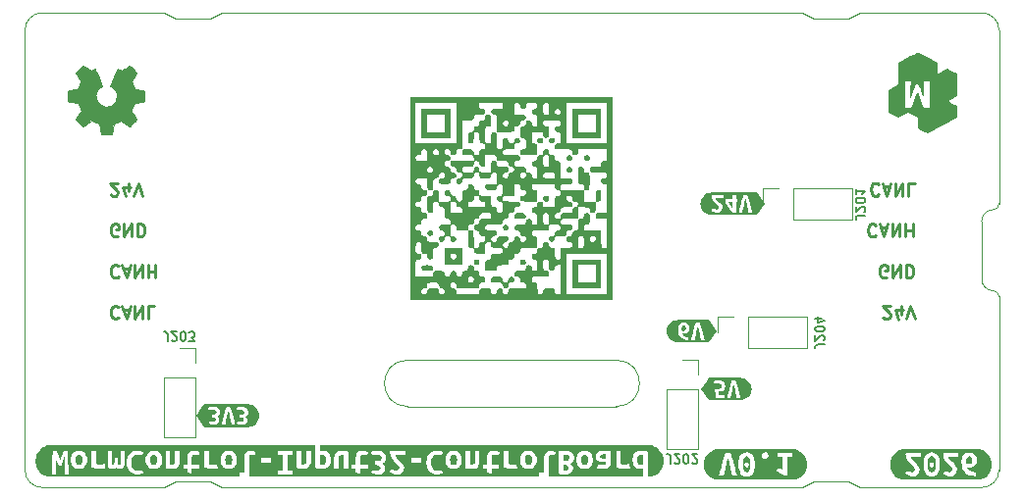
<source format=gbo>
G04 #@! TF.GenerationSoftware,KiCad,Pcbnew,6.0.11+dfsg-1*
G04 #@! TF.ProjectId,project,70726f6a-6563-4742-9e6b-696361645f70,rev?*
G04 #@! TF.SameCoordinates,Original*
G04 #@! TF.FileFunction,Legend,Bot*
G04 #@! TF.FilePolarity,Positive*
%FSLAX46Y46*%
G04 Gerber Fmt 4.6, Leading zero omitted, Abs format (unit mm)*
%MOMM*%
%LPD*%
G01*
G04 APERTURE LIST*
G04 #@! TA.AperFunction,Profile*
%ADD10C,0.100000*%
G04 #@! TD*
%ADD11C,0.275000*%
%ADD12C,0.150000*%
%ADD13C,0.010000*%
%ADD14C,0.120000*%
%ADD15C,1.552000*%
%ADD16O,3.600000X1.800000*%
%ADD17C,6.400000*%
%ADD18C,0.900000*%
%ADD19R,1.700000X1.700000*%
%ADD20O,1.700000X1.700000*%
G04 APERTURE END LIST*
D10*
X197262500Y-114037500D02*
X198262500Y-113537500D01*
X142262500Y-154037499D02*
X143262500Y-154537500D01*
X177262500Y-147537500D02*
G75*
G03*
X177262500Y-143537500I0J2000000D01*
G01*
X139262500Y-154037500D02*
X142262500Y-154037499D01*
X194262500Y-154037500D02*
X197262500Y-154037499D01*
X208762500Y-131537500D02*
X208762500Y-136537500D01*
X139262500Y-114037500D02*
X142262500Y-114037500D01*
X208762500Y-154537500D02*
G75*
G03*
X210262500Y-153037500I0J1500000D01*
G01*
X142262500Y-114037500D02*
X143262500Y-113537500D01*
X208762500Y-136537500D02*
G75*
G03*
X209762500Y-137537500I1000000J0D01*
G01*
X198262500Y-113537500D02*
X208762500Y-113537500D01*
X209762500Y-130537500D02*
G75*
G03*
X208762500Y-131537500I0J-1000000D01*
G01*
X138262500Y-113537500D02*
X127762500Y-113537500D01*
X126262500Y-153037500D02*
X126262500Y-115037500D01*
X210262500Y-138037500D02*
X210262500Y-153037500D01*
X127762500Y-113537500D02*
G75*
G03*
X126262500Y-115037500I0J-1500000D01*
G01*
X198262500Y-154537500D02*
X208762500Y-154537500D01*
X197262500Y-154037499D02*
X198262500Y-154537500D01*
X194262500Y-114037500D02*
X197262500Y-114037500D01*
X210262500Y-138037500D02*
G75*
G03*
X209762500Y-137537500I-500000J0D01*
G01*
X138262500Y-154537499D02*
X127762500Y-154537500D01*
X139262500Y-114037500D02*
X138262500Y-113537500D01*
X177262500Y-147537500D02*
X159262500Y-147537500D01*
X126262500Y-153037500D02*
G75*
G03*
X127762500Y-154537500I1500000J0D01*
G01*
X159262500Y-143537500D02*
X177262500Y-143537500D01*
X139262500Y-154037500D02*
X138262500Y-154537499D01*
X209762500Y-130537500D02*
G75*
G03*
X210262500Y-130037500I0J500000D01*
G01*
X210262500Y-130037500D02*
X210262500Y-115037500D01*
X159262500Y-143537500D02*
G75*
G03*
X159262500Y-147537500I0J-2000000D01*
G01*
X143262500Y-113537500D02*
X193262500Y-113537500D01*
X210262500Y-115037500D02*
G75*
G03*
X208762500Y-113537500I-1500000J0D01*
G01*
X194262500Y-154037500D02*
X193262500Y-154537499D01*
X194262500Y-114037500D02*
X193262500Y-113537500D01*
X193262500Y-154537499D02*
X143262500Y-154537500D01*
D11*
X200255178Y-139848119D02*
X200307559Y-139900500D01*
X200412321Y-139952880D01*
X200674226Y-139952880D01*
X200778988Y-139900500D01*
X200831369Y-139848119D01*
X200883750Y-139743357D01*
X200883750Y-139638595D01*
X200831369Y-139481452D01*
X200202797Y-138852880D01*
X200883750Y-138852880D01*
X201826607Y-139586214D02*
X201826607Y-138852880D01*
X201564702Y-140005261D02*
X201302797Y-139219547D01*
X201983750Y-139219547D01*
X202245654Y-139952880D02*
X202612321Y-138852880D01*
X202978988Y-139952880D01*
X200569464Y-136358500D02*
X200464702Y-136410880D01*
X200307559Y-136410880D01*
X200150416Y-136358500D01*
X200045654Y-136253738D01*
X199993273Y-136148976D01*
X199940892Y-135939452D01*
X199940892Y-135782309D01*
X199993273Y-135572785D01*
X200045654Y-135468023D01*
X200150416Y-135363261D01*
X200307559Y-135310880D01*
X200412321Y-135310880D01*
X200569464Y-135363261D01*
X200621845Y-135415642D01*
X200621845Y-135782309D01*
X200412321Y-135782309D01*
X201093273Y-135310880D02*
X201093273Y-136410880D01*
X201721845Y-135310880D01*
X201721845Y-136410880D01*
X202245654Y-135310880D02*
X202245654Y-136410880D01*
X202507559Y-136410880D01*
X202664702Y-136358500D01*
X202769464Y-136253738D01*
X202821845Y-136148976D01*
X202874226Y-135939452D01*
X202874226Y-135782309D01*
X202821845Y-135572785D01*
X202769464Y-135468023D01*
X202664702Y-135363261D01*
X202507559Y-135310880D01*
X202245654Y-135310880D01*
X199626607Y-131873642D02*
X199574226Y-131821261D01*
X199417083Y-131768880D01*
X199312321Y-131768880D01*
X199155178Y-131821261D01*
X199050416Y-131926023D01*
X198998035Y-132030785D01*
X198945654Y-132240309D01*
X198945654Y-132397452D01*
X198998035Y-132606976D01*
X199050416Y-132711738D01*
X199155178Y-132816500D01*
X199312321Y-132868880D01*
X199417083Y-132868880D01*
X199574226Y-132816500D01*
X199626607Y-132764119D01*
X200045654Y-132083166D02*
X200569464Y-132083166D01*
X199940892Y-131768880D02*
X200307559Y-132868880D01*
X200674226Y-131768880D01*
X201040892Y-131768880D02*
X201040892Y-132868880D01*
X201669464Y-131768880D01*
X201669464Y-132868880D01*
X202193273Y-131768880D02*
X202193273Y-132868880D01*
X202193273Y-132345071D02*
X202821845Y-132345071D01*
X202821845Y-131768880D02*
X202821845Y-132868880D01*
X199888511Y-128331642D02*
X199836130Y-128279261D01*
X199678988Y-128226880D01*
X199574226Y-128226880D01*
X199417083Y-128279261D01*
X199312321Y-128384023D01*
X199259940Y-128488785D01*
X199207559Y-128698309D01*
X199207559Y-128855452D01*
X199259940Y-129064976D01*
X199312321Y-129169738D01*
X199417083Y-129274500D01*
X199574226Y-129326880D01*
X199678988Y-129326880D01*
X199836130Y-129274500D01*
X199888511Y-129222119D01*
X200307559Y-128541166D02*
X200831369Y-128541166D01*
X200202797Y-128226880D02*
X200569464Y-129326880D01*
X200936130Y-128226880D01*
X201302797Y-128226880D02*
X201302797Y-129326880D01*
X201931369Y-128226880D01*
X201931369Y-129326880D01*
X202978988Y-128226880D02*
X202455178Y-128226880D01*
X202455178Y-129326880D01*
X134331726Y-138957642D02*
X134279345Y-138905261D01*
X134122202Y-138852880D01*
X134017440Y-138852880D01*
X133860297Y-138905261D01*
X133755535Y-139010023D01*
X133703154Y-139114785D01*
X133650773Y-139324309D01*
X133650773Y-139481452D01*
X133703154Y-139690976D01*
X133755535Y-139795738D01*
X133860297Y-139900500D01*
X134017440Y-139952880D01*
X134122202Y-139952880D01*
X134279345Y-139900500D01*
X134331726Y-139848119D01*
X134750773Y-139167166D02*
X135274583Y-139167166D01*
X134646011Y-138852880D02*
X135012678Y-139952880D01*
X135379345Y-138852880D01*
X135746011Y-138852880D02*
X135746011Y-139952880D01*
X136374583Y-138852880D01*
X136374583Y-139952880D01*
X137422202Y-138852880D02*
X136898392Y-138852880D01*
X136898392Y-139952880D01*
X134331726Y-135415642D02*
X134279345Y-135363261D01*
X134122202Y-135310880D01*
X134017440Y-135310880D01*
X133860297Y-135363261D01*
X133755535Y-135468023D01*
X133703154Y-135572785D01*
X133650773Y-135782309D01*
X133650773Y-135939452D01*
X133703154Y-136148976D01*
X133755535Y-136253738D01*
X133860297Y-136358500D01*
X134017440Y-136410880D01*
X134122202Y-136410880D01*
X134279345Y-136358500D01*
X134331726Y-136306119D01*
X134750773Y-135625166D02*
X135274583Y-135625166D01*
X134646011Y-135310880D02*
X135012678Y-136410880D01*
X135379345Y-135310880D01*
X135746011Y-135310880D02*
X135746011Y-136410880D01*
X136374583Y-135310880D01*
X136374583Y-136410880D01*
X136898392Y-135310880D02*
X136898392Y-136410880D01*
X136898392Y-135887071D02*
X137526964Y-135887071D01*
X137526964Y-135310880D02*
X137526964Y-136410880D01*
X134279345Y-132816500D02*
X134174583Y-132868880D01*
X134017440Y-132868880D01*
X133860297Y-132816500D01*
X133755535Y-132711738D01*
X133703154Y-132606976D01*
X133650773Y-132397452D01*
X133650773Y-132240309D01*
X133703154Y-132030785D01*
X133755535Y-131926023D01*
X133860297Y-131821261D01*
X134017440Y-131768880D01*
X134122202Y-131768880D01*
X134279345Y-131821261D01*
X134331726Y-131873642D01*
X134331726Y-132240309D01*
X134122202Y-132240309D01*
X134803154Y-131768880D02*
X134803154Y-132868880D01*
X135431726Y-131768880D01*
X135431726Y-132868880D01*
X135955535Y-131768880D02*
X135955535Y-132868880D01*
X136217440Y-132868880D01*
X136374583Y-132816500D01*
X136479345Y-132711738D01*
X136531726Y-132606976D01*
X136584107Y-132397452D01*
X136584107Y-132240309D01*
X136531726Y-132030785D01*
X136479345Y-131926023D01*
X136374583Y-131821261D01*
X136217440Y-131768880D01*
X135955535Y-131768880D01*
X133650773Y-129222119D02*
X133703154Y-129274500D01*
X133807916Y-129326880D01*
X134069821Y-129326880D01*
X134174583Y-129274500D01*
X134226964Y-129222119D01*
X134279345Y-129117357D01*
X134279345Y-129012595D01*
X134226964Y-128855452D01*
X133598392Y-128226880D01*
X134279345Y-128226880D01*
X135222202Y-128960214D02*
X135222202Y-128226880D01*
X134960297Y-129379261D02*
X134698392Y-128593547D01*
X135379345Y-128593547D01*
X135641250Y-129326880D02*
X136007916Y-128226880D01*
X136374583Y-129326880D01*
D12*
X195200595Y-142166071D02*
X194629166Y-142166071D01*
X194514880Y-142204166D01*
X194438690Y-142280357D01*
X194400595Y-142394642D01*
X194400595Y-142470833D01*
X195124404Y-141823214D02*
X195162500Y-141785119D01*
X195200595Y-141708928D01*
X195200595Y-141518452D01*
X195162500Y-141442261D01*
X195124404Y-141404166D01*
X195048214Y-141366071D01*
X194972023Y-141366071D01*
X194857738Y-141404166D01*
X194400595Y-141861309D01*
X194400595Y-141366071D01*
X195200595Y-140870833D02*
X195200595Y-140794642D01*
X195162500Y-140718452D01*
X195124404Y-140680357D01*
X195048214Y-140642261D01*
X194895833Y-140604166D01*
X194705357Y-140604166D01*
X194552976Y-140642261D01*
X194476785Y-140680357D01*
X194438690Y-140718452D01*
X194400595Y-140794642D01*
X194400595Y-140870833D01*
X194438690Y-140947023D01*
X194476785Y-140985119D01*
X194552976Y-141023214D01*
X194705357Y-141061309D01*
X194895833Y-141061309D01*
X195048214Y-141023214D01*
X195124404Y-140985119D01*
X195162500Y-140947023D01*
X195200595Y-140870833D01*
X194933928Y-139918452D02*
X194400595Y-139918452D01*
X195238690Y-140108928D02*
X194667261Y-140299404D01*
X194667261Y-139804166D01*
X181933928Y-152475595D02*
X181933928Y-151904166D01*
X181895833Y-151789880D01*
X181819642Y-151713690D01*
X181705357Y-151675595D01*
X181629166Y-151675595D01*
X182276785Y-152399404D02*
X182314880Y-152437500D01*
X182391071Y-152475595D01*
X182581547Y-152475595D01*
X182657738Y-152437500D01*
X182695833Y-152399404D01*
X182733928Y-152323214D01*
X182733928Y-152247023D01*
X182695833Y-152132738D01*
X182238690Y-151675595D01*
X182733928Y-151675595D01*
X183229166Y-152475595D02*
X183305357Y-152475595D01*
X183381547Y-152437500D01*
X183419642Y-152399404D01*
X183457738Y-152323214D01*
X183495833Y-152170833D01*
X183495833Y-151980357D01*
X183457738Y-151827976D01*
X183419642Y-151751785D01*
X183381547Y-151713690D01*
X183305357Y-151675595D01*
X183229166Y-151675595D01*
X183152976Y-151713690D01*
X183114880Y-151751785D01*
X183076785Y-151827976D01*
X183038690Y-151980357D01*
X183038690Y-152170833D01*
X183076785Y-152323214D01*
X183114880Y-152399404D01*
X183152976Y-152437500D01*
X183229166Y-152475595D01*
X183800595Y-152399404D02*
X183838690Y-152437500D01*
X183914880Y-152475595D01*
X184105357Y-152475595D01*
X184181547Y-152437500D01*
X184219642Y-152399404D01*
X184257738Y-152323214D01*
X184257738Y-152247023D01*
X184219642Y-152132738D01*
X183762500Y-151675595D01*
X184257738Y-151675595D01*
X138558928Y-141893095D02*
X138558928Y-141321666D01*
X138520833Y-141207380D01*
X138444642Y-141131190D01*
X138330357Y-141093095D01*
X138254166Y-141093095D01*
X138901785Y-141816904D02*
X138939880Y-141855000D01*
X139016071Y-141893095D01*
X139206547Y-141893095D01*
X139282738Y-141855000D01*
X139320833Y-141816904D01*
X139358928Y-141740714D01*
X139358928Y-141664523D01*
X139320833Y-141550238D01*
X138863690Y-141093095D01*
X139358928Y-141093095D01*
X139854166Y-141893095D02*
X139930357Y-141893095D01*
X140006547Y-141855000D01*
X140044642Y-141816904D01*
X140082738Y-141740714D01*
X140120833Y-141588333D01*
X140120833Y-141397857D01*
X140082738Y-141245476D01*
X140044642Y-141169285D01*
X140006547Y-141131190D01*
X139930357Y-141093095D01*
X139854166Y-141093095D01*
X139777976Y-141131190D01*
X139739880Y-141169285D01*
X139701785Y-141245476D01*
X139663690Y-141397857D01*
X139663690Y-141588333D01*
X139701785Y-141740714D01*
X139739880Y-141816904D01*
X139777976Y-141855000D01*
X139854166Y-141893095D01*
X140387500Y-141893095D02*
X140882738Y-141893095D01*
X140616071Y-141588333D01*
X140730357Y-141588333D01*
X140806547Y-141550238D01*
X140844642Y-141512142D01*
X140882738Y-141435952D01*
X140882738Y-141245476D01*
X140844642Y-141169285D01*
X140806547Y-141131190D01*
X140730357Y-141093095D01*
X140501785Y-141093095D01*
X140425595Y-141131190D01*
X140387500Y-141169285D01*
X198700595Y-131066071D02*
X198129166Y-131066071D01*
X198014880Y-131104166D01*
X197938690Y-131180357D01*
X197900595Y-131294642D01*
X197900595Y-131370833D01*
X198624404Y-130723214D02*
X198662500Y-130685119D01*
X198700595Y-130608928D01*
X198700595Y-130418452D01*
X198662500Y-130342261D01*
X198624404Y-130304166D01*
X198548214Y-130266071D01*
X198472023Y-130266071D01*
X198357738Y-130304166D01*
X197900595Y-130761309D01*
X197900595Y-130266071D01*
X198700595Y-129770833D02*
X198700595Y-129694642D01*
X198662500Y-129618452D01*
X198624404Y-129580357D01*
X198548214Y-129542261D01*
X198395833Y-129504166D01*
X198205357Y-129504166D01*
X198052976Y-129542261D01*
X197976785Y-129580357D01*
X197938690Y-129618452D01*
X197900595Y-129694642D01*
X197900595Y-129770833D01*
X197938690Y-129847023D01*
X197976785Y-129885119D01*
X198052976Y-129923214D01*
X198205357Y-129961309D01*
X198395833Y-129961309D01*
X198548214Y-129923214D01*
X198624404Y-129885119D01*
X198662500Y-129847023D01*
X198700595Y-129770833D01*
X197900595Y-128742261D02*
X197900595Y-129199404D01*
X197900595Y-128970833D02*
X198700595Y-128970833D01*
X198586309Y-129047023D01*
X198510119Y-129123214D01*
X198472023Y-129199404D01*
G36*
X135279455Y-118093850D02*
G01*
X135313469Y-118119779D01*
X135365905Y-118165430D01*
X135432199Y-118226314D01*
X135507787Y-118297939D01*
X135588104Y-118375817D01*
X135668587Y-118455455D01*
X135744671Y-118532365D01*
X135811793Y-118602055D01*
X135865388Y-118660036D01*
X135900892Y-118701816D01*
X135913741Y-118722907D01*
X135913000Y-118726919D01*
X135897707Y-118759580D01*
X135865038Y-118816088D01*
X135818150Y-118891337D01*
X135760199Y-118980225D01*
X135694343Y-119077646D01*
X135675873Y-119104518D01*
X135611018Y-119199077D01*
X135553891Y-119282673D01*
X135507822Y-119350416D01*
X135476141Y-119397414D01*
X135462176Y-119418774D01*
X135461832Y-119419689D01*
X135465954Y-119445822D01*
X135481693Y-119498760D01*
X135506496Y-119571853D01*
X135537811Y-119658448D01*
X135573083Y-119751892D01*
X135609760Y-119845535D01*
X135645288Y-119932723D01*
X135677114Y-120006805D01*
X135702684Y-120061129D01*
X135719447Y-120089043D01*
X135721126Y-120090776D01*
X135733128Y-120099544D01*
X135753397Y-120108385D01*
X135785971Y-120118208D01*
X135834884Y-120129917D01*
X135904173Y-120144420D01*
X135997875Y-120162624D01*
X136120024Y-120185434D01*
X136274658Y-120213759D01*
X136306730Y-120219720D01*
X136398607Y-120238148D01*
X136475893Y-120255608D01*
X136531264Y-120270367D01*
X136557395Y-120280690D01*
X136561767Y-120289303D01*
X136569055Y-120330674D01*
X136574831Y-120399259D01*
X136579090Y-120488632D01*
X136581827Y-120592365D01*
X136583038Y-120704035D01*
X136582718Y-120817213D01*
X136580864Y-120925474D01*
X136577470Y-121022392D01*
X136572533Y-121101541D01*
X136566048Y-121156494D01*
X136558011Y-121180826D01*
X136549804Y-121184421D01*
X136508981Y-121195752D01*
X136439976Y-121211778D01*
X136348297Y-121231305D01*
X136239450Y-121253138D01*
X136118942Y-121276082D01*
X136053143Y-121288341D01*
X135940365Y-121309599D01*
X135843293Y-121328213D01*
X135767118Y-121343172D01*
X135717031Y-121353464D01*
X135698224Y-121358078D01*
X135697517Y-121359029D01*
X135685539Y-121383190D01*
X135662706Y-121433806D01*
X135631870Y-121504162D01*
X135595887Y-121587542D01*
X135557609Y-121677230D01*
X135519891Y-121766511D01*
X135485587Y-121848668D01*
X135457551Y-121916987D01*
X135438636Y-121964752D01*
X135431697Y-121985246D01*
X135434758Y-121992457D01*
X135455128Y-122026772D01*
X135492078Y-122084530D01*
X135542640Y-122161201D01*
X135603843Y-122252252D01*
X135672719Y-122353150D01*
X135710506Y-122408407D01*
X135775718Y-122505285D01*
X135831629Y-122590307D01*
X135875259Y-122658838D01*
X135903623Y-122706240D01*
X135913741Y-122727877D01*
X135906710Y-122739613D01*
X135877303Y-122774682D01*
X135829059Y-122827755D01*
X135766407Y-122894336D01*
X135693775Y-122969926D01*
X135615592Y-123050028D01*
X135536286Y-123130146D01*
X135460287Y-123205782D01*
X135392022Y-123272438D01*
X135335920Y-123325618D01*
X135296410Y-123360824D01*
X135277921Y-123373558D01*
X135267657Y-123368607D01*
X135229970Y-123345643D01*
X135169152Y-123306562D01*
X135089587Y-123254228D01*
X134995657Y-123191504D01*
X134891746Y-123121254D01*
X134520706Y-122868949D01*
X134211420Y-122996447D01*
X133902135Y-123123945D01*
X133818314Y-123568569D01*
X133734494Y-124013193D01*
X132809046Y-124013193D01*
X132725225Y-123568569D01*
X132641405Y-123123945D01*
X132022833Y-122868949D01*
X131651793Y-123121254D01*
X131578356Y-123170994D01*
X131481001Y-123236282D01*
X131396713Y-123292046D01*
X131329869Y-123335422D01*
X131284846Y-123363547D01*
X131266022Y-123373558D01*
X131254461Y-123366439D01*
X131219904Y-123336606D01*
X131167606Y-123287648D01*
X131102000Y-123224060D01*
X131027517Y-123150337D01*
X130948587Y-123070975D01*
X130869644Y-122990469D01*
X130795116Y-122913315D01*
X130729437Y-122844007D01*
X130677037Y-122787043D01*
X130642347Y-122746916D01*
X130629799Y-122728123D01*
X130632718Y-122720049D01*
X130652929Y-122684031D01*
X130689837Y-122624756D01*
X130740450Y-122546870D01*
X130801775Y-122455019D01*
X130870821Y-122353850D01*
X130908713Y-122298674D01*
X130973894Y-122202616D01*
X131029777Y-122118783D01*
X131073383Y-122051723D01*
X131101731Y-122005981D01*
X131111843Y-121986104D01*
X131111677Y-121985003D01*
X131102757Y-121959806D01*
X131082294Y-121908353D01*
X131053140Y-121837365D01*
X131018147Y-121753565D01*
X130980168Y-121663672D01*
X130942055Y-121574409D01*
X130906661Y-121492497D01*
X130876838Y-121424657D01*
X130855439Y-121377610D01*
X130845316Y-121358078D01*
X130839326Y-121356345D01*
X130802934Y-121348531D01*
X130738073Y-121335585D01*
X130649935Y-121318521D01*
X130543713Y-121298349D01*
X130424598Y-121276082D01*
X130361817Y-121264277D01*
X130246588Y-121241752D01*
X130145838Y-121220950D01*
X130065074Y-121203065D01*
X130009802Y-121189292D01*
X129985529Y-121180826D01*
X129981169Y-121172434D01*
X129973937Y-121131428D01*
X129968254Y-121063132D01*
X129964118Y-120973971D01*
X129961523Y-120870372D01*
X129960464Y-120758760D01*
X129960939Y-120645562D01*
X129962941Y-120537204D01*
X129966467Y-120440111D01*
X129971513Y-120360710D01*
X129978073Y-120305428D01*
X129986144Y-120280690D01*
X129991042Y-120277900D01*
X130027570Y-120265931D01*
X130090935Y-120250095D01*
X130173814Y-120232126D01*
X130268882Y-120213759D01*
X130300958Y-120207909D01*
X130449107Y-120180702D01*
X130565539Y-120158837D01*
X130654291Y-120141407D01*
X130719397Y-120127504D01*
X130764894Y-120116223D01*
X130794818Y-120106657D01*
X130813206Y-120097899D01*
X130824093Y-120089043D01*
X130825358Y-120087557D01*
X130843162Y-120056569D01*
X130869506Y-119999866D01*
X130901839Y-119924101D01*
X130937607Y-119835926D01*
X130974256Y-119741993D01*
X131009234Y-119648953D01*
X131039987Y-119563459D01*
X131063962Y-119492164D01*
X131078605Y-119441718D01*
X131081364Y-119418774D01*
X131079519Y-119415797D01*
X131060425Y-119387007D01*
X131024516Y-119333905D01*
X130975122Y-119261383D01*
X130915573Y-119174333D01*
X130849197Y-119077646D01*
X130830980Y-119051044D01*
X130766923Y-118955625D01*
X130711563Y-118870288D01*
X130668061Y-118800095D01*
X130639576Y-118750106D01*
X130629268Y-118725384D01*
X130631489Y-118718884D01*
X130654642Y-118686856D01*
X130700323Y-118634555D01*
X130765259Y-118565501D01*
X130846181Y-118483214D01*
X130939815Y-118391214D01*
X130993335Y-118339719D01*
X131077958Y-118259517D01*
X131152025Y-118190822D01*
X131211559Y-118137248D01*
X131252583Y-118102415D01*
X131271119Y-118089937D01*
X131283854Y-118094562D01*
X131323064Y-118116443D01*
X131380005Y-118152227D01*
X131447250Y-118197383D01*
X131495062Y-118230335D01*
X131590515Y-118295773D01*
X131692375Y-118365272D01*
X131785412Y-118428425D01*
X131967668Y-118551700D01*
X132120659Y-118468980D01*
X132156683Y-118449887D01*
X132222197Y-118417228D01*
X132272860Y-118394681D01*
X132299936Y-118386274D01*
X132308797Y-118397070D01*
X132330801Y-118438177D01*
X132363301Y-118505951D01*
X132404490Y-118596091D01*
X132452558Y-118704295D01*
X132505698Y-118826263D01*
X132562101Y-118957692D01*
X132619958Y-119094282D01*
X132677462Y-119231733D01*
X132732803Y-119365742D01*
X132784174Y-119492009D01*
X132829765Y-119606232D01*
X132867768Y-119704110D01*
X132896376Y-119781343D01*
X132913779Y-119833629D01*
X132918169Y-119856667D01*
X132917872Y-119857340D01*
X132897423Y-119878637D01*
X132854650Y-119911992D01*
X132798383Y-119950489D01*
X132780623Y-119962244D01*
X132645486Y-120073765D01*
X132533644Y-120206594D01*
X132447745Y-120355202D01*
X132390438Y-120514060D01*
X132364369Y-120677640D01*
X132372187Y-120840412D01*
X132403856Y-120985185D01*
X132460718Y-121131376D01*
X132543612Y-121261797D01*
X132657369Y-121385687D01*
X132702067Y-121425265D01*
X132846565Y-121522777D01*
X133002662Y-121588450D01*
X133165833Y-121622870D01*
X133331557Y-121626626D01*
X133495308Y-121600306D01*
X133652564Y-121544497D01*
X133798802Y-121459786D01*
X133929496Y-121346763D01*
X134040126Y-121206013D01*
X134061395Y-121171158D01*
X134133690Y-121011845D01*
X134172085Y-120845948D01*
X134177586Y-120677763D01*
X134151199Y-120511587D01*
X134093930Y-120351716D01*
X134006783Y-120202447D01*
X133890764Y-120068077D01*
X133746878Y-119952901D01*
X133742206Y-119949798D01*
X133686536Y-119910567D01*
X133644811Y-119877214D01*
X133625754Y-119856667D01*
X133628158Y-119840559D01*
X133643109Y-119793656D01*
X133669619Y-119720961D01*
X133705880Y-119626775D01*
X133750084Y-119515402D01*
X133800424Y-119391142D01*
X133855093Y-119258298D01*
X133912282Y-119121173D01*
X133970184Y-118984068D01*
X134026990Y-118851285D01*
X134080894Y-118727126D01*
X134130088Y-118615894D01*
X134172763Y-118521891D01*
X134207113Y-118449418D01*
X134231329Y-118402778D01*
X134243603Y-118386274D01*
X134253811Y-118388509D01*
X134293914Y-118404574D01*
X134353182Y-118432741D01*
X134422881Y-118468980D01*
X134575871Y-118551700D01*
X134758127Y-118428425D01*
X134811973Y-118391921D01*
X134912126Y-118323716D01*
X135011975Y-118255402D01*
X135096289Y-118197383D01*
X135142821Y-118165764D01*
X135203300Y-118126480D01*
X135248143Y-118099588D01*
X135270045Y-118089617D01*
X135279455Y-118093850D01*
G37*
D13*
X135279455Y-118093850D02*
X135313469Y-118119779D01*
X135365905Y-118165430D01*
X135432199Y-118226314D01*
X135507787Y-118297939D01*
X135588104Y-118375817D01*
X135668587Y-118455455D01*
X135744671Y-118532365D01*
X135811793Y-118602055D01*
X135865388Y-118660036D01*
X135900892Y-118701816D01*
X135913741Y-118722907D01*
X135913000Y-118726919D01*
X135897707Y-118759580D01*
X135865038Y-118816088D01*
X135818150Y-118891337D01*
X135760199Y-118980225D01*
X135694343Y-119077646D01*
X135675873Y-119104518D01*
X135611018Y-119199077D01*
X135553891Y-119282673D01*
X135507822Y-119350416D01*
X135476141Y-119397414D01*
X135462176Y-119418774D01*
X135461832Y-119419689D01*
X135465954Y-119445822D01*
X135481693Y-119498760D01*
X135506496Y-119571853D01*
X135537811Y-119658448D01*
X135573083Y-119751892D01*
X135609760Y-119845535D01*
X135645288Y-119932723D01*
X135677114Y-120006805D01*
X135702684Y-120061129D01*
X135719447Y-120089043D01*
X135721126Y-120090776D01*
X135733128Y-120099544D01*
X135753397Y-120108385D01*
X135785971Y-120118208D01*
X135834884Y-120129917D01*
X135904173Y-120144420D01*
X135997875Y-120162624D01*
X136120024Y-120185434D01*
X136274658Y-120213759D01*
X136306730Y-120219720D01*
X136398607Y-120238148D01*
X136475893Y-120255608D01*
X136531264Y-120270367D01*
X136557395Y-120280690D01*
X136561767Y-120289303D01*
X136569055Y-120330674D01*
X136574831Y-120399259D01*
X136579090Y-120488632D01*
X136581827Y-120592365D01*
X136583038Y-120704035D01*
X136582718Y-120817213D01*
X136580864Y-120925474D01*
X136577470Y-121022392D01*
X136572533Y-121101541D01*
X136566048Y-121156494D01*
X136558011Y-121180826D01*
X136549804Y-121184421D01*
X136508981Y-121195752D01*
X136439976Y-121211778D01*
X136348297Y-121231305D01*
X136239450Y-121253138D01*
X136118942Y-121276082D01*
X136053143Y-121288341D01*
X135940365Y-121309599D01*
X135843293Y-121328213D01*
X135767118Y-121343172D01*
X135717031Y-121353464D01*
X135698224Y-121358078D01*
X135697517Y-121359029D01*
X135685539Y-121383190D01*
X135662706Y-121433806D01*
X135631870Y-121504162D01*
X135595887Y-121587542D01*
X135557609Y-121677230D01*
X135519891Y-121766511D01*
X135485587Y-121848668D01*
X135457551Y-121916987D01*
X135438636Y-121964752D01*
X135431697Y-121985246D01*
X135434758Y-121992457D01*
X135455128Y-122026772D01*
X135492078Y-122084530D01*
X135542640Y-122161201D01*
X135603843Y-122252252D01*
X135672719Y-122353150D01*
X135710506Y-122408407D01*
X135775718Y-122505285D01*
X135831629Y-122590307D01*
X135875259Y-122658838D01*
X135903623Y-122706240D01*
X135913741Y-122727877D01*
X135906710Y-122739613D01*
X135877303Y-122774682D01*
X135829059Y-122827755D01*
X135766407Y-122894336D01*
X135693775Y-122969926D01*
X135615592Y-123050028D01*
X135536286Y-123130146D01*
X135460287Y-123205782D01*
X135392022Y-123272438D01*
X135335920Y-123325618D01*
X135296410Y-123360824D01*
X135277921Y-123373558D01*
X135267657Y-123368607D01*
X135229970Y-123345643D01*
X135169152Y-123306562D01*
X135089587Y-123254228D01*
X134995657Y-123191504D01*
X134891746Y-123121254D01*
X134520706Y-122868949D01*
X134211420Y-122996447D01*
X133902135Y-123123945D01*
X133818314Y-123568569D01*
X133734494Y-124013193D01*
X132809046Y-124013193D01*
X132725225Y-123568569D01*
X132641405Y-123123945D01*
X132022833Y-122868949D01*
X131651793Y-123121254D01*
X131578356Y-123170994D01*
X131481001Y-123236282D01*
X131396713Y-123292046D01*
X131329869Y-123335422D01*
X131284846Y-123363547D01*
X131266022Y-123373558D01*
X131254461Y-123366439D01*
X131219904Y-123336606D01*
X131167606Y-123287648D01*
X131102000Y-123224060D01*
X131027517Y-123150337D01*
X130948587Y-123070975D01*
X130869644Y-122990469D01*
X130795116Y-122913315D01*
X130729437Y-122844007D01*
X130677037Y-122787043D01*
X130642347Y-122746916D01*
X130629799Y-122728123D01*
X130632718Y-122720049D01*
X130652929Y-122684031D01*
X130689837Y-122624756D01*
X130740450Y-122546870D01*
X130801775Y-122455019D01*
X130870821Y-122353850D01*
X130908713Y-122298674D01*
X130973894Y-122202616D01*
X131029777Y-122118783D01*
X131073383Y-122051723D01*
X131101731Y-122005981D01*
X131111843Y-121986104D01*
X131111677Y-121985003D01*
X131102757Y-121959806D01*
X131082294Y-121908353D01*
X131053140Y-121837365D01*
X131018147Y-121753565D01*
X130980168Y-121663672D01*
X130942055Y-121574409D01*
X130906661Y-121492497D01*
X130876838Y-121424657D01*
X130855439Y-121377610D01*
X130845316Y-121358078D01*
X130839326Y-121356345D01*
X130802934Y-121348531D01*
X130738073Y-121335585D01*
X130649935Y-121318521D01*
X130543713Y-121298349D01*
X130424598Y-121276082D01*
X130361817Y-121264277D01*
X130246588Y-121241752D01*
X130145838Y-121220950D01*
X130065074Y-121203065D01*
X130009802Y-121189292D01*
X129985529Y-121180826D01*
X129981169Y-121172434D01*
X129973937Y-121131428D01*
X129968254Y-121063132D01*
X129964118Y-120973971D01*
X129961523Y-120870372D01*
X129960464Y-120758760D01*
X129960939Y-120645562D01*
X129962941Y-120537204D01*
X129966467Y-120440111D01*
X129971513Y-120360710D01*
X129978073Y-120305428D01*
X129986144Y-120280690D01*
X129991042Y-120277900D01*
X130027570Y-120265931D01*
X130090935Y-120250095D01*
X130173814Y-120232126D01*
X130268882Y-120213759D01*
X130300958Y-120207909D01*
X130449107Y-120180702D01*
X130565539Y-120158837D01*
X130654291Y-120141407D01*
X130719397Y-120127504D01*
X130764894Y-120116223D01*
X130794818Y-120106657D01*
X130813206Y-120097899D01*
X130824093Y-120089043D01*
X130825358Y-120087557D01*
X130843162Y-120056569D01*
X130869506Y-119999866D01*
X130901839Y-119924101D01*
X130937607Y-119835926D01*
X130974256Y-119741993D01*
X131009234Y-119648953D01*
X131039987Y-119563459D01*
X131063962Y-119492164D01*
X131078605Y-119441718D01*
X131081364Y-119418774D01*
X131079519Y-119415797D01*
X131060425Y-119387007D01*
X131024516Y-119333905D01*
X130975122Y-119261383D01*
X130915573Y-119174333D01*
X130849197Y-119077646D01*
X130830980Y-119051044D01*
X130766923Y-118955625D01*
X130711563Y-118870288D01*
X130668061Y-118800095D01*
X130639576Y-118750106D01*
X130629268Y-118725384D01*
X130631489Y-118718884D01*
X130654642Y-118686856D01*
X130700323Y-118634555D01*
X130765259Y-118565501D01*
X130846181Y-118483214D01*
X130939815Y-118391214D01*
X130993335Y-118339719D01*
X131077958Y-118259517D01*
X131152025Y-118190822D01*
X131211559Y-118137248D01*
X131252583Y-118102415D01*
X131271119Y-118089937D01*
X131283854Y-118094562D01*
X131323064Y-118116443D01*
X131380005Y-118152227D01*
X131447250Y-118197383D01*
X131495062Y-118230335D01*
X131590515Y-118295773D01*
X131692375Y-118365272D01*
X131785412Y-118428425D01*
X131967668Y-118551700D01*
X132120659Y-118468980D01*
X132156683Y-118449887D01*
X132222197Y-118417228D01*
X132272860Y-118394681D01*
X132299936Y-118386274D01*
X132308797Y-118397070D01*
X132330801Y-118438177D01*
X132363301Y-118505951D01*
X132404490Y-118596091D01*
X132452558Y-118704295D01*
X132505698Y-118826263D01*
X132562101Y-118957692D01*
X132619958Y-119094282D01*
X132677462Y-119231733D01*
X132732803Y-119365742D01*
X132784174Y-119492009D01*
X132829765Y-119606232D01*
X132867768Y-119704110D01*
X132896376Y-119781343D01*
X132913779Y-119833629D01*
X132918169Y-119856667D01*
X132917872Y-119857340D01*
X132897423Y-119878637D01*
X132854650Y-119911992D01*
X132798383Y-119950489D01*
X132780623Y-119962244D01*
X132645486Y-120073765D01*
X132533644Y-120206594D01*
X132447745Y-120355202D01*
X132390438Y-120514060D01*
X132364369Y-120677640D01*
X132372187Y-120840412D01*
X132403856Y-120985185D01*
X132460718Y-121131376D01*
X132543612Y-121261797D01*
X132657369Y-121385687D01*
X132702067Y-121425265D01*
X132846565Y-121522777D01*
X133002662Y-121588450D01*
X133165833Y-121622870D01*
X133331557Y-121626626D01*
X133495308Y-121600306D01*
X133652564Y-121544497D01*
X133798802Y-121459786D01*
X133929496Y-121346763D01*
X134040126Y-121206013D01*
X134061395Y-121171158D01*
X134133690Y-121011845D01*
X134172085Y-120845948D01*
X134177586Y-120677763D01*
X134151199Y-120511587D01*
X134093930Y-120351716D01*
X134006783Y-120202447D01*
X133890764Y-120068077D01*
X133746878Y-119952901D01*
X133742206Y-119949798D01*
X133686536Y-119910567D01*
X133644811Y-119877214D01*
X133625754Y-119856667D01*
X133628158Y-119840559D01*
X133643109Y-119793656D01*
X133669619Y-119720961D01*
X133705880Y-119626775D01*
X133750084Y-119515402D01*
X133800424Y-119391142D01*
X133855093Y-119258298D01*
X133912282Y-119121173D01*
X133970184Y-118984068D01*
X134026990Y-118851285D01*
X134080894Y-118727126D01*
X134130088Y-118615894D01*
X134172763Y-118521891D01*
X134207113Y-118449418D01*
X134231329Y-118402778D01*
X134243603Y-118386274D01*
X134253811Y-118388509D01*
X134293914Y-118404574D01*
X134353182Y-118432741D01*
X134422881Y-118468980D01*
X134575871Y-118551700D01*
X134758127Y-118428425D01*
X134811973Y-118391921D01*
X134912126Y-118323716D01*
X135011975Y-118255402D01*
X135096289Y-118197383D01*
X135142821Y-118165764D01*
X135203300Y-118126480D01*
X135248143Y-118099588D01*
X135270045Y-118089617D01*
X135279455Y-118093850D01*
G36*
X203337683Y-117034215D02*
G01*
X203544228Y-117126145D01*
X203834741Y-117269784D01*
X204171833Y-117447166D01*
X204954165Y-117870500D01*
X204954999Y-118315000D01*
X204960298Y-118486944D01*
X204983714Y-118682697D01*
X205019334Y-118758480D01*
X205059162Y-118747133D01*
X205218071Y-118673392D01*
X205438778Y-118553931D01*
X205794722Y-118350402D01*
X206221232Y-118576118D01*
X206647742Y-118801833D01*
X206648455Y-119783808D01*
X206649167Y-120765782D01*
X206306410Y-120920344D01*
X206214059Y-120963772D01*
X206018704Y-121069470D01*
X205921044Y-121143849D01*
X205932684Y-121182599D01*
X206053026Y-121281733D01*
X206263801Y-121400017D01*
X206649167Y-121587242D01*
X206647346Y-122099538D01*
X206645525Y-122611833D01*
X205379377Y-123302224D01*
X204113228Y-123992615D01*
X203688576Y-123767891D01*
X203263925Y-123543166D01*
X203261992Y-123077500D01*
X203260060Y-122611833D01*
X202406204Y-122140839D01*
X201567738Y-122597189D01*
X200764834Y-122155997D01*
X200754228Y-121722833D01*
X202161834Y-121722833D01*
X202443513Y-121722833D01*
X202574503Y-121717121D01*
X202674647Y-121678454D01*
X202756170Y-121574977D01*
X202843418Y-121374842D01*
X202960734Y-121046202D01*
X203005218Y-120921950D01*
X203114363Y-120646523D01*
X203202981Y-120463008D01*
X203255175Y-120405973D01*
X203263826Y-120415143D01*
X203324512Y-120540981D01*
X203413522Y-120777360D01*
X203514860Y-121082604D01*
X203598314Y-121343705D01*
X203680281Y-121559429D01*
X203757374Y-121672367D01*
X203854627Y-121715756D01*
X203997073Y-121722833D01*
X204278500Y-121722833D01*
X204278500Y-119436833D01*
X203748659Y-119436833D01*
X203800520Y-120220000D01*
X203817029Y-120493639D01*
X203822620Y-120743882D01*
X203801583Y-120838043D01*
X203747088Y-120775016D01*
X203652306Y-120553694D01*
X203510407Y-120172968D01*
X203496399Y-120135016D01*
X203367675Y-119848475D01*
X203249437Y-119721468D01*
X203132853Y-119755986D01*
X203009091Y-119954021D01*
X202869321Y-120317566D01*
X202858911Y-120348289D01*
X202756343Y-120636171D01*
X202670578Y-120852530D01*
X202619256Y-120952566D01*
X202607826Y-120939800D01*
X202599511Y-120804072D01*
X202606033Y-120552834D01*
X202627033Y-120220000D01*
X202687810Y-119436833D01*
X202161834Y-119436833D01*
X202161834Y-121722833D01*
X200754228Y-121722833D01*
X200741038Y-121184130D01*
X200717243Y-120212263D01*
X201143205Y-119980426D01*
X201569167Y-119748588D01*
X201569720Y-119436833D01*
X201572497Y-117870500D01*
X202353998Y-117433520D01*
X202601461Y-117299302D01*
X202906731Y-117146081D01*
X203139336Y-117043997D01*
X203262500Y-117010186D01*
X203337683Y-117034215D01*
G37*
G36*
X188146730Y-145088404D02*
G01*
X188328262Y-145143471D01*
X188495563Y-145232895D01*
X188642203Y-145353240D01*
X188762548Y-145499880D01*
X188851972Y-145667181D01*
X188907039Y-145848713D01*
X188925633Y-146037500D01*
X188907039Y-146226287D01*
X188851972Y-146407819D01*
X188762548Y-146575120D01*
X188642203Y-146721760D01*
X188495563Y-146842105D01*
X188328262Y-146931529D01*
X188146730Y-146986596D01*
X187957943Y-147005190D01*
X185244494Y-147005190D01*
X184599367Y-146037500D01*
X185058172Y-145349293D01*
X185648371Y-145349293D01*
X185708953Y-145596466D01*
X185844655Y-145548001D01*
X185937345Y-145531644D01*
X186050633Y-145526191D01*
X186194817Y-145545578D01*
X186284478Y-145595254D01*
X186329308Y-145664317D01*
X186341424Y-145744285D01*
X186320827Y-145859390D01*
X186238436Y-145949051D01*
X186062749Y-146007209D01*
X185931287Y-146022658D01*
X185764688Y-146027807D01*
X185786497Y-146229241D01*
X185803460Y-146426434D01*
X185816182Y-146618174D01*
X185825269Y-146803251D01*
X186591020Y-146803251D01*
X186806691Y-146803251D01*
X187121715Y-146803251D01*
X187139890Y-146677544D01*
X187165334Y-146533057D01*
X187195928Y-146376757D01*
X187229550Y-146215610D01*
X187265899Y-146053251D01*
X187304672Y-145893316D01*
X187344352Y-145742771D01*
X187383428Y-145608582D01*
X187422200Y-145740953D01*
X187460972Y-145890893D01*
X187498533Y-146050828D01*
X187533670Y-146213187D01*
X187566384Y-146374637D01*
X187596675Y-146531846D01*
X187623331Y-146677242D01*
X187645140Y-146803251D01*
X187957741Y-146803251D01*
X187925330Y-146649374D01*
X187886255Y-146478534D01*
X187840819Y-146294669D01*
X187789324Y-146101716D01*
X187751764Y-145969245D01*
X187711780Y-145835158D01*
X187669373Y-145699455D01*
X187625215Y-145564425D01*
X187579981Y-145432357D01*
X187533670Y-145303251D01*
X187225915Y-145303251D01*
X187165940Y-145481361D01*
X187102329Y-145681280D01*
X187059518Y-145821695D01*
X187018323Y-145961840D01*
X186978743Y-146101716D01*
X186941317Y-146238900D01*
X186906583Y-146370968D01*
X186874542Y-146497920D01*
X186834558Y-146667548D01*
X186806691Y-146803251D01*
X186591020Y-146803251D01*
X186591020Y-146556078D01*
X186074865Y-146556078D01*
X186062749Y-146393720D01*
X186050633Y-146255594D01*
X186233993Y-146230823D01*
X186383428Y-146182357D01*
X186498936Y-146110198D01*
X186581058Y-146014883D01*
X186630331Y-145896951D01*
X186646756Y-145756401D01*
X186610407Y-145563752D01*
X186498936Y-145409875D01*
X186414728Y-145351716D01*
X186312345Y-145308098D01*
X186191788Y-145280836D01*
X186053056Y-145271749D01*
X185934316Y-145279019D01*
X185817999Y-145297193D01*
X185717434Y-145322637D01*
X185648371Y-145349293D01*
X185058172Y-145349293D01*
X185244494Y-145069810D01*
X187957943Y-145069810D01*
X188146730Y-145088404D01*
G37*
G36*
X190022765Y-130037500D02*
G01*
X189376831Y-131006401D01*
X185471136Y-131006401D01*
X185282113Y-130987784D01*
X185100354Y-130932648D01*
X184932843Y-130843112D01*
X184786019Y-130722617D01*
X184690113Y-130605755D01*
X185471338Y-130605755D01*
X185575841Y-130694204D01*
X185695490Y-130755998D01*
X185822408Y-130792347D01*
X185948721Y-130804463D01*
X186125619Y-130777807D01*
X186275862Y-130697839D01*
X186380062Y-130563348D01*
X186418834Y-130375545D01*
X186389755Y-130226515D01*
X186312211Y-130087177D01*
X186203164Y-129956321D01*
X186086991Y-129842427D01*
X186644198Y-129842427D01*
X186696904Y-129943296D01*
X186762938Y-130056886D01*
X186839270Y-130178352D01*
X186922873Y-130302847D01*
X187012534Y-130427948D01*
X187107041Y-130551232D01*
X187203971Y-130667246D01*
X187300902Y-130770537D01*
X187567461Y-130770537D01*
X187821904Y-130770537D01*
X188136928Y-130770537D01*
X188155102Y-130644830D01*
X188180547Y-130500343D01*
X188211140Y-130344043D01*
X188244763Y-130182896D01*
X188281112Y-130020537D01*
X188319884Y-129860602D01*
X188359565Y-129710057D01*
X188398640Y-129575868D01*
X188437412Y-129708239D01*
X188476185Y-129858179D01*
X188513745Y-130018114D01*
X188548883Y-130180473D01*
X188581597Y-130341922D01*
X188611887Y-130499132D01*
X188638543Y-130644527D01*
X188660353Y-130770537D01*
X188972954Y-130770537D01*
X188940543Y-130616660D01*
X188901467Y-130445820D01*
X188856031Y-130261955D01*
X188804537Y-130069002D01*
X188766976Y-129936531D01*
X188726992Y-129802443D01*
X188684585Y-129666741D01*
X188640428Y-129531711D01*
X188595194Y-129399643D01*
X188548883Y-129270537D01*
X188241128Y-129270537D01*
X188181152Y-129448647D01*
X188117542Y-129648566D01*
X188074731Y-129788981D01*
X188033535Y-129929126D01*
X187993955Y-130069002D01*
X187956529Y-130206186D01*
X187921796Y-130338254D01*
X187889755Y-130465206D01*
X187849771Y-130634834D01*
X187821904Y-130770537D01*
X187567461Y-130770537D01*
X187567461Y-129869083D01*
X187729820Y-129869083D01*
X187729820Y-129624334D01*
X187567461Y-129624334D01*
X187567461Y-129270537D01*
X187269400Y-129270537D01*
X187269400Y-129624334D01*
X186644198Y-129624334D01*
X186644198Y-129842427D01*
X186086991Y-129842427D01*
X186079577Y-129835158D01*
X186006879Y-129766095D01*
X185929335Y-129683704D01*
X185867542Y-129597678D01*
X185842097Y-129517710D01*
X186486686Y-129517710D01*
X186486686Y-129270537D01*
X185507687Y-129270537D01*
X185501629Y-129331119D01*
X185502841Y-129382007D01*
X185514048Y-129498324D01*
X185547671Y-129604947D01*
X185598560Y-129702787D01*
X185661564Y-129792750D01*
X185733051Y-129875747D01*
X185809383Y-129952686D01*
X185885716Y-130025081D01*
X185957202Y-130094447D01*
X186071096Y-130225303D01*
X186115926Y-130353736D01*
X186060191Y-130495497D01*
X185919642Y-130545174D01*
X185771823Y-130511248D01*
X185619157Y-130397355D01*
X185471338Y-130605755D01*
X184690113Y-130605755D01*
X184665524Y-130575793D01*
X184575988Y-130408283D01*
X184520852Y-130226523D01*
X184502235Y-130037500D01*
X184520852Y-129848477D01*
X184575988Y-129666717D01*
X184665524Y-129499207D01*
X184786019Y-129352383D01*
X184932843Y-129231888D01*
X185100354Y-129142352D01*
X185282113Y-129087216D01*
X185471136Y-129068599D01*
X189376831Y-129068599D01*
X190022765Y-130037500D01*
G37*
G36*
X187269400Y-130397355D02*
G01*
X187179739Y-130278615D01*
X187088866Y-130146547D01*
X187002841Y-130007209D01*
X186930143Y-129869083D01*
X187269400Y-129869083D01*
X187269400Y-130397355D01*
G37*
G36*
X145700928Y-147371767D02*
G01*
X145885642Y-147427800D01*
X146055875Y-147518791D01*
X146205086Y-147641245D01*
X146327540Y-147790456D01*
X146418532Y-147960690D01*
X146474564Y-148145404D01*
X146493484Y-148337500D01*
X146474564Y-148529596D01*
X146418532Y-148714310D01*
X146327540Y-148884544D01*
X146205086Y-149033755D01*
X146055875Y-149156209D01*
X145885642Y-149247200D01*
X145700928Y-149303233D01*
X145508831Y-149322153D01*
X141687951Y-149322153D01*
X141031516Y-148337500D01*
X141498398Y-147637177D01*
X142091828Y-147637177D01*
X142149987Y-147886773D01*
X142294171Y-147835884D01*
X142391404Y-147815893D01*
X142506206Y-147809229D01*
X142636154Y-147825586D01*
X142720665Y-147874657D01*
X142782458Y-148037015D01*
X142758831Y-148137884D01*
X142687951Y-148203009D01*
X142580722Y-148238449D01*
X142448048Y-148250263D01*
X142355964Y-148250263D01*
X142355964Y-148497435D01*
X142467434Y-148497435D01*
X142559518Y-148507128D01*
X142641909Y-148538631D01*
X142701279Y-148596789D01*
X142724300Y-148688873D01*
X142674623Y-148818518D01*
X142537709Y-148865771D01*
X142369292Y-148837904D01*
X142225108Y-148768841D01*
X142118484Y-148986935D01*
X142291747Y-149075384D01*
X142406550Y-149109006D01*
X142535285Y-149120214D01*
X142653117Y-149112338D01*
X142754591Y-149088712D01*
X142758808Y-149086288D01*
X143235609Y-149086288D01*
X143550633Y-149086288D01*
X143568807Y-148960582D01*
X143594252Y-148816095D01*
X143624845Y-148659794D01*
X143658468Y-148498647D01*
X143694817Y-148336288D01*
X143733589Y-148176353D01*
X143773270Y-148025808D01*
X143812345Y-147891620D01*
X143851117Y-148023990D01*
X143889890Y-148173930D01*
X143927450Y-148333865D01*
X143962588Y-148496224D01*
X143995302Y-148657674D01*
X144025592Y-148814883D01*
X144052248Y-148960279D01*
X144074058Y-149086288D01*
X144386659Y-149086288D01*
X144354247Y-148932411D01*
X144315172Y-148761571D01*
X144269736Y-148577706D01*
X144218242Y-148384754D01*
X144180681Y-148252282D01*
X144140697Y-148118195D01*
X144098290Y-147982492D01*
X144054133Y-147847462D01*
X144008899Y-147715394D01*
X143980842Y-147637177D01*
X144515092Y-147637177D01*
X144573250Y-147886773D01*
X144717434Y-147835884D01*
X144814667Y-147815893D01*
X144929470Y-147809229D01*
X145059417Y-147825586D01*
X145143928Y-147874657D01*
X145205722Y-148037015D01*
X145182095Y-148137884D01*
X145111214Y-148203009D01*
X145003985Y-148238449D01*
X144871311Y-148250263D01*
X144779227Y-148250263D01*
X144779227Y-148497435D01*
X144890697Y-148497435D01*
X144982781Y-148507128D01*
X145065172Y-148538631D01*
X145124542Y-148596789D01*
X145147563Y-148688873D01*
X145097886Y-148818518D01*
X144960972Y-148865771D01*
X144792555Y-148837904D01*
X144648371Y-148768841D01*
X144541747Y-148986935D01*
X144715011Y-149075384D01*
X144829813Y-149109006D01*
X144958549Y-149120214D01*
X145076380Y-149112338D01*
X145177854Y-149088712D01*
X145331731Y-149000263D01*
X145421392Y-148865771D01*
X145450471Y-148698566D01*
X145399583Y-148526515D01*
X145263880Y-148400505D01*
X145367172Y-148340529D01*
X145444413Y-148257532D01*
X145492575Y-148153938D01*
X145508630Y-148032169D01*
X145474704Y-147840731D01*
X145370504Y-147689277D01*
X145290536Y-147632330D01*
X145191182Y-147589923D01*
X145071836Y-147563570D01*
X144931893Y-147554786D01*
X144814365Y-147563267D01*
X144695625Y-147583865D01*
X144590213Y-147610521D01*
X144515092Y-147637177D01*
X143980842Y-147637177D01*
X143962588Y-147586288D01*
X143654833Y-147586288D01*
X143594857Y-147764398D01*
X143531247Y-147964317D01*
X143488436Y-148104732D01*
X143447240Y-148244877D01*
X143407660Y-148384754D01*
X143370234Y-148521937D01*
X143335501Y-148654005D01*
X143303460Y-148780957D01*
X143263476Y-148950586D01*
X143235609Y-149086288D01*
X142758808Y-149086288D01*
X142908468Y-149000263D01*
X142998129Y-148865771D01*
X143027208Y-148698566D01*
X142976319Y-148526515D01*
X142840617Y-148400505D01*
X142943908Y-148340529D01*
X143021150Y-148257532D01*
X143069312Y-148153938D01*
X143085366Y-148032169D01*
X143051441Y-147840731D01*
X142947240Y-147689277D01*
X142867273Y-147632330D01*
X142767919Y-147589923D01*
X142648573Y-147563570D01*
X142508630Y-147554786D01*
X142391101Y-147563267D01*
X142272361Y-147583865D01*
X142166949Y-147610521D01*
X142091828Y-147637177D01*
X141498398Y-147637177D01*
X141687951Y-147352847D01*
X145508831Y-147352847D01*
X145700928Y-147371767D01*
G37*
G36*
X185916344Y-141037500D02*
G01*
X185267986Y-142010036D01*
X182581193Y-142010036D01*
X182391460Y-141991349D01*
X182209019Y-141936006D01*
X182040881Y-141846134D01*
X181893506Y-141725187D01*
X181772558Y-141577812D01*
X181682686Y-141409674D01*
X181627343Y-141227232D01*
X181608656Y-141037500D01*
X181621067Y-140911490D01*
X182581395Y-140911490D01*
X182597449Y-141116862D01*
X182645611Y-141296789D01*
X182723459Y-141450666D01*
X182828568Y-141577888D01*
X182959424Y-141677847D01*
X183114513Y-141749939D01*
X183290805Y-141793558D01*
X183485272Y-141808098D01*
X183485918Y-141798405D01*
X183713059Y-141798405D01*
X184028083Y-141798405D01*
X184046257Y-141672698D01*
X184071702Y-141528211D01*
X184102295Y-141371910D01*
X184135918Y-141210763D01*
X184172267Y-141048405D01*
X184211039Y-140888469D01*
X184250720Y-140737924D01*
X184289795Y-140603736D01*
X184328568Y-140736107D01*
X184367340Y-140886046D01*
X184404900Y-141045981D01*
X184440038Y-141208340D01*
X184472752Y-141369790D01*
X184503043Y-141526999D01*
X184529698Y-141672395D01*
X184551508Y-141798405D01*
X184864109Y-141798405D01*
X184831698Y-141644527D01*
X184792623Y-141473687D01*
X184747186Y-141289822D01*
X184695692Y-141096870D01*
X184658131Y-140964398D01*
X184618148Y-140830311D01*
X184575740Y-140694608D01*
X184531583Y-140559579D01*
X184486349Y-140427511D01*
X184440038Y-140298405D01*
X184132283Y-140298405D01*
X184072307Y-140476515D01*
X184008697Y-140676434D01*
X183965886Y-140816848D01*
X183924690Y-140956994D01*
X183885110Y-141096870D01*
X183847684Y-141234054D01*
X183812951Y-141366121D01*
X183780910Y-141493074D01*
X183740926Y-141662702D01*
X183713059Y-141798405D01*
X183485918Y-141798405D01*
X183502235Y-141553655D01*
X183313220Y-141534269D01*
X183143592Y-141477322D01*
X183009101Y-141374334D01*
X182925498Y-141216821D01*
X183015159Y-141247112D01*
X183092703Y-141258017D01*
X183213564Y-141248324D01*
X183314432Y-141219245D01*
X183463463Y-141115044D01*
X183547065Y-140962379D01*
X183572509Y-140778211D01*
X183544642Y-140601313D01*
X183458616Y-140436531D01*
X183310797Y-140314156D01*
X183212655Y-140278716D01*
X183097550Y-140266902D01*
X182942865Y-140284269D01*
X182814836Y-140336369D01*
X182713463Y-140423203D01*
X182640092Y-140546924D01*
X182596069Y-140709686D01*
X182581395Y-140911490D01*
X181621067Y-140911490D01*
X181627343Y-140847768D01*
X181682686Y-140665326D01*
X181772558Y-140497188D01*
X181893506Y-140349813D01*
X182040881Y-140228866D01*
X182209019Y-140138994D01*
X182391460Y-140083651D01*
X182581193Y-140064964D01*
X185267986Y-140064964D01*
X185916344Y-141037500D01*
G37*
G36*
X183177518Y-140548001D02*
G01*
X183236887Y-140608582D01*
X183270813Y-140688550D01*
X183281718Y-140773364D01*
X183230829Y-140949051D01*
X183161160Y-140995396D01*
X183053931Y-141010844D01*
X182959424Y-141001151D01*
X182879456Y-140974495D01*
X182875821Y-140930876D01*
X182874610Y-140884834D01*
X182884303Y-140750343D01*
X182918228Y-140635238D01*
X182984868Y-140554059D01*
X183090280Y-140523768D01*
X183177518Y-140548001D01*
G37*
D14*
X188607500Y-139807500D02*
X193747500Y-139807500D01*
X188607500Y-142467500D02*
X193747500Y-142467500D01*
X188607500Y-139807500D02*
X188607500Y-142467500D01*
X187337500Y-139807500D02*
X186007500Y-139807500D01*
X193747500Y-139807500D02*
X193747500Y-142467500D01*
X186007500Y-139807500D02*
X186007500Y-141137500D01*
G36*
X173004019Y-151714075D02*
G01*
X173118720Y-151756078D01*
X173201111Y-151843316D01*
X173233421Y-151987096D01*
X173141337Y-152195497D01*
X172894164Y-152258502D01*
X172680917Y-152258502D01*
X172680917Y-151715691D01*
X172773001Y-151705998D01*
X172871547Y-151702767D01*
X173004019Y-151714075D01*
G37*
G36*
X179475747Y-151693074D02*
G01*
X179562985Y-151702767D01*
X179562985Y-152529907D01*
X179459592Y-152573526D01*
X179336813Y-152591296D01*
X179214035Y-152563025D01*
X179130028Y-152478211D01*
X179081563Y-152340085D01*
X179065408Y-152151878D01*
X179084390Y-151966902D01*
X179141337Y-151819083D01*
X179240287Y-151722153D01*
X179385279Y-151689842D01*
X179475747Y-151693074D01*
G37*
G36*
X137508461Y-151718114D02*
G01*
X137606603Y-151812621D01*
X137665973Y-151958017D01*
X137685763Y-152142185D01*
X137667589Y-152325949D01*
X137613065Y-152470133D01*
X137518154Y-152563429D01*
X137378817Y-152594527D01*
X137242710Y-152563429D01*
X137144568Y-152470133D01*
X137085198Y-152325949D01*
X137065408Y-152142185D01*
X137083582Y-151958017D01*
X137138106Y-151812621D01*
X137233017Y-151718114D01*
X137372355Y-151686611D01*
X137508461Y-151718114D01*
G37*
G36*
X152064600Y-151718518D02*
G01*
X152151030Y-151804544D01*
X152201918Y-151943074D01*
X152218881Y-152129261D01*
X152198687Y-152314641D01*
X152138106Y-152463671D01*
X152036329Y-152561813D01*
X151892548Y-152594527D01*
X151795618Y-152589681D01*
X151708380Y-152581603D01*
X151708380Y-151748001D01*
X151811773Y-151705998D01*
X151941014Y-151689842D01*
X152064600Y-151718518D01*
G37*
G36*
X131046426Y-151718114D02*
G01*
X131144568Y-151812621D01*
X131203938Y-151958017D01*
X131223728Y-152142185D01*
X131205553Y-152325949D01*
X131151030Y-152470133D01*
X131056119Y-152563429D01*
X130916781Y-152594527D01*
X130780674Y-152563429D01*
X130682532Y-152470133D01*
X130623162Y-152325949D01*
X130603372Y-152142185D01*
X130621547Y-151958017D01*
X130676070Y-151812621D01*
X130770981Y-151718114D01*
X130910319Y-151686611D01*
X131046426Y-151718114D01*
G37*
G36*
X176277040Y-151668841D02*
G01*
X176383663Y-151676918D01*
X176383663Y-152025868D01*
X176289964Y-152037177D01*
X176189802Y-152042023D01*
X176070254Y-152033946D01*
X175968477Y-152006482D01*
X175899010Y-151951555D01*
X175873162Y-151857855D01*
X175950707Y-151710844D01*
X176151030Y-151667225D01*
X176277040Y-151668841D01*
G37*
G36*
X143970497Y-151718114D02*
G01*
X144068639Y-151812621D01*
X144128009Y-151958017D01*
X144147799Y-152142185D01*
X144129624Y-152325949D01*
X144075101Y-152470133D01*
X143980190Y-152563429D01*
X143840852Y-152594527D01*
X143704746Y-152563429D01*
X143606603Y-152470133D01*
X143547233Y-152325949D01*
X143527443Y-152142185D01*
X143545618Y-151958017D01*
X143600141Y-151812621D01*
X143695052Y-151718114D01*
X143834390Y-151686611D01*
X143970497Y-151718114D01*
G37*
G36*
X173065408Y-152654301D02*
G01*
X173142952Y-152836854D01*
X173120335Y-152951555D01*
X173058946Y-153019406D01*
X172968477Y-153051716D01*
X172861854Y-153059794D01*
X172768154Y-153056563D01*
X172680917Y-153046870D01*
X172680917Y-152588065D01*
X172836006Y-152588065D01*
X173065408Y-152654301D01*
G37*
G36*
X180096716Y-150856192D02*
G01*
X180231453Y-150876178D01*
X180363582Y-150909275D01*
X180491830Y-150955163D01*
X180614964Y-151013401D01*
X180731796Y-151083427D01*
X180841201Y-151164568D01*
X180942127Y-151256042D01*
X181033601Y-151356968D01*
X181114742Y-151466373D01*
X181184768Y-151583205D01*
X181243006Y-151706339D01*
X181288894Y-151834587D01*
X181321991Y-151966716D01*
X181341977Y-152101453D01*
X181348660Y-152237500D01*
X181341977Y-152373547D01*
X181321991Y-152508284D01*
X181288894Y-152640413D01*
X181243006Y-152768661D01*
X181184768Y-152891795D01*
X181114742Y-153008627D01*
X181033601Y-153118032D01*
X180942127Y-153218958D01*
X180841201Y-153310432D01*
X180731796Y-153391573D01*
X180614964Y-153461599D01*
X180491830Y-153519837D01*
X180363582Y-153565725D01*
X180231453Y-153598822D01*
X180096716Y-153618808D01*
X179960669Y-153625491D01*
X128564331Y-153625491D01*
X128428284Y-153618808D01*
X128340832Y-153605836D01*
X144761692Y-153605836D01*
X145579140Y-153605836D01*
X170609834Y-153605836D01*
X171427282Y-153605836D01*
X171427282Y-153357048D01*
X172283502Y-153357048D01*
X172532290Y-153390973D01*
X172800464Y-153405513D01*
X173005634Y-153393800D01*
X173168800Y-153358663D01*
X173391741Y-153235884D01*
X173501595Y-153066256D01*
X173530674Y-152878857D01*
X173513308Y-152744770D01*
X173461208Y-152626838D01*
X173275424Y-152452363D01*
X173446264Y-152365125D01*
X173551676Y-152252040D01*
X173596658Y-152145416D01*
X173818235Y-152145416D01*
X173831563Y-152315448D01*
X173871547Y-152470133D01*
X173935359Y-152606644D01*
X174020174Y-152722153D01*
X174124778Y-152815044D01*
X174247960Y-152883704D01*
X174386086Y-152926111D01*
X174535521Y-152940246D01*
X174686975Y-152926111D01*
X174824697Y-152883704D01*
X174946668Y-152815044D01*
X175050868Y-152722153D01*
X175135279Y-152606644D01*
X175197880Y-152470133D01*
X175236652Y-152315448D01*
X175249576Y-152145416D01*
X175236652Y-151972960D01*
X175205534Y-151848162D01*
X175482209Y-151848162D01*
X175533905Y-152071103D01*
X175672839Y-152216498D01*
X175873162Y-152295658D01*
X176109027Y-152319891D01*
X176255230Y-152313429D01*
X176383663Y-152294043D01*
X176383663Y-152342508D01*
X176312581Y-152531523D01*
X176215650Y-152588469D01*
X176067023Y-152607452D01*
X175848930Y-152591296D01*
X175679301Y-152552524D01*
X175624374Y-152872395D01*
X175834390Y-152919245D01*
X175972516Y-152934996D01*
X176115489Y-152940246D01*
X176287136Y-152929342D01*
X176427282Y-152896628D01*
X176581541Y-152801313D01*
X177243114Y-152801313D01*
X177403453Y-152853817D01*
X177567831Y-152895012D01*
X177748364Y-152921668D01*
X177957169Y-152930553D01*
X178049253Y-152927322D01*
X178176878Y-152916014D01*
X178314196Y-152896628D01*
X178438590Y-152865933D01*
X178367508Y-152497597D01*
X178275424Y-152516983D01*
X178167185Y-152534754D01*
X178060561Y-152546062D01*
X177973324Y-152549293D01*
X177808542Y-152541216D01*
X177643760Y-152510521D01*
X177643760Y-152132492D01*
X178661531Y-152132492D01*
X178678583Y-152362792D01*
X178729741Y-152558268D01*
X178815004Y-152718922D01*
X178933654Y-152838290D01*
X179084974Y-152909911D01*
X179268962Y-152933784D01*
X179427282Y-152916014D01*
X179562985Y-152865933D01*
X179562985Y-153557371D01*
X179960400Y-153625222D01*
X179960400Y-151428130D01*
X179838429Y-151395820D01*
X179692225Y-151369972D01*
X179535521Y-151353009D01*
X179382048Y-151347355D01*
X179164313Y-151370690D01*
X178984991Y-151440695D01*
X178844083Y-151557371D01*
X178742665Y-151714614D01*
X178681814Y-151906321D01*
X178661531Y-152132492D01*
X177643760Y-152132492D01*
X177643760Y-151382896D01*
X177243114Y-151382896D01*
X177243114Y-152801313D01*
X176581541Y-152801313D01*
X176625989Y-152773849D01*
X176732613Y-152579988D01*
X176764923Y-152323122D01*
X176764923Y-151418437D01*
X176506442Y-151373203D01*
X176324697Y-151353817D01*
X176121951Y-151347355D01*
X175858623Y-151373203D01*
X175656684Y-151458825D01*
X175527443Y-151613914D01*
X175482209Y-151848162D01*
X175205534Y-151848162D01*
X175197880Y-151817468D01*
X175135683Y-151680553D01*
X175052484Y-151563833D01*
X174949495Y-151469326D01*
X174827928Y-151399051D01*
X174689398Y-151355432D01*
X174535521Y-151340893D01*
X174381644Y-151355432D01*
X174243114Y-151399051D01*
X174121143Y-151469326D01*
X174016943Y-151563833D01*
X173932532Y-151680553D01*
X173869931Y-151817468D01*
X173831159Y-151972960D01*
X173818235Y-152145416D01*
X173596658Y-152145416D01*
X173606200Y-152122799D01*
X173624374Y-151987096D01*
X173609027Y-151821103D01*
X173562985Y-151684996D01*
X173396587Y-151491135D01*
X173281886Y-151428938D01*
X173147799Y-151387742D01*
X172998768Y-151364721D01*
X172839237Y-151357048D01*
X172704342Y-151360683D01*
X172564600Y-151371587D01*
X172423243Y-151389762D01*
X172283502Y-151415206D01*
X172283502Y-153357048D01*
X171427282Y-153357048D01*
X171427282Y-151958017D01*
X171488671Y-151748001D01*
X171643760Y-151693074D01*
X171844083Y-151725384D01*
X171950707Y-151767387D01*
X172002403Y-151447516D01*
X171958784Y-151424899D01*
X171869931Y-151390973D01*
X171735844Y-151360279D01*
X171556523Y-151347355D01*
X171319043Y-151388146D01*
X171155876Y-151510521D01*
X171061369Y-151711248D01*
X171029867Y-151987096D01*
X171029867Y-153276272D01*
X170609834Y-153276272D01*
X170609834Y-153605836D01*
X145579140Y-153605836D01*
X145579140Y-152407128D01*
X146625989Y-152407128D01*
X147511288Y-152407128D01*
X147511288Y-152016175D01*
X146625989Y-152016175D01*
X146625989Y-152407128D01*
X145579140Y-152407128D01*
X145579140Y-151958017D01*
X145640529Y-151748001D01*
X145795618Y-151693074D01*
X145995941Y-151725384D01*
X146102565Y-151767387D01*
X146111442Y-151712460D01*
X148050868Y-151712460D01*
X148487056Y-151712460D01*
X148487056Y-153053332D01*
X148050868Y-153053332D01*
X148050868Y-153382896D01*
X149320658Y-153382896D01*
X149320658Y-153053332D01*
X148887702Y-153053332D01*
X148887702Y-152853009D01*
X149695456Y-152853009D01*
X149814600Y-152881280D01*
X149958784Y-152907936D01*
X150122355Y-152927322D01*
X150299657Y-152933784D01*
X150465246Y-152921264D01*
X150600141Y-152883704D01*
X150640951Y-152853009D01*
X151310965Y-152853009D01*
X151433340Y-152885319D01*
X151580755Y-152911167D01*
X151739479Y-152928130D01*
X151895779Y-152933784D01*
X152112258Y-152910090D01*
X152134059Y-152901474D01*
X152913550Y-152901474D01*
X153310965Y-152901474D01*
X153310965Y-152106644D01*
X153323485Y-151923687D01*
X153361046Y-151794851D01*
X153556523Y-151693074D01*
X153737460Y-151709229D01*
X153737460Y-152901474D01*
X154138106Y-152901474D01*
X154454746Y-152901474D01*
X154800464Y-152901474D01*
X154800464Y-153282734D01*
X155197880Y-153347355D01*
X155197880Y-152901474D01*
X155834390Y-152901474D01*
X155834390Y-152571910D01*
X155197880Y-152571910D01*
X155197880Y-151958017D01*
X155214035Y-151822314D01*
X155259269Y-151741539D01*
X155330351Y-151702767D01*
X155424051Y-151693074D01*
X155525828Y-151696305D01*
X155616296Y-151707613D01*
X155706765Y-151731846D01*
X155808542Y-151773849D01*
X155860360Y-151450747D01*
X156086410Y-151450747D01*
X156163954Y-151783542D01*
X156356200Y-151715691D01*
X156485844Y-151689035D01*
X156638914Y-151680149D01*
X156812177Y-151701959D01*
X156924859Y-151767387D01*
X157007250Y-151983865D01*
X156975747Y-152118356D01*
X156881240Y-152205190D01*
X156738267Y-152252443D01*
X156561369Y-152268195D01*
X156438590Y-152268195D01*
X156438590Y-152597758D01*
X156587217Y-152597758D01*
X156709996Y-152610683D01*
X156819851Y-152652686D01*
X156899010Y-152730230D01*
X156929705Y-152853009D01*
X156863469Y-153025868D01*
X156680917Y-153088873D01*
X156456361Y-153051716D01*
X156264115Y-152959632D01*
X156121951Y-153250424D01*
X156352968Y-153368356D01*
X156506038Y-153413187D01*
X156677686Y-153428130D01*
X156834794Y-153417629D01*
X156970093Y-153386127D01*
X157175263Y-153268195D01*
X157245268Y-153163187D01*
X157708380Y-153163187D01*
X157847718Y-153281119D01*
X158007250Y-153363510D01*
X158176474Y-153411975D01*
X158344891Y-153428130D01*
X158580755Y-153392589D01*
X158781078Y-153285965D01*
X158920012Y-153106644D01*
X158971708Y-152856240D01*
X158932936Y-152657532D01*
X158829544Y-152471749D01*
X158775693Y-152407128D01*
X159550061Y-152407128D01*
X160435359Y-152407128D01*
X160435359Y-152384511D01*
X160887702Y-152384511D01*
X160904665Y-152619568D01*
X160955553Y-152827161D01*
X161036733Y-153006078D01*
X161144568Y-153155109D01*
X161277040Y-153273041D01*
X161432128Y-153358663D01*
X161606200Y-153410763D01*
X161795618Y-153428130D01*
X161987863Y-153410359D01*
X162138106Y-153369972D01*
X162246345Y-153321506D01*
X162312581Y-153282734D01*
X162209188Y-152966095D01*
X162029867Y-153048485D01*
X161789156Y-153082411D01*
X161606603Y-153048485D01*
X161448284Y-152935400D01*
X161335198Y-152723768D01*
X161302484Y-152575141D01*
X161291579Y-152394204D01*
X161304683Y-152183650D01*
X161313271Y-152145416D01*
X162509673Y-152145416D01*
X162523001Y-152315448D01*
X162562985Y-152470133D01*
X162626797Y-152606644D01*
X162711611Y-152722153D01*
X162816216Y-152815044D01*
X162939398Y-152883704D01*
X163077524Y-152926111D01*
X163226959Y-152940246D01*
X163378413Y-152926111D01*
X163516135Y-152883704D01*
X163570663Y-152853009D01*
X164235036Y-152853009D01*
X164354180Y-152881280D01*
X164498364Y-152907936D01*
X164661935Y-152927322D01*
X164839237Y-152933784D01*
X165004826Y-152921264D01*
X165075901Y-152901474D01*
X165763308Y-152901474D01*
X166109027Y-152901474D01*
X166109027Y-153282734D01*
X166506442Y-153347355D01*
X166506442Y-152901474D01*
X167142952Y-152901474D01*
X167142952Y-152801313D01*
X167550061Y-152801313D01*
X167710400Y-152853817D01*
X167874778Y-152895012D01*
X168055311Y-152921668D01*
X168264115Y-152930553D01*
X168356200Y-152927322D01*
X168483825Y-152916014D01*
X168621143Y-152896628D01*
X168745537Y-152865933D01*
X168674455Y-152497597D01*
X168582371Y-152516983D01*
X168474132Y-152534754D01*
X168367508Y-152546062D01*
X168280271Y-152549293D01*
X168115489Y-152541216D01*
X167950707Y-152510521D01*
X167950707Y-152145416D01*
X168971708Y-152145416D01*
X168985036Y-152315448D01*
X169025020Y-152470133D01*
X169088833Y-152606644D01*
X169173647Y-152722153D01*
X169278251Y-152815044D01*
X169401434Y-152883704D01*
X169539560Y-152926111D01*
X169688994Y-152940246D01*
X169840448Y-152926111D01*
X169978170Y-152883704D01*
X170100141Y-152815044D01*
X170204342Y-152722153D01*
X170288752Y-152606644D01*
X170351353Y-152470133D01*
X170390125Y-152315448D01*
X170403049Y-152145416D01*
X170390125Y-151972960D01*
X170351353Y-151817468D01*
X170289156Y-151680553D01*
X170205957Y-151563833D01*
X170102968Y-151469326D01*
X169981401Y-151399051D01*
X169842872Y-151355432D01*
X169688994Y-151340893D01*
X169535117Y-151355432D01*
X169396587Y-151399051D01*
X169274616Y-151469326D01*
X169170416Y-151563833D01*
X169086006Y-151680553D01*
X169023405Y-151817468D01*
X168984632Y-151972960D01*
X168971708Y-152145416D01*
X167950707Y-152145416D01*
X167950707Y-151382896D01*
X167550061Y-151382896D01*
X167550061Y-152801313D01*
X167142952Y-152801313D01*
X167142952Y-152571910D01*
X166506442Y-152571910D01*
X166506442Y-151958017D01*
X166522597Y-151822314D01*
X166567831Y-151741539D01*
X166638914Y-151702767D01*
X166732613Y-151693074D01*
X166834390Y-151696305D01*
X166924859Y-151707613D01*
X167015327Y-151731846D01*
X167117104Y-151773849D01*
X167172031Y-151431361D01*
X166934552Y-151366741D01*
X166687379Y-151347355D01*
X166441821Y-151369972D01*
X166260884Y-151457209D01*
X166147799Y-151639762D01*
X166118720Y-151775868D01*
X166109027Y-151948324D01*
X166109027Y-152571910D01*
X165763308Y-152571910D01*
X165763308Y-152901474D01*
X165075901Y-152901474D01*
X165139721Y-152883704D01*
X165328736Y-152741539D01*
X165427282Y-152521830D01*
X165449091Y-152387338D01*
X165456361Y-152239116D01*
X165456361Y-151382896D01*
X165058946Y-151382896D01*
X165058946Y-152187419D01*
X165046830Y-152370779D01*
X165010481Y-152494366D01*
X164813389Y-152588065D01*
X164724536Y-152584834D01*
X164632452Y-152575141D01*
X164632452Y-151382896D01*
X164235036Y-151382896D01*
X164235036Y-152853009D01*
X163570663Y-152853009D01*
X163638106Y-152815044D01*
X163742306Y-152722153D01*
X163826716Y-152606644D01*
X163889317Y-152470133D01*
X163928090Y-152315448D01*
X163941014Y-152145416D01*
X163928090Y-151972960D01*
X163889317Y-151817468D01*
X163827120Y-151680553D01*
X163743922Y-151563833D01*
X163640933Y-151469326D01*
X163519366Y-151399051D01*
X163380836Y-151355432D01*
X163226959Y-151340893D01*
X163073082Y-151355432D01*
X162934552Y-151399051D01*
X162812581Y-151469326D01*
X162708380Y-151563833D01*
X162623970Y-151680553D01*
X162561369Y-151817468D01*
X162522597Y-151972960D01*
X162509673Y-152145416D01*
X161313271Y-152145416D01*
X161343993Y-152008636D01*
X161409511Y-151869164D01*
X161565004Y-151732250D01*
X161795618Y-151686611D01*
X162052484Y-151722153D01*
X162215650Y-151793235D01*
X162315812Y-151479826D01*
X162088025Y-151384511D01*
X161933340Y-151351797D01*
X161756846Y-151340893D01*
X161496928Y-151371049D01*
X161281527Y-151461517D01*
X161110642Y-151612298D01*
X161013106Y-151762338D01*
X160943437Y-151941054D01*
X160901636Y-152148445D01*
X160887702Y-152384511D01*
X160435359Y-152384511D01*
X160435359Y-152016175D01*
X159550061Y-152016175D01*
X159550061Y-152407128D01*
X158775693Y-152407128D01*
X158684148Y-152297274D01*
X158519366Y-152135723D01*
X158422435Y-152043639D01*
X158319043Y-151933784D01*
X158236652Y-151819083D01*
X158202726Y-151712460D01*
X159062177Y-151712460D01*
X159062177Y-151382896D01*
X157756846Y-151382896D01*
X157748768Y-151463671D01*
X157750384Y-151531523D01*
X157765327Y-151686611D01*
X157810157Y-151828776D01*
X157878009Y-151959229D01*
X157962015Y-152079180D01*
X158057330Y-152189842D01*
X158159107Y-152292427D01*
X158260884Y-152388954D01*
X158356200Y-152481442D01*
X158508057Y-152655917D01*
X158567831Y-152827161D01*
X158493518Y-153016175D01*
X158306119Y-153082411D01*
X158109027Y-153037177D01*
X157905473Y-152885319D01*
X157708380Y-153163187D01*
X157245268Y-153163187D01*
X157294810Y-153088873D01*
X157333582Y-152865933D01*
X157265731Y-152636531D01*
X157084794Y-152468518D01*
X157222516Y-152388550D01*
X157325505Y-152277888D01*
X157389721Y-152139762D01*
X157411127Y-151977403D01*
X157365893Y-151722153D01*
X157226959Y-151520214D01*
X157120335Y-151444285D01*
X156987863Y-151387742D01*
X156828736Y-151352605D01*
X156642145Y-151340893D01*
X156485440Y-151352201D01*
X156327120Y-151379665D01*
X156186571Y-151415206D01*
X156086410Y-151450747D01*
X155860360Y-151450747D01*
X155863469Y-151431361D01*
X155625989Y-151366741D01*
X155378817Y-151347355D01*
X155133259Y-151369972D01*
X154952322Y-151457209D01*
X154839237Y-151639762D01*
X154810157Y-151775868D01*
X154800464Y-151948324D01*
X154800464Y-152571910D01*
X154454746Y-152571910D01*
X154454746Y-152901474D01*
X154138106Y-152901474D01*
X154138106Y-151434592D01*
X154016539Y-151405513D01*
X153871547Y-151376434D01*
X153707977Y-151354624D01*
X153530674Y-151347355D01*
X153360238Y-151360279D01*
X153223728Y-151399051D01*
X153034713Y-151546062D01*
X152939398Y-151770618D01*
X152920012Y-151906321D01*
X152913550Y-152054947D01*
X152913550Y-152901474D01*
X152134059Y-152901474D01*
X152292118Y-152839008D01*
X152435359Y-152720537D01*
X152539470Y-152561499D01*
X152601936Y-152368715D01*
X152622758Y-152142185D01*
X152613065Y-151974576D01*
X152583986Y-151820699D01*
X152536329Y-151684188D01*
X152470901Y-151568679D01*
X152283502Y-151405513D01*
X152161531Y-151361894D01*
X152021789Y-151347355D01*
X151867508Y-151365933D01*
X151708380Y-151421668D01*
X151708380Y-150849778D01*
X151310965Y-150849778D01*
X151310965Y-152853009D01*
X150640951Y-152853009D01*
X150789156Y-152741539D01*
X150887702Y-152521830D01*
X150909511Y-152387338D01*
X150916781Y-152239116D01*
X150916781Y-151382896D01*
X150519366Y-151382896D01*
X150519366Y-152187419D01*
X150507250Y-152370779D01*
X150470901Y-152494366D01*
X150273809Y-152588065D01*
X150184956Y-152584834D01*
X150092872Y-152575141D01*
X150092872Y-151382896D01*
X149695456Y-151382896D01*
X149695456Y-152853009D01*
X148887702Y-152853009D01*
X148887702Y-151712460D01*
X149320658Y-151712460D01*
X149320658Y-151382896D01*
X148050868Y-151382896D01*
X148050868Y-151712460D01*
X146111442Y-151712460D01*
X146154261Y-151447516D01*
X146110642Y-151424899D01*
X146021789Y-151390973D01*
X145887702Y-151360279D01*
X145708380Y-151347355D01*
X145470901Y-151388146D01*
X145307734Y-151510521D01*
X145213227Y-151711248D01*
X145181725Y-151987096D01*
X145181725Y-153276272D01*
X144761692Y-153276272D01*
X144761692Y-153605836D01*
X128340832Y-153605836D01*
X128293547Y-153598822D01*
X128161418Y-153565725D01*
X128033170Y-153519837D01*
X127910036Y-153461599D01*
X127793204Y-153391573D01*
X127781504Y-153382896D01*
X128564600Y-153382896D01*
X128932936Y-153382896D01*
X128929705Y-153189035D01*
X128926474Y-152988712D01*
X128923243Y-152785561D01*
X128920012Y-152583219D01*
X128916781Y-152383704D01*
X128913550Y-152189035D01*
X128911127Y-152002847D01*
X128910319Y-151828776D01*
X128976555Y-152054947D01*
X129047637Y-152297274D01*
X129110642Y-152516983D01*
X129155876Y-152675303D01*
X129446668Y-152675303D01*
X129485440Y-152523445D01*
X129541983Y-152323122D01*
X129609834Y-152087258D01*
X129682532Y-151828776D01*
X129681725Y-152002847D01*
X129679301Y-152189035D01*
X129676070Y-152383300D01*
X129672839Y-152581603D01*
X129669608Y-152783138D01*
X129666377Y-152987096D01*
X129663954Y-153188631D01*
X129663146Y-153382896D01*
X130031482Y-153382896D01*
X130021789Y-153133704D01*
X130012096Y-152877242D01*
X130001595Y-152617952D01*
X129989479Y-152360279D01*
X129977561Y-152145416D01*
X130199495Y-152145416D01*
X130212823Y-152315448D01*
X130252807Y-152470133D01*
X130316620Y-152606644D01*
X130401434Y-152722153D01*
X130506038Y-152815044D01*
X130629221Y-152883704D01*
X130767347Y-152926111D01*
X130916781Y-152940246D01*
X131068235Y-152926111D01*
X131205957Y-152883704D01*
X131327928Y-152815044D01*
X131343331Y-152801313D01*
X132008865Y-152801313D01*
X132169204Y-152853817D01*
X132333582Y-152895012D01*
X132514115Y-152921668D01*
X132722920Y-152930553D01*
X132815004Y-152927322D01*
X132942629Y-152916014D01*
X133079947Y-152896628D01*
X133204342Y-152865933D01*
X133199977Y-152843316D01*
X133430513Y-152843316D01*
X133679301Y-152898243D01*
X133895779Y-152917629D01*
X134046022Y-152896628D01*
X134160723Y-152827161D01*
X134289964Y-152890166D01*
X134445052Y-152917629D01*
X134651838Y-152878857D01*
X134779463Y-152762540D01*
X134842468Y-152567064D01*
X134854584Y-152439035D01*
X134856070Y-152384511D01*
X135039560Y-152384511D01*
X135056523Y-152619568D01*
X135107411Y-152827161D01*
X135188590Y-153006078D01*
X135296426Y-153155109D01*
X135428897Y-153273041D01*
X135583986Y-153358663D01*
X135758057Y-153410763D01*
X135947476Y-153428130D01*
X136139721Y-153410359D01*
X136289964Y-153369972D01*
X136398203Y-153321506D01*
X136464439Y-153282734D01*
X136361046Y-152966095D01*
X136181725Y-153048485D01*
X135941014Y-153082411D01*
X135758461Y-153048485D01*
X135600141Y-152935400D01*
X135487056Y-152723768D01*
X135454342Y-152575141D01*
X135443437Y-152394204D01*
X135456541Y-152183650D01*
X135465129Y-152145416D01*
X136661531Y-152145416D01*
X136674859Y-152315448D01*
X136714842Y-152470133D01*
X136778655Y-152606644D01*
X136863469Y-152722153D01*
X136968073Y-152815044D01*
X137091256Y-152883704D01*
X137229382Y-152926111D01*
X137378817Y-152940246D01*
X137530271Y-152926111D01*
X137667993Y-152883704D01*
X137722521Y-152853009D01*
X138386894Y-152853009D01*
X138506038Y-152881280D01*
X138650222Y-152907936D01*
X138813792Y-152927322D01*
X138991094Y-152933784D01*
X139156684Y-152921264D01*
X139227759Y-152901474D01*
X139915166Y-152901474D01*
X140260884Y-152901474D01*
X140260884Y-153282734D01*
X140658300Y-153347355D01*
X140658300Y-152901474D01*
X141294810Y-152901474D01*
X141294810Y-152801313D01*
X141701918Y-152801313D01*
X141862258Y-152853817D01*
X142026636Y-152895012D01*
X142207169Y-152921668D01*
X142415973Y-152930553D01*
X142508057Y-152927322D01*
X142635683Y-152916014D01*
X142773001Y-152896628D01*
X142897395Y-152865933D01*
X142826313Y-152497597D01*
X142734229Y-152516983D01*
X142625989Y-152534754D01*
X142519366Y-152546062D01*
X142432128Y-152549293D01*
X142267347Y-152541216D01*
X142102565Y-152510521D01*
X142102565Y-152145416D01*
X143123566Y-152145416D01*
X143136894Y-152315448D01*
X143176878Y-152470133D01*
X143240691Y-152606644D01*
X143325505Y-152722153D01*
X143430109Y-152815044D01*
X143553292Y-152883704D01*
X143691418Y-152926111D01*
X143840852Y-152940246D01*
X143992306Y-152926111D01*
X144130028Y-152883704D01*
X144251999Y-152815044D01*
X144356200Y-152722153D01*
X144440610Y-152606644D01*
X144503211Y-152470133D01*
X144541983Y-152315448D01*
X144554907Y-152145416D01*
X144541983Y-151972960D01*
X144503211Y-151817468D01*
X144441014Y-151680553D01*
X144357815Y-151563833D01*
X144254826Y-151469326D01*
X144133259Y-151399051D01*
X143994729Y-151355432D01*
X143840852Y-151340893D01*
X143686975Y-151355432D01*
X143548445Y-151399051D01*
X143426474Y-151469326D01*
X143322274Y-151563833D01*
X143237863Y-151680553D01*
X143175263Y-151817468D01*
X143136490Y-151972960D01*
X143123566Y-152145416D01*
X142102565Y-152145416D01*
X142102565Y-151382896D01*
X141701918Y-151382896D01*
X141701918Y-152801313D01*
X141294810Y-152801313D01*
X141294810Y-152571910D01*
X140658300Y-152571910D01*
X140658300Y-151958017D01*
X140674455Y-151822314D01*
X140719689Y-151741539D01*
X140790771Y-151702767D01*
X140884471Y-151693074D01*
X140986248Y-151696305D01*
X141076716Y-151707613D01*
X141167185Y-151731846D01*
X141268962Y-151773849D01*
X141323889Y-151431361D01*
X141086410Y-151366741D01*
X140839237Y-151347355D01*
X140593679Y-151369972D01*
X140412742Y-151457209D01*
X140299657Y-151639762D01*
X140270578Y-151775868D01*
X140260884Y-151948324D01*
X140260884Y-152571910D01*
X139915166Y-152571910D01*
X139915166Y-152901474D01*
X139227759Y-152901474D01*
X139291579Y-152883704D01*
X139480594Y-152741539D01*
X139579140Y-152521830D01*
X139600949Y-152387338D01*
X139608219Y-152239116D01*
X139608219Y-151382896D01*
X139210804Y-151382896D01*
X139210804Y-152187419D01*
X139198687Y-152370779D01*
X139162338Y-152494366D01*
X138965246Y-152588065D01*
X138876393Y-152584834D01*
X138784309Y-152575141D01*
X138784309Y-151382896D01*
X138386894Y-151382896D01*
X138386894Y-152853009D01*
X137722521Y-152853009D01*
X137789964Y-152815044D01*
X137894164Y-152722153D01*
X137978574Y-152606644D01*
X138041175Y-152470133D01*
X138079947Y-152315448D01*
X138092872Y-152145416D01*
X138079947Y-151972960D01*
X138041175Y-151817468D01*
X137978978Y-151680553D01*
X137895779Y-151563833D01*
X137792791Y-151469326D01*
X137671224Y-151399051D01*
X137532694Y-151355432D01*
X137378817Y-151340893D01*
X137224939Y-151355432D01*
X137086410Y-151399051D01*
X136964439Y-151469326D01*
X136860238Y-151563833D01*
X136775828Y-151680553D01*
X136713227Y-151817468D01*
X136674455Y-151972960D01*
X136661531Y-152145416D01*
X135465129Y-152145416D01*
X135495851Y-152008636D01*
X135561369Y-151869164D01*
X135716862Y-151732250D01*
X135947476Y-151686611D01*
X136204342Y-151722153D01*
X136367508Y-151793235D01*
X136467670Y-151479826D01*
X136239883Y-151384511D01*
X136085198Y-151351797D01*
X135908704Y-151340893D01*
X135648786Y-151371049D01*
X135433385Y-151461517D01*
X135262500Y-151612298D01*
X135164964Y-151762338D01*
X135095295Y-151941054D01*
X135053494Y-152148445D01*
X135039560Y-152384511D01*
X134856070Y-152384511D01*
X134858623Y-152290812D01*
X134858623Y-151382896D01*
X134535521Y-151382896D01*
X134535521Y-152310198D01*
X134524212Y-152455594D01*
X134495133Y-152539600D01*
X134453130Y-152578372D01*
X134403049Y-152588065D01*
X134341660Y-152583219D01*
X134283502Y-152565448D01*
X134299657Y-152429746D01*
X134306119Y-152264964D01*
X134306119Y-151961248D01*
X133983017Y-151961248D01*
X133983017Y-152310198D01*
X133952322Y-152526676D01*
X133853776Y-152588065D01*
X133806926Y-152584834D01*
X133753615Y-152575141D01*
X133753615Y-151382896D01*
X133430513Y-151382896D01*
X133430513Y-152843316D01*
X133199977Y-152843316D01*
X133133259Y-152497597D01*
X133041175Y-152516983D01*
X132932936Y-152534754D01*
X132826313Y-152546062D01*
X132739075Y-152549293D01*
X132574293Y-152541216D01*
X132409511Y-152510521D01*
X132409511Y-151382896D01*
X132008865Y-151382896D01*
X132008865Y-152801313D01*
X131343331Y-152801313D01*
X131432128Y-152722153D01*
X131516539Y-152606644D01*
X131579140Y-152470133D01*
X131617912Y-152315448D01*
X131630836Y-152145416D01*
X131617912Y-151972960D01*
X131579140Y-151817468D01*
X131516943Y-151680553D01*
X131433744Y-151563833D01*
X131330755Y-151469326D01*
X131209188Y-151399051D01*
X131070658Y-151355432D01*
X130916781Y-151340893D01*
X130762904Y-151355432D01*
X130624374Y-151399051D01*
X130502403Y-151469326D01*
X130398203Y-151563833D01*
X130313792Y-151680553D01*
X130251191Y-151817468D01*
X130212419Y-151972960D01*
X130199495Y-152145416D01*
X129977561Y-152145416D01*
X129975343Y-152105432D01*
X129958784Y-151854624D01*
X129939802Y-151612298D01*
X129918397Y-151382896D01*
X129588833Y-151382896D01*
X129517750Y-151594124D01*
X129446668Y-151820699D01*
X129375586Y-152049697D01*
X129304503Y-152268195D01*
X129231805Y-152055755D01*
X129155876Y-151825545D01*
X129081563Y-151595335D01*
X129013712Y-151382896D01*
X128684148Y-151382896D01*
X128659915Y-151612702D01*
X128638914Y-151856240D01*
X128620739Y-152108259D01*
X128604988Y-152363510D01*
X128591660Y-152621183D01*
X128580755Y-152880473D01*
X128571870Y-153136127D01*
X128564600Y-153382896D01*
X127781504Y-153382896D01*
X127683798Y-153310432D01*
X127582873Y-153218958D01*
X127491399Y-153118032D01*
X127410258Y-153008627D01*
X127340232Y-152891795D01*
X127281994Y-152768661D01*
X127236106Y-152640413D01*
X127203009Y-152508284D01*
X127183023Y-152373547D01*
X127176340Y-152237500D01*
X127183023Y-152101453D01*
X127203009Y-151966716D01*
X127236106Y-151834587D01*
X127281994Y-151706339D01*
X127340232Y-151583205D01*
X127410258Y-151466373D01*
X127491399Y-151356968D01*
X127582873Y-151256042D01*
X127683798Y-151164568D01*
X127793204Y-151083427D01*
X127910036Y-151013401D01*
X128033170Y-150955163D01*
X128161418Y-150909275D01*
X128293547Y-150876178D01*
X128428284Y-150856192D01*
X128564331Y-150849509D01*
X179960669Y-150849509D01*
X180096716Y-150856192D01*
G37*
G36*
X174665166Y-151718114D02*
G01*
X174763308Y-151812621D01*
X174822678Y-151958017D01*
X174842468Y-152142185D01*
X174824293Y-152325949D01*
X174769770Y-152470133D01*
X174674859Y-152563429D01*
X174535521Y-152594527D01*
X174399414Y-152563429D01*
X174301272Y-152470133D01*
X174241902Y-152325949D01*
X174222112Y-152142185D01*
X174240287Y-151958017D01*
X174294810Y-151812621D01*
X174389721Y-151718114D01*
X174529059Y-151686611D01*
X174665166Y-151718114D01*
G37*
G36*
X163356603Y-151718114D02*
G01*
X163454746Y-151812621D01*
X163514115Y-151958017D01*
X163533905Y-152142185D01*
X163515731Y-152325949D01*
X163461208Y-152470133D01*
X163366296Y-152563429D01*
X163226959Y-152594527D01*
X163090852Y-152563429D01*
X162992710Y-152470133D01*
X162933340Y-152325949D01*
X162913550Y-152142185D01*
X162931725Y-151958017D01*
X162986248Y-151812621D01*
X163081159Y-151718114D01*
X163220497Y-151686611D01*
X163356603Y-151718114D01*
G37*
G36*
X169818639Y-151718114D02*
G01*
X169916781Y-151812621D01*
X169976151Y-151958017D01*
X169995941Y-152142185D01*
X169977767Y-152325949D01*
X169923243Y-152470133D01*
X169828332Y-152563429D01*
X169688994Y-152594527D01*
X169552888Y-152563429D01*
X169454746Y-152470133D01*
X169395376Y-152325949D01*
X169375586Y-152142185D01*
X169393760Y-151958017D01*
X169448284Y-151812621D01*
X169543195Y-151718114D01*
X169682532Y-151686611D01*
X169818639Y-151718114D01*
G37*
X184292500Y-146082500D02*
X184292500Y-151222500D01*
X184292500Y-146082500D02*
X181632500Y-146082500D01*
X184292500Y-151222500D02*
X181632500Y-151222500D01*
X184292500Y-144812500D02*
X184292500Y-143482500D01*
X181632500Y-146082500D02*
X181632500Y-151222500D01*
X184292500Y-143482500D02*
X182962500Y-143482500D01*
G36*
X204708380Y-152015691D02*
G01*
X204755948Y-152153727D01*
X204784489Y-152328740D01*
X204794002Y-152540731D01*
X204784489Y-152750927D01*
X204755948Y-152924863D01*
X204708380Y-153062540D01*
X204602968Y-153197032D01*
X204457977Y-153241862D01*
X204315004Y-153197032D01*
X204209188Y-153062540D01*
X204160723Y-152924863D01*
X204131644Y-152750927D01*
X204123441Y-152573041D01*
X204280271Y-152573041D01*
X204328736Y-152724899D01*
X204461208Y-152789519D01*
X204588833Y-152724899D01*
X204638914Y-152573041D01*
X204588833Y-152422799D01*
X204461208Y-152359794D01*
X204328736Y-152422799D01*
X204280271Y-152573041D01*
X204123441Y-152573041D01*
X204121951Y-152540731D01*
X204131644Y-152328740D01*
X204160723Y-152153727D01*
X204209188Y-152015691D01*
X204315004Y-151881200D01*
X204457977Y-151836369D01*
X204461208Y-151837368D01*
X204602968Y-151881200D01*
X204708380Y-152015691D01*
G37*
G36*
X207824697Y-151868679D02*
G01*
X207903857Y-151949455D01*
X207949091Y-152056078D01*
X207963631Y-152169164D01*
X207895779Y-152403413D01*
X207802888Y-152465206D01*
X207659915Y-152485804D01*
X207533905Y-152472880D01*
X207427282Y-152437338D01*
X207422435Y-152379180D01*
X207420820Y-152317791D01*
X207433744Y-152138469D01*
X207478978Y-151984996D01*
X207567831Y-151876757D01*
X207708380Y-151836369D01*
X207824697Y-151868679D01*
G37*
G36*
X208607751Y-151249856D02*
G01*
X208854036Y-151324566D01*
X209081014Y-151445888D01*
X209279962Y-151609161D01*
X209443234Y-151808108D01*
X209564556Y-152035086D01*
X209639266Y-152281372D01*
X209664492Y-152537500D01*
X209639266Y-152793628D01*
X209564556Y-153039914D01*
X209443234Y-153266892D01*
X209279962Y-153465839D01*
X209081014Y-153629112D01*
X208854036Y-153750434D01*
X208607751Y-153825144D01*
X208351622Y-153850370D01*
X202173378Y-153850370D01*
X201917249Y-153825144D01*
X201670964Y-153750434D01*
X201443986Y-153629112D01*
X201245038Y-153465839D01*
X201122212Y-153316175D01*
X202173647Y-153316175D01*
X202312985Y-153434107D01*
X202472516Y-153516498D01*
X202641741Y-153564964D01*
X202810158Y-153581119D01*
X203046022Y-153545578D01*
X203246345Y-153438954D01*
X203385279Y-153259632D01*
X203436975Y-153009229D01*
X203398203Y-152810521D01*
X203294810Y-152624737D01*
X203224805Y-152540731D01*
X203763308Y-152540731D01*
X203774616Y-152785884D01*
X203808542Y-152997920D01*
X203865085Y-153176838D01*
X203944245Y-153322637D01*
X204081743Y-153466238D01*
X204252986Y-153552399D01*
X204457977Y-153581119D01*
X204666198Y-153552578D01*
X204838519Y-153466956D01*
X204974939Y-153324253D01*
X204979262Y-153316175D01*
X205404665Y-153316175D01*
X205544002Y-153434107D01*
X205703534Y-153516498D01*
X205872758Y-153564964D01*
X206041175Y-153581119D01*
X206277040Y-153545578D01*
X206477363Y-153438954D01*
X206616296Y-153259632D01*
X206667993Y-153009229D01*
X206629221Y-152810521D01*
X206525828Y-152624737D01*
X206380432Y-152450263D01*
X206281562Y-152353332D01*
X207029867Y-152353332D01*
X207051272Y-152627161D01*
X207115489Y-152867064D01*
X207219285Y-153072233D01*
X207359431Y-153241862D01*
X207533905Y-153375141D01*
X207740691Y-153471264D01*
X207975747Y-153529422D01*
X208235036Y-153548809D01*
X208257653Y-153209552D01*
X208005634Y-153183704D01*
X207779463Y-153107775D01*
X207600141Y-152970456D01*
X207488671Y-152760440D01*
X207608219Y-152800828D01*
X207711611Y-152815368D01*
X207872758Y-152802443D01*
X208007250Y-152763671D01*
X208205957Y-152624737D01*
X208317427Y-152421183D01*
X208351353Y-152175626D01*
X208314196Y-151939762D01*
X208199495Y-151720053D01*
X208002403Y-151556886D01*
X207871547Y-151509632D01*
X207718074Y-151493881D01*
X207511827Y-151517037D01*
X207341121Y-151586504D01*
X207205957Y-151702282D01*
X207108129Y-151867243D01*
X207049432Y-152084260D01*
X207029867Y-152353332D01*
X206281562Y-152353332D01*
X206215650Y-152288712D01*
X206118720Y-152196628D01*
X206015327Y-152086773D01*
X205932936Y-151972072D01*
X205899011Y-151865448D01*
X206758461Y-151865448D01*
X206758461Y-151535884D01*
X205453130Y-151535884D01*
X205445053Y-151616660D01*
X205446668Y-151684511D01*
X205461611Y-151839600D01*
X205506442Y-151981765D01*
X205574293Y-152112217D01*
X205658300Y-152232169D01*
X205753615Y-152342831D01*
X205855392Y-152445416D01*
X205957169Y-152541943D01*
X206052484Y-152634431D01*
X206204342Y-152808905D01*
X206264116Y-152980149D01*
X206189802Y-153169164D01*
X206002403Y-153235400D01*
X205805311Y-153190166D01*
X205601757Y-153038308D01*
X205404665Y-153316175D01*
X204979262Y-153316175D01*
X205052686Y-153178958D01*
X205108219Y-152999939D01*
X205141539Y-152787197D01*
X205152645Y-152540731D01*
X205141539Y-152292750D01*
X205108219Y-152078695D01*
X205052686Y-151898566D01*
X204974939Y-151752363D01*
X204838519Y-151608762D01*
X204666198Y-151522601D01*
X204457977Y-151493881D01*
X204249755Y-151522601D01*
X204077434Y-151608762D01*
X203941014Y-151752363D01*
X203863267Y-151898566D01*
X203807734Y-152078695D01*
X203774414Y-152292750D01*
X203763308Y-152540731D01*
X203224805Y-152540731D01*
X203149414Y-152450263D01*
X202984632Y-152288712D01*
X202887702Y-152196628D01*
X202784309Y-152086773D01*
X202701918Y-151972072D01*
X202667993Y-151865448D01*
X203527443Y-151865448D01*
X203527443Y-151535884D01*
X202222112Y-151535884D01*
X202214035Y-151616660D01*
X202215650Y-151684511D01*
X202230594Y-151839600D01*
X202275424Y-151981765D01*
X202343275Y-152112217D01*
X202427282Y-152232169D01*
X202522597Y-152342831D01*
X202624374Y-152445416D01*
X202726151Y-152541943D01*
X202821466Y-152634431D01*
X202973324Y-152808905D01*
X203033098Y-152980149D01*
X202958784Y-153169164D01*
X202771385Y-153235400D01*
X202574293Y-153190166D01*
X202370739Y-153038308D01*
X202173647Y-153316175D01*
X201122212Y-153316175D01*
X201081766Y-153266892D01*
X200960444Y-153039914D01*
X200885734Y-152793628D01*
X200860508Y-152537500D01*
X200885734Y-152281372D01*
X200960444Y-152035086D01*
X201081766Y-151808108D01*
X201245038Y-151609161D01*
X201443986Y-151445888D01*
X201670964Y-151324566D01*
X201917249Y-151249856D01*
X202173378Y-151224630D01*
X208351622Y-151224630D01*
X208607751Y-151249856D01*
G37*
G36*
X174758572Y-125838555D02*
G01*
X174921198Y-125897198D01*
X174962500Y-126087500D01*
X174961445Y-126133571D01*
X174902802Y-126296197D01*
X174712500Y-126337500D01*
X174666429Y-126336444D01*
X174503803Y-126277801D01*
X174462500Y-126087500D01*
X174463556Y-126041428D01*
X174522199Y-125878802D01*
X174712500Y-125837500D01*
X174758572Y-125838555D01*
G37*
G36*
X169258572Y-134838555D02*
G01*
X169421198Y-134897198D01*
X169462500Y-135087500D01*
X169461445Y-135133571D01*
X169402802Y-135296197D01*
X169212500Y-135337500D01*
X169166429Y-135336444D01*
X169003803Y-135277801D01*
X168962500Y-135087500D01*
X168963556Y-135041428D01*
X169022199Y-134878802D01*
X169212500Y-134837500D01*
X169258572Y-134838555D01*
G37*
G36*
X159462500Y-138337500D02*
G01*
X159462500Y-137587500D01*
X160462500Y-137587500D01*
X160463556Y-137633571D01*
X160522199Y-137796197D01*
X160712500Y-137837500D01*
X160758572Y-137836444D01*
X160921198Y-137777801D01*
X160962500Y-137587500D01*
X160967237Y-137487169D01*
X161017716Y-137386970D01*
X161165756Y-137345605D01*
X161462500Y-137337500D01*
X161663162Y-137339868D01*
X161863559Y-137365107D01*
X161946289Y-137439127D01*
X161962500Y-137587500D01*
X161963556Y-137633571D01*
X162022199Y-137796197D01*
X162212500Y-137837500D01*
X162258572Y-137836444D01*
X162421198Y-137777801D01*
X162462500Y-137587500D01*
X162461445Y-137541428D01*
X162402802Y-137378802D01*
X162212500Y-137337500D01*
X162166429Y-137336444D01*
X162003803Y-137277801D01*
X161962500Y-137087500D01*
X161957764Y-136987169D01*
X161907285Y-136886970D01*
X161759245Y-136845605D01*
X161462500Y-136837500D01*
X161261839Y-136839868D01*
X161061442Y-136865107D01*
X160978712Y-136939127D01*
X160962500Y-137087500D01*
X160961445Y-137133571D01*
X160902802Y-137296197D01*
X160712500Y-137337500D01*
X160666429Y-137338555D01*
X160503803Y-137397198D01*
X160462500Y-137587500D01*
X159462500Y-137587500D01*
X159462500Y-136587500D01*
X164462500Y-136587500D01*
X164463556Y-136633571D01*
X164522199Y-136796197D01*
X164712500Y-136837500D01*
X164758572Y-136836444D01*
X164921198Y-136777801D01*
X164962500Y-136587500D01*
X164961445Y-136541428D01*
X164902802Y-136378802D01*
X164712500Y-136337500D01*
X164666429Y-136338555D01*
X164503803Y-136397198D01*
X164462500Y-136587500D01*
X159462500Y-136587500D01*
X159462500Y-136337500D01*
X159962500Y-136337500D01*
X160712500Y-136337500D01*
X160975926Y-136336580D01*
X161251994Y-136325158D01*
X161397028Y-136289198D01*
X161453154Y-136214660D01*
X161462500Y-136087500D01*
X161467237Y-135987169D01*
X161517716Y-135886970D01*
X161665756Y-135845605D01*
X161962500Y-135837500D01*
X162163162Y-135839868D01*
X162363559Y-135865107D01*
X162446289Y-135939127D01*
X162462500Y-136087500D01*
X162463556Y-136133571D01*
X162522199Y-136296197D01*
X162712500Y-136337500D01*
X162758572Y-136336444D01*
X162921198Y-136277801D01*
X162962500Y-136087500D01*
X162963556Y-136041428D01*
X163022199Y-135878802D01*
X163212500Y-135837500D01*
X163258572Y-135838555D01*
X163421198Y-135897198D01*
X163462500Y-136087500D01*
X163463556Y-136133571D01*
X163522199Y-136296197D01*
X163712500Y-136337500D01*
X163758572Y-136336444D01*
X163921198Y-136277801D01*
X163962500Y-136087500D01*
X163963556Y-136041428D01*
X164022199Y-135878802D01*
X164212500Y-135837500D01*
X164258572Y-135836444D01*
X164421198Y-135777801D01*
X164462500Y-135587500D01*
X164463556Y-135541428D01*
X164522199Y-135378802D01*
X164712500Y-135337500D01*
X164758572Y-135338555D01*
X164921198Y-135397198D01*
X164962500Y-135587500D01*
X164963556Y-135633571D01*
X165022199Y-135796197D01*
X165212500Y-135837500D01*
X165258572Y-135838555D01*
X165421198Y-135897198D01*
X165462500Y-136087500D01*
X165463556Y-136133571D01*
X165522199Y-136296197D01*
X165712500Y-136337500D01*
X165758572Y-136338555D01*
X165921198Y-136397198D01*
X165962500Y-136587500D01*
X165961445Y-136633571D01*
X165902802Y-136796197D01*
X165712500Y-136837500D01*
X165666429Y-136838555D01*
X165503803Y-136897198D01*
X165462500Y-137087500D01*
X165462500Y-137337500D01*
X163462500Y-137337500D01*
X163462500Y-137087500D01*
X163461445Y-137041428D01*
X163402802Y-136878802D01*
X163212500Y-136837500D01*
X163166429Y-136838555D01*
X163003803Y-136897198D01*
X162962500Y-137087500D01*
X162963556Y-137133571D01*
X163022199Y-137296197D01*
X163212500Y-137337500D01*
X163258572Y-137338555D01*
X163421198Y-137397198D01*
X163462500Y-137587500D01*
X163462500Y-137837500D01*
X165462500Y-137837500D01*
X165462500Y-137587500D01*
X165467237Y-137487169D01*
X165517716Y-137386970D01*
X165665756Y-137345605D01*
X165962500Y-137337500D01*
X166163162Y-137339868D01*
X166363559Y-137365107D01*
X166446289Y-137439127D01*
X166462500Y-137587500D01*
X166463556Y-137633571D01*
X166522199Y-137796197D01*
X166712500Y-137837500D01*
X166758572Y-137836444D01*
X166921198Y-137777801D01*
X166962500Y-137587500D01*
X166963556Y-137541428D01*
X167022199Y-137378802D01*
X167212500Y-137337500D01*
X167258572Y-137338555D01*
X167421198Y-137397198D01*
X167462500Y-137587500D01*
X167463556Y-137633571D01*
X167522199Y-137796197D01*
X167712500Y-137837500D01*
X167758572Y-137836444D01*
X167921198Y-137777801D01*
X167962500Y-137587500D01*
X167965258Y-137499691D01*
X167999526Y-137407668D01*
X168107404Y-137359324D01*
X168331019Y-137340615D01*
X168712500Y-137337500D01*
X168975926Y-137336580D01*
X169251994Y-137325158D01*
X169397028Y-137289198D01*
X169453154Y-137214660D01*
X169462500Y-137087500D01*
X169461445Y-137041428D01*
X169402802Y-136878802D01*
X169212500Y-136837500D01*
X169166429Y-136836444D01*
X169003803Y-136777801D01*
X168962500Y-136587500D01*
X169962500Y-136587500D01*
X169963556Y-136633571D01*
X170022199Y-136796197D01*
X170212500Y-136837500D01*
X170312831Y-136842236D01*
X170413030Y-136892715D01*
X170454395Y-137040755D01*
X170462500Y-137337500D01*
X170464869Y-137538161D01*
X170490108Y-137738558D01*
X170564128Y-137821288D01*
X170712500Y-137837500D01*
X170758572Y-137836444D01*
X170921198Y-137777801D01*
X170962500Y-137587500D01*
X170967237Y-137487169D01*
X171017716Y-137386970D01*
X171165756Y-137345605D01*
X171462500Y-137337500D01*
X171663162Y-137339868D01*
X171863559Y-137365107D01*
X171946289Y-137439127D01*
X171962500Y-137587500D01*
X171963556Y-137633571D01*
X172022199Y-137796197D01*
X172212500Y-137837500D01*
X176462500Y-137837500D01*
X176462500Y-134337500D01*
X172962500Y-134337500D01*
X172962500Y-137837500D01*
X172462500Y-137837500D01*
X172462500Y-135337500D01*
X172212500Y-135337500D01*
X172166429Y-135338555D01*
X172003803Y-135397198D01*
X171962500Y-135587500D01*
X171961445Y-135633571D01*
X171902802Y-135796197D01*
X171712500Y-135837500D01*
X171612170Y-135832763D01*
X171511971Y-135782284D01*
X171470606Y-135634244D01*
X171462500Y-135337500D01*
X171460132Y-135136838D01*
X171434893Y-134936441D01*
X171360873Y-134853711D01*
X171212500Y-134837500D01*
X171112170Y-134842236D01*
X171011971Y-134892715D01*
X170970606Y-135040755D01*
X170962500Y-135337500D01*
X170964869Y-135538161D01*
X170990108Y-135738558D01*
X171064128Y-135821288D01*
X171212500Y-135837500D01*
X171258572Y-135838555D01*
X171421198Y-135897198D01*
X171462500Y-136087500D01*
X171459743Y-136175308D01*
X171425475Y-136267331D01*
X171317597Y-136315675D01*
X171093982Y-136334384D01*
X170712500Y-136337500D01*
X170449075Y-136338419D01*
X170173007Y-136349841D01*
X170027973Y-136385801D01*
X169971847Y-136460339D01*
X169962500Y-136587500D01*
X168962500Y-136587500D01*
X168961445Y-136541428D01*
X168902802Y-136378802D01*
X168712500Y-136337500D01*
X168666429Y-136336444D01*
X168503803Y-136277801D01*
X168462500Y-136087500D01*
X168467237Y-135987169D01*
X168517716Y-135886970D01*
X168665756Y-135845605D01*
X168962500Y-135837500D01*
X169163162Y-135835131D01*
X169363559Y-135809892D01*
X169446289Y-135735872D01*
X169462500Y-135587500D01*
X169463556Y-135541428D01*
X169522199Y-135378802D01*
X169712500Y-135337500D01*
X169758572Y-135338555D01*
X169921198Y-135397198D01*
X169962500Y-135587500D01*
X169963556Y-135633571D01*
X170022199Y-135796197D01*
X170212500Y-135837500D01*
X170312831Y-135832763D01*
X170413030Y-135782284D01*
X170454395Y-135634244D01*
X170462500Y-135337500D01*
X170460132Y-135136838D01*
X170434893Y-134936441D01*
X170360873Y-134853711D01*
X170212500Y-134837500D01*
X170166429Y-134836444D01*
X170003803Y-134777801D01*
X169962500Y-134587500D01*
X169963556Y-134541428D01*
X170022199Y-134378802D01*
X170212500Y-134337500D01*
X170258572Y-134336444D01*
X170421198Y-134277801D01*
X170462500Y-134087500D01*
X170463556Y-134041428D01*
X170522199Y-133878802D01*
X170712500Y-133837500D01*
X170758572Y-133836444D01*
X170921198Y-133777801D01*
X170962500Y-133587500D01*
X170963556Y-133541428D01*
X171022199Y-133378802D01*
X171212500Y-133337500D01*
X171258572Y-133338555D01*
X171421198Y-133397198D01*
X171462500Y-133587500D01*
X171463556Y-133633571D01*
X171522199Y-133796197D01*
X171712500Y-133837500D01*
X171812831Y-133842236D01*
X171913030Y-133892715D01*
X171954395Y-134040755D01*
X171962500Y-134337500D01*
X171964869Y-134538161D01*
X171990108Y-134738558D01*
X172064128Y-134821288D01*
X172212500Y-134837500D01*
X172312831Y-134832763D01*
X172413030Y-134782284D01*
X172454395Y-134634244D01*
X172462500Y-134337500D01*
X172462500Y-133837500D01*
X172962500Y-133837500D01*
X173163162Y-133835131D01*
X173363559Y-133809892D01*
X173446289Y-133735872D01*
X173462500Y-133587500D01*
X173461445Y-133541428D01*
X173402802Y-133378802D01*
X173212500Y-133337500D01*
X173962500Y-133337500D01*
X173964869Y-133538161D01*
X173990108Y-133738558D01*
X174064128Y-133821288D01*
X174212500Y-133837500D01*
X174312831Y-133832763D01*
X174413030Y-133782284D01*
X174454395Y-133634244D01*
X174462500Y-133337500D01*
X174460132Y-133136838D01*
X174453918Y-133087500D01*
X174962500Y-133087500D01*
X174963556Y-133133571D01*
X175022199Y-133296197D01*
X175212500Y-133337500D01*
X175258572Y-133336444D01*
X175421198Y-133277801D01*
X175462500Y-133087500D01*
X175461445Y-133041428D01*
X175402802Y-132878802D01*
X175212500Y-132837500D01*
X175166429Y-132838555D01*
X175003803Y-132897198D01*
X174962500Y-133087500D01*
X174453918Y-133087500D01*
X174434893Y-132936441D01*
X174360873Y-132853711D01*
X174212500Y-132837500D01*
X174112170Y-132842236D01*
X174011971Y-132892715D01*
X173970606Y-133040755D01*
X173962500Y-133337500D01*
X173212500Y-133337500D01*
X173166429Y-133336444D01*
X173003803Y-133277801D01*
X172962500Y-133087500D01*
X172963556Y-133041428D01*
X173022199Y-132878802D01*
X173212500Y-132837500D01*
X173258572Y-132836444D01*
X173421198Y-132777801D01*
X173462500Y-132587500D01*
X173463556Y-132541428D01*
X173522199Y-132378802D01*
X173712500Y-132337500D01*
X173812831Y-132332763D01*
X173913030Y-132282284D01*
X173954395Y-132134244D01*
X173962500Y-131837500D01*
X173964869Y-131636838D01*
X173990108Y-131436441D01*
X174064128Y-131353711D01*
X174212500Y-131337500D01*
X174258572Y-131336444D01*
X174421198Y-131277801D01*
X174462500Y-131087500D01*
X174463556Y-131041428D01*
X174522199Y-130878802D01*
X174712500Y-130837500D01*
X174812831Y-130842236D01*
X174913030Y-130892715D01*
X174954395Y-131040755D01*
X174962500Y-131337500D01*
X174960132Y-131538161D01*
X174934893Y-131738558D01*
X174860873Y-131821288D01*
X174712500Y-131837500D01*
X174666429Y-131838555D01*
X174503803Y-131897198D01*
X174462500Y-132087500D01*
X174465258Y-132175308D01*
X174499526Y-132267331D01*
X174607404Y-132315675D01*
X174831019Y-132334384D01*
X175212500Y-132337500D01*
X175962500Y-132337500D01*
X175962500Y-133087500D01*
X175963420Y-133350925D01*
X175974842Y-133626993D01*
X176010802Y-133772027D01*
X176085340Y-133828153D01*
X176212500Y-133837500D01*
X176462500Y-133837500D01*
X176462500Y-131337500D01*
X175962500Y-131337500D01*
X175761839Y-131335131D01*
X175561442Y-131309892D01*
X175478712Y-131235872D01*
X175462500Y-131087500D01*
X175467237Y-130987169D01*
X175517716Y-130886970D01*
X175665756Y-130845605D01*
X175962500Y-130837500D01*
X176462500Y-130837500D01*
X176462500Y-128337500D01*
X176212500Y-128337500D01*
X176166429Y-128336444D01*
X176003803Y-128277801D01*
X175962500Y-128087500D01*
X175963556Y-128041428D01*
X176022199Y-127878802D01*
X176212500Y-127837500D01*
X176258572Y-127836444D01*
X176421198Y-127777801D01*
X176462500Y-127587500D01*
X176459743Y-127499691D01*
X176425475Y-127407668D01*
X176317597Y-127359324D01*
X176093982Y-127340615D01*
X175712500Y-127337500D01*
X175449075Y-127336580D01*
X175173007Y-127325158D01*
X175027973Y-127289198D01*
X174971847Y-127214660D01*
X174962500Y-127087500D01*
X174967237Y-126987169D01*
X175017716Y-126886970D01*
X175165756Y-126845605D01*
X175462500Y-126837500D01*
X175663162Y-126835131D01*
X175863559Y-126809892D01*
X175946289Y-126735872D01*
X175962500Y-126587500D01*
X175963556Y-126541428D01*
X176022199Y-126378802D01*
X176212500Y-126337500D01*
X176312831Y-126332763D01*
X176413030Y-126282284D01*
X176454395Y-126134244D01*
X176462500Y-125837500D01*
X176462500Y-125337500D01*
X173962500Y-125337500D01*
X173962500Y-125587500D01*
X173961445Y-125633571D01*
X173902802Y-125796197D01*
X173712500Y-125837500D01*
X173666429Y-125836444D01*
X173503803Y-125777801D01*
X173462500Y-125587500D01*
X173459743Y-125499691D01*
X173425475Y-125407668D01*
X173317597Y-125359324D01*
X173093982Y-125340615D01*
X172712500Y-125337500D01*
X172449075Y-125336580D01*
X172173007Y-125325158D01*
X172027973Y-125289198D01*
X171971847Y-125214660D01*
X171962500Y-125087500D01*
X171963556Y-125041428D01*
X172022199Y-124878802D01*
X172212500Y-124837500D01*
X172962500Y-124837500D01*
X176462500Y-124837500D01*
X176462500Y-121337500D01*
X172962500Y-121337500D01*
X172962500Y-124837500D01*
X172212500Y-124837500D01*
X172312831Y-124832763D01*
X172413030Y-124782284D01*
X172454395Y-124634244D01*
X172462500Y-124337500D01*
X172460132Y-124136838D01*
X172434893Y-123936441D01*
X172360873Y-123853711D01*
X172212500Y-123837500D01*
X172166429Y-123836444D01*
X172003803Y-123777801D01*
X171962500Y-123587500D01*
X171963556Y-123541428D01*
X172022199Y-123378802D01*
X172212500Y-123337500D01*
X172258572Y-123336444D01*
X172421198Y-123277801D01*
X172462500Y-123087500D01*
X172459743Y-122999691D01*
X172425475Y-122907668D01*
X172317597Y-122859324D01*
X172093982Y-122840615D01*
X171712500Y-122837500D01*
X171449075Y-122838419D01*
X171173007Y-122849841D01*
X171027973Y-122885801D01*
X170971847Y-122960339D01*
X170962500Y-123087500D01*
X170963556Y-123133571D01*
X171022199Y-123296197D01*
X171212500Y-123337500D01*
X171312831Y-123342236D01*
X171413030Y-123392715D01*
X171454395Y-123540755D01*
X171462500Y-123837500D01*
X171460132Y-124038161D01*
X171434893Y-124238558D01*
X171360873Y-124321288D01*
X171212500Y-124337500D01*
X171166429Y-124336444D01*
X171003803Y-124277801D01*
X170962500Y-124087500D01*
X170957764Y-123987169D01*
X170907285Y-123886970D01*
X170759245Y-123845605D01*
X170462500Y-123837500D01*
X169962500Y-123837500D01*
X169962500Y-124337500D01*
X169964869Y-124538161D01*
X169990108Y-124738558D01*
X170064128Y-124821288D01*
X170212500Y-124837500D01*
X170312831Y-124842236D01*
X170413030Y-124892715D01*
X170454395Y-125040755D01*
X170462500Y-125337500D01*
X170462500Y-125837500D01*
X169712500Y-125837500D01*
X169449075Y-125836580D01*
X169173007Y-125825158D01*
X169027973Y-125789198D01*
X168971847Y-125714660D01*
X168962500Y-125587500D01*
X168963556Y-125541428D01*
X169022199Y-125378802D01*
X169212500Y-125337500D01*
X169312831Y-125332763D01*
X169413030Y-125282284D01*
X169454395Y-125134244D01*
X169462500Y-124837500D01*
X169460132Y-124636838D01*
X169434893Y-124436441D01*
X169360873Y-124353711D01*
X169212500Y-124337500D01*
X169112170Y-124332763D01*
X169011971Y-124282284D01*
X168970606Y-124134244D01*
X168962500Y-123837500D01*
X168964869Y-123636838D01*
X168990108Y-123436441D01*
X169064128Y-123353711D01*
X169212500Y-123337500D01*
X169258572Y-123336444D01*
X169421198Y-123277801D01*
X169462500Y-123087500D01*
X169463556Y-123041428D01*
X169522199Y-122878802D01*
X169712500Y-122837500D01*
X169758572Y-122838555D01*
X169921198Y-122897198D01*
X169962500Y-123087500D01*
X169963556Y-123133571D01*
X170022199Y-123296197D01*
X170212500Y-123337500D01*
X170312831Y-123332763D01*
X170413030Y-123282284D01*
X170454395Y-123134244D01*
X170462500Y-122837500D01*
X170460132Y-122636838D01*
X170434893Y-122436441D01*
X170360873Y-122353711D01*
X170212500Y-122337500D01*
X170166429Y-122336444D01*
X170003803Y-122277801D01*
X169962500Y-122087500D01*
X169963556Y-122041428D01*
X170022199Y-121878802D01*
X170212500Y-121837500D01*
X170962500Y-121837500D01*
X170964869Y-122038161D01*
X170990108Y-122238558D01*
X171064128Y-122321288D01*
X171212500Y-122337500D01*
X171312831Y-122332763D01*
X171413030Y-122282284D01*
X171454395Y-122134244D01*
X171455672Y-122087500D01*
X171962500Y-122087500D01*
X171963556Y-122133571D01*
X172022199Y-122296197D01*
X172212500Y-122337500D01*
X172258572Y-122336444D01*
X172421198Y-122277801D01*
X172462500Y-122087500D01*
X172461445Y-122041428D01*
X172402802Y-121878802D01*
X172212500Y-121837500D01*
X172166429Y-121838555D01*
X172003803Y-121897198D01*
X171962500Y-122087500D01*
X171455672Y-122087500D01*
X171462500Y-121837500D01*
X171460132Y-121636838D01*
X171434893Y-121436441D01*
X171360873Y-121353711D01*
X171212500Y-121337500D01*
X171112170Y-121342236D01*
X171011971Y-121392715D01*
X170970606Y-121540755D01*
X170962500Y-121837500D01*
X170212500Y-121837500D01*
X170258572Y-121836444D01*
X170421198Y-121777801D01*
X170462500Y-121587500D01*
X170457764Y-121487169D01*
X170407285Y-121386970D01*
X170259245Y-121345605D01*
X169962500Y-121337500D01*
X169761839Y-121339868D01*
X169561442Y-121365107D01*
X169478712Y-121439127D01*
X169462500Y-121587500D01*
X169461445Y-121633571D01*
X169402802Y-121796197D01*
X169212500Y-121837500D01*
X169166429Y-121836444D01*
X169003803Y-121777801D01*
X168962500Y-121587500D01*
X168961445Y-121541428D01*
X168902802Y-121378802D01*
X168712500Y-121337500D01*
X168612170Y-121342236D01*
X168511971Y-121392715D01*
X168470606Y-121540755D01*
X168462500Y-121837500D01*
X168462500Y-122337500D01*
X168962500Y-122337500D01*
X169163162Y-122339868D01*
X169363559Y-122365107D01*
X169446289Y-122439127D01*
X169462500Y-122587500D01*
X169461445Y-122633571D01*
X169402802Y-122796197D01*
X169212500Y-122837500D01*
X169166429Y-122838555D01*
X169003803Y-122897198D01*
X168962500Y-123087500D01*
X168961445Y-123133571D01*
X168902802Y-123296197D01*
X168712500Y-123337500D01*
X168666429Y-123338555D01*
X168503803Y-123397198D01*
X168462500Y-123587500D01*
X168459743Y-123675308D01*
X168425475Y-123767331D01*
X168317597Y-123815675D01*
X168093982Y-123834384D01*
X167712500Y-123837500D01*
X166962500Y-123837500D01*
X166962500Y-123087500D01*
X167462500Y-123087500D01*
X167463556Y-123133571D01*
X167522199Y-123296197D01*
X167712500Y-123337500D01*
X167758572Y-123336444D01*
X167921198Y-123277801D01*
X167962500Y-123087500D01*
X167961445Y-123041428D01*
X167902802Y-122878802D01*
X167712500Y-122837500D01*
X167666429Y-122838555D01*
X167503803Y-122897198D01*
X167462500Y-123087500D01*
X166962500Y-123087500D01*
X166961581Y-122824074D01*
X166950159Y-122548006D01*
X166914199Y-122402972D01*
X166839661Y-122346846D01*
X166712500Y-122337500D01*
X166666429Y-122336444D01*
X166503803Y-122277801D01*
X166462500Y-122087500D01*
X166467237Y-121987169D01*
X166517716Y-121886970D01*
X166665756Y-121845605D01*
X166962500Y-121837500D01*
X167163162Y-121835131D01*
X167363559Y-121809892D01*
X167446289Y-121735872D01*
X167462500Y-121587500D01*
X167462500Y-121337500D01*
X165462500Y-121337500D01*
X165462500Y-121587500D01*
X165463556Y-121633571D01*
X165522199Y-121796197D01*
X165712500Y-121837500D01*
X165758572Y-121838555D01*
X165921198Y-121897198D01*
X165962500Y-122087500D01*
X165957764Y-122187830D01*
X165907285Y-122288029D01*
X165759245Y-122329394D01*
X165462500Y-122337500D01*
X165261839Y-122339868D01*
X165061442Y-122365107D01*
X164978712Y-122439127D01*
X164962500Y-122587500D01*
X164957764Y-122687830D01*
X164907285Y-122788029D01*
X164759245Y-122829394D01*
X164462500Y-122837500D01*
X163962500Y-122837500D01*
X163962500Y-125337500D01*
X163712500Y-125337500D01*
X163666429Y-125338555D01*
X163503803Y-125397198D01*
X163462500Y-125587500D01*
X163461445Y-125633571D01*
X163402802Y-125796197D01*
X163212500Y-125837500D01*
X163166429Y-125836444D01*
X163003803Y-125777801D01*
X162962500Y-125587500D01*
X162961445Y-125541428D01*
X162902802Y-125378802D01*
X162712500Y-125337500D01*
X162666429Y-125338555D01*
X162503803Y-125397198D01*
X162462500Y-125587500D01*
X162463556Y-125633571D01*
X162522199Y-125796197D01*
X162712500Y-125837500D01*
X162758572Y-125838555D01*
X162921198Y-125897198D01*
X162962500Y-126087500D01*
X162961445Y-126133571D01*
X162902802Y-126296197D01*
X162712500Y-126337500D01*
X162666429Y-126338555D01*
X162503803Y-126397198D01*
X162462500Y-126587500D01*
X162463556Y-126633571D01*
X162522199Y-126796197D01*
X162712500Y-126837500D01*
X162758572Y-126838555D01*
X162921198Y-126897198D01*
X162962500Y-127087500D01*
X162963556Y-127133571D01*
X163022199Y-127296197D01*
X163212500Y-127337500D01*
X163258572Y-127338555D01*
X163421198Y-127397198D01*
X163462500Y-127587500D01*
X163461445Y-127633571D01*
X163402802Y-127796197D01*
X163212500Y-127837500D01*
X163166429Y-127838555D01*
X163003803Y-127897198D01*
X162962500Y-128087500D01*
X162957764Y-128187830D01*
X162907285Y-128288029D01*
X162759245Y-128329394D01*
X162462500Y-128337500D01*
X162261839Y-128335131D01*
X162061442Y-128309892D01*
X161978712Y-128235872D01*
X161962500Y-128087500D01*
X161963556Y-128041428D01*
X162022199Y-127878802D01*
X162212500Y-127837500D01*
X162258572Y-127836444D01*
X162421198Y-127777801D01*
X162462500Y-127587500D01*
X162461445Y-127541428D01*
X162402802Y-127378802D01*
X162212500Y-127337500D01*
X162166429Y-127338555D01*
X162003803Y-127397198D01*
X161962500Y-127587500D01*
X161961445Y-127633571D01*
X161902802Y-127796197D01*
X161712500Y-127837500D01*
X161612170Y-127842236D01*
X161511971Y-127892715D01*
X161470606Y-128040755D01*
X161462500Y-128337500D01*
X161460132Y-128538161D01*
X161434893Y-128738558D01*
X161360873Y-128821288D01*
X161212500Y-128837500D01*
X161112170Y-128832763D01*
X161011971Y-128782284D01*
X160970606Y-128634244D01*
X160962500Y-128337500D01*
X160962500Y-127837500D01*
X160462500Y-127837500D01*
X160261839Y-127839868D01*
X160061442Y-127865107D01*
X159978712Y-127939127D01*
X159962500Y-128087500D01*
X159963556Y-128133571D01*
X160022199Y-128296197D01*
X160212500Y-128337500D01*
X160258572Y-128338555D01*
X160421198Y-128397198D01*
X160462500Y-128587500D01*
X160463556Y-128633571D01*
X160522199Y-128796197D01*
X160712500Y-128837500D01*
X160758572Y-128838555D01*
X160921198Y-128897198D01*
X160962500Y-129087500D01*
X160961445Y-129133571D01*
X160902802Y-129296197D01*
X160712500Y-129337500D01*
X160666429Y-129338555D01*
X160503803Y-129397198D01*
X160462500Y-129587500D01*
X160461445Y-129633571D01*
X160402802Y-129796197D01*
X160212500Y-129837500D01*
X160166429Y-129838555D01*
X160003803Y-129897198D01*
X159962500Y-130087500D01*
X159963556Y-130133571D01*
X160022199Y-130296197D01*
X160212500Y-130337500D01*
X160258572Y-130338555D01*
X160421198Y-130397198D01*
X160462500Y-130587500D01*
X160463556Y-130633571D01*
X160522199Y-130796197D01*
X160712500Y-130837500D01*
X160758572Y-130838555D01*
X160921198Y-130897198D01*
X160962500Y-131087500D01*
X160961445Y-131133571D01*
X160902802Y-131296197D01*
X160712500Y-131337500D01*
X160666429Y-131338555D01*
X160503803Y-131397198D01*
X160462500Y-131587500D01*
X160461445Y-131633571D01*
X160402802Y-131796197D01*
X160212500Y-131837500D01*
X160166429Y-131838555D01*
X160003803Y-131897198D01*
X159962500Y-132087500D01*
X159963556Y-132133571D01*
X160022199Y-132296197D01*
X160212500Y-132337500D01*
X160258572Y-132338555D01*
X160421198Y-132397198D01*
X160462500Y-132587500D01*
X160463556Y-132633571D01*
X160522199Y-132796197D01*
X160712500Y-132837500D01*
X160758572Y-132838555D01*
X160921198Y-132897198D01*
X160962500Y-133087500D01*
X160967237Y-133187830D01*
X161017716Y-133288029D01*
X161165756Y-133329394D01*
X161462500Y-133337500D01*
X161663162Y-133339868D01*
X161863559Y-133365107D01*
X161946289Y-133439127D01*
X161962500Y-133587500D01*
X161961445Y-133633571D01*
X161902802Y-133796197D01*
X161712500Y-133837500D01*
X161612170Y-133842236D01*
X161511971Y-133892715D01*
X161470606Y-134040755D01*
X161462500Y-134337500D01*
X161460132Y-134538161D01*
X161434893Y-134738558D01*
X161360873Y-134821288D01*
X161212500Y-134837500D01*
X161166429Y-134836444D01*
X161003803Y-134777801D01*
X160962500Y-134587500D01*
X160961445Y-134541428D01*
X160902802Y-134378802D01*
X160712500Y-134337500D01*
X160612170Y-134332763D01*
X160511971Y-134282284D01*
X160470606Y-134134244D01*
X160462500Y-133837500D01*
X160460132Y-133636838D01*
X160434893Y-133436441D01*
X160360873Y-133353711D01*
X160212500Y-133337500D01*
X160112170Y-133342236D01*
X160011971Y-133392715D01*
X159970606Y-133540755D01*
X159962500Y-133837500D01*
X159964869Y-134038161D01*
X159990108Y-134238558D01*
X160064128Y-134321288D01*
X160212500Y-134337500D01*
X160258572Y-134338555D01*
X160421198Y-134397198D01*
X160462500Y-134587500D01*
X160461445Y-134633571D01*
X160402802Y-134796197D01*
X160212500Y-134837500D01*
X160124692Y-134840257D01*
X160032669Y-134874525D01*
X159984325Y-134982403D01*
X159965616Y-135206018D01*
X159962500Y-135587500D01*
X159962500Y-136337500D01*
X159462500Y-136337500D01*
X159462500Y-127087500D01*
X160962500Y-127087500D01*
X160963556Y-127133571D01*
X161022199Y-127296197D01*
X161212500Y-127337500D01*
X161258572Y-127336444D01*
X161421198Y-127277801D01*
X161462500Y-127087500D01*
X161461445Y-127041428D01*
X161402802Y-126878802D01*
X161212500Y-126837500D01*
X161166429Y-126838555D01*
X161003803Y-126897198D01*
X160962500Y-127087500D01*
X159462500Y-127087500D01*
X159462500Y-126087500D01*
X159962500Y-126087500D01*
X159967237Y-126187830D01*
X160017716Y-126288029D01*
X160165756Y-126329394D01*
X160462500Y-126337500D01*
X160962500Y-126337500D01*
X160962500Y-125837500D01*
X160960132Y-125636838D01*
X160953918Y-125587500D01*
X161462500Y-125587500D01*
X161463556Y-125633571D01*
X161522199Y-125796197D01*
X161712500Y-125837500D01*
X161758572Y-125836444D01*
X161921198Y-125777801D01*
X161962500Y-125587500D01*
X161961445Y-125541428D01*
X161902802Y-125378802D01*
X161712500Y-125337500D01*
X161666429Y-125338555D01*
X161503803Y-125397198D01*
X161462500Y-125587500D01*
X160953918Y-125587500D01*
X160934893Y-125436441D01*
X160860873Y-125353711D01*
X160712500Y-125337500D01*
X160666429Y-125338555D01*
X160503803Y-125397198D01*
X160462500Y-125587500D01*
X160461445Y-125633571D01*
X160402802Y-125796197D01*
X160212500Y-125837500D01*
X160166429Y-125838555D01*
X160003803Y-125897198D01*
X159962500Y-126087500D01*
X159462500Y-126087500D01*
X159462500Y-124837500D01*
X159962500Y-124837500D01*
X163462500Y-124837500D01*
X163462500Y-121337500D01*
X159962500Y-121337500D01*
X159962500Y-124837500D01*
X159462500Y-124837500D01*
X159462500Y-120837500D01*
X176962500Y-120837500D01*
X176962500Y-138337500D01*
X159462500Y-138337500D01*
G37*
G36*
X171758572Y-124338555D02*
G01*
X171921198Y-124397198D01*
X171962500Y-124587500D01*
X171961445Y-124633571D01*
X171902802Y-124796197D01*
X171712500Y-124837500D01*
X171666429Y-124836444D01*
X171503803Y-124777801D01*
X171462500Y-124587500D01*
X171463556Y-124541428D01*
X171522199Y-124378802D01*
X171712500Y-124337500D01*
X171758572Y-124338555D01*
G37*
G36*
X173462500Y-137337500D02*
G01*
X173462500Y-136837500D01*
X173962500Y-136837500D01*
X175462500Y-136837500D01*
X175462500Y-135337500D01*
X173962500Y-135337500D01*
X173962500Y-136837500D01*
X173462500Y-136837500D01*
X173462500Y-134837500D01*
X175962500Y-134837500D01*
X175962500Y-137337500D01*
X173462500Y-137337500D01*
G37*
G36*
X162462500Y-135337500D02*
G01*
X162462500Y-134587500D01*
X162962500Y-134587500D01*
X162963556Y-134633571D01*
X163022199Y-134796197D01*
X163212500Y-134837500D01*
X163258572Y-134836444D01*
X163421198Y-134777801D01*
X163462500Y-134587500D01*
X163461445Y-134541428D01*
X163402802Y-134378802D01*
X163212500Y-134337500D01*
X163166429Y-134338555D01*
X163003803Y-134397198D01*
X162962500Y-134587500D01*
X162462500Y-134587500D01*
X162462500Y-133837500D01*
X163962500Y-133837500D01*
X163962500Y-135337500D01*
X162462500Y-135337500D01*
G37*
G36*
X161258572Y-132338555D02*
G01*
X161421198Y-132397198D01*
X161462500Y-132587500D01*
X161461445Y-132633571D01*
X161402802Y-132796197D01*
X161212500Y-132837500D01*
X161166429Y-132836444D01*
X161003803Y-132777801D01*
X160962500Y-132587500D01*
X160963556Y-132541428D01*
X161022199Y-132378802D01*
X161212500Y-132337500D01*
X161258572Y-132338555D01*
G37*
G36*
X173258572Y-126838555D02*
G01*
X173421198Y-126897198D01*
X173462500Y-127087500D01*
X173461445Y-127133571D01*
X173402802Y-127296197D01*
X173212500Y-127337500D01*
X173166429Y-127336444D01*
X173003803Y-127277801D01*
X172962500Y-127087500D01*
X172963556Y-127041428D01*
X173022199Y-126878802D01*
X173212500Y-126837500D01*
X173258572Y-126838555D01*
G37*
G36*
X168258572Y-136338555D02*
G01*
X168421198Y-136397198D01*
X168462500Y-136587500D01*
X168461445Y-136633571D01*
X168402802Y-136796197D01*
X168212500Y-136837500D01*
X168166429Y-136838555D01*
X168003803Y-136897198D01*
X167962500Y-137087500D01*
X167961445Y-137133571D01*
X167902802Y-137296197D01*
X167712500Y-137337500D01*
X167666429Y-137336444D01*
X167503803Y-137277801D01*
X167462500Y-137087500D01*
X167457764Y-136987169D01*
X167407285Y-136886970D01*
X167259245Y-136845605D01*
X166962500Y-136837500D01*
X166761839Y-136835131D01*
X166561442Y-136809892D01*
X166478712Y-136735872D01*
X166462500Y-136587500D01*
X166467237Y-136487169D01*
X166517716Y-136386970D01*
X166665756Y-136345605D01*
X166962500Y-136337500D01*
X167163162Y-136339868D01*
X167363559Y-136365107D01*
X167446289Y-136439127D01*
X167462500Y-136587500D01*
X167463556Y-136633571D01*
X167522199Y-136796197D01*
X167712500Y-136837500D01*
X167758572Y-136836444D01*
X167921198Y-136777801D01*
X167962500Y-136587500D01*
X167963556Y-136541428D01*
X168022199Y-136378802D01*
X168212500Y-136337500D01*
X168258572Y-136338555D01*
G37*
G36*
X160462500Y-124337500D02*
G01*
X160462500Y-123837500D01*
X160962500Y-123837500D01*
X162462500Y-123837500D01*
X162462500Y-122337500D01*
X160962500Y-122337500D01*
X160962500Y-123837500D01*
X160462500Y-123837500D01*
X160462500Y-121837500D01*
X162962500Y-121837500D01*
X162962500Y-124337500D01*
X160462500Y-124337500D01*
G37*
G36*
X161163162Y-135339868D02*
G01*
X161363559Y-135365107D01*
X161446289Y-135439127D01*
X161462500Y-135587500D01*
X161457764Y-135687830D01*
X161407285Y-135788029D01*
X161259245Y-135829394D01*
X160962500Y-135837500D01*
X160761839Y-135835131D01*
X160561442Y-135809892D01*
X160478712Y-135735872D01*
X160462500Y-135587500D01*
X160467237Y-135487169D01*
X160517716Y-135386970D01*
X160665756Y-135345605D01*
X160962500Y-135337500D01*
X161163162Y-135339868D01*
G37*
G36*
X165258572Y-134838555D02*
G01*
X165421198Y-134897198D01*
X165462500Y-135087500D01*
X165461445Y-135133571D01*
X165402802Y-135296197D01*
X165212500Y-135337500D01*
X165166429Y-135336444D01*
X165003803Y-135277801D01*
X164962500Y-135087500D01*
X164963556Y-135041428D01*
X165022199Y-134878802D01*
X165212500Y-134837500D01*
X165258572Y-134838555D01*
G37*
G36*
X167758572Y-131838555D02*
G01*
X167921198Y-131897198D01*
X167962500Y-132087500D01*
X167961445Y-132133571D01*
X167902802Y-132296197D01*
X167712500Y-132337500D01*
X167666429Y-132336444D01*
X167503803Y-132277801D01*
X167462500Y-132087500D01*
X167463556Y-132041428D01*
X167522199Y-131878802D01*
X167712500Y-131837500D01*
X167758572Y-131838555D01*
G37*
G36*
X171258572Y-129338555D02*
G01*
X171421198Y-129397198D01*
X171462500Y-129587500D01*
X171461445Y-129633571D01*
X171402802Y-129796197D01*
X171212500Y-129837500D01*
X171166429Y-129836444D01*
X171003803Y-129777801D01*
X170962500Y-129587500D01*
X170963556Y-129541428D01*
X171022199Y-129378802D01*
X171212500Y-129337500D01*
X171258572Y-129338555D01*
G37*
G36*
X170758572Y-124338555D02*
G01*
X170921198Y-124397198D01*
X170962500Y-124587500D01*
X170961445Y-124633571D01*
X170902802Y-124796197D01*
X170712500Y-124837500D01*
X170666429Y-124836444D01*
X170503803Y-124777801D01*
X170462500Y-124587500D01*
X170463556Y-124541428D01*
X170522199Y-124378802D01*
X170712500Y-124337500D01*
X170758572Y-124338555D01*
G37*
G36*
X173258572Y-125838555D02*
G01*
X173421198Y-125897198D01*
X173462500Y-126087500D01*
X173461445Y-126133571D01*
X173402802Y-126296197D01*
X173212500Y-126337500D01*
X173166429Y-126336444D01*
X173003803Y-126277801D01*
X172962500Y-126087500D01*
X172963556Y-126041428D01*
X173022199Y-125878802D01*
X173212500Y-125837500D01*
X173258572Y-125838555D01*
G37*
G36*
X173462500Y-124337500D02*
G01*
X173462500Y-123837500D01*
X173962500Y-123837500D01*
X175462500Y-123837500D01*
X175462500Y-122337500D01*
X173962500Y-122337500D01*
X173962500Y-123837500D01*
X173462500Y-123837500D01*
X173462500Y-121837500D01*
X175962500Y-121837500D01*
X175962500Y-124337500D01*
X173462500Y-124337500D01*
G37*
G36*
X172962500Y-127837500D02*
G01*
X173163162Y-127839868D01*
X173363559Y-127865107D01*
X173446289Y-127939127D01*
X173462500Y-128087500D01*
X173457764Y-128187830D01*
X173407285Y-128288029D01*
X173259245Y-128329394D01*
X172962500Y-128337500D01*
X172761839Y-128339868D01*
X172561442Y-128365107D01*
X172478712Y-128439127D01*
X172462500Y-128587500D01*
X172462500Y-128837500D01*
X174462500Y-128837500D01*
X174462500Y-128587500D01*
X174461445Y-128541428D01*
X174402802Y-128378802D01*
X174212500Y-128337500D01*
X174124692Y-128334742D01*
X174032669Y-128300474D01*
X173984325Y-128192596D01*
X173965616Y-127968981D01*
X173962500Y-127587500D01*
X173963420Y-127324074D01*
X173974842Y-127048006D01*
X174010802Y-126902972D01*
X174085340Y-126846846D01*
X174212500Y-126837500D01*
X174258572Y-126838555D01*
X174421198Y-126897198D01*
X174462500Y-127087500D01*
X174463556Y-127133571D01*
X174522199Y-127296197D01*
X174712500Y-127337500D01*
X174800309Y-127340257D01*
X174892332Y-127374525D01*
X174940676Y-127482403D01*
X174959385Y-127706018D01*
X174962500Y-128087500D01*
X174961581Y-128350925D01*
X174950159Y-128626993D01*
X174914199Y-128772027D01*
X174839661Y-128828153D01*
X174712500Y-128837500D01*
X174612170Y-128842236D01*
X174511971Y-128892715D01*
X174470606Y-129040755D01*
X174469329Y-129087500D01*
X174462500Y-129337500D01*
X174462500Y-129837500D01*
X175462500Y-129837500D01*
X175462500Y-129337500D01*
X175464869Y-129136838D01*
X175490108Y-128936441D01*
X175564128Y-128853711D01*
X175712500Y-128837500D01*
X175812831Y-128842236D01*
X175913030Y-128892715D01*
X175954395Y-129040755D01*
X175962500Y-129337500D01*
X175960132Y-129538161D01*
X175934893Y-129738558D01*
X175860873Y-129821288D01*
X175712500Y-129837500D01*
X175612170Y-129842236D01*
X175511971Y-129892715D01*
X175470606Y-130040755D01*
X175469329Y-130087500D01*
X175462500Y-130337500D01*
X175460132Y-130538161D01*
X175434893Y-130738558D01*
X175360873Y-130821288D01*
X175212500Y-130837500D01*
X175166429Y-130836444D01*
X175003803Y-130777801D01*
X174962500Y-130587500D01*
X174957764Y-130487169D01*
X174907285Y-130386970D01*
X174759245Y-130345605D01*
X174462500Y-130337500D01*
X173962500Y-130337500D01*
X173962500Y-131337500D01*
X173212500Y-131337500D01*
X172949075Y-131338419D01*
X172673007Y-131349841D01*
X172527973Y-131385801D01*
X172471847Y-131460339D01*
X172462500Y-131587500D01*
X172467237Y-131687830D01*
X172517716Y-131788029D01*
X172665756Y-131829394D01*
X172962500Y-131837500D01*
X173163162Y-131839868D01*
X173363559Y-131865107D01*
X173446289Y-131939127D01*
X173462500Y-132087500D01*
X173461445Y-132133571D01*
X173402802Y-132296197D01*
X173212500Y-132337500D01*
X173166429Y-132338555D01*
X173003803Y-132397198D01*
X172962500Y-132587500D01*
X172957764Y-132687830D01*
X172907285Y-132788029D01*
X172759245Y-132829394D01*
X172462500Y-132837500D01*
X172261839Y-132839868D01*
X172061442Y-132865107D01*
X171978712Y-132939127D01*
X171962500Y-133087500D01*
X171961445Y-133133571D01*
X171902802Y-133296197D01*
X171712500Y-133337500D01*
X171666429Y-133336444D01*
X171503803Y-133277801D01*
X171462500Y-133087500D01*
X171463556Y-133041428D01*
X171522199Y-132878802D01*
X171712500Y-132837500D01*
X171758572Y-132836444D01*
X171921198Y-132777801D01*
X171962500Y-132587500D01*
X171963556Y-132541428D01*
X172022199Y-132378802D01*
X172212500Y-132337500D01*
X172258572Y-132336444D01*
X172421198Y-132277801D01*
X172462500Y-132087500D01*
X172457764Y-131987169D01*
X172407285Y-131886970D01*
X172259245Y-131845605D01*
X171962500Y-131837500D01*
X171761839Y-131839868D01*
X171561442Y-131865107D01*
X171478712Y-131939127D01*
X171462500Y-132087500D01*
X171459743Y-132175308D01*
X171425475Y-132267331D01*
X171317597Y-132315675D01*
X171093982Y-132334384D01*
X170712500Y-132337500D01*
X170449075Y-132338419D01*
X170173007Y-132349841D01*
X170027973Y-132385801D01*
X169971847Y-132460339D01*
X169962500Y-132587500D01*
X169963556Y-132633571D01*
X170022199Y-132796197D01*
X170212500Y-132837500D01*
X170312831Y-132842236D01*
X170413030Y-132892715D01*
X170454395Y-133040755D01*
X170462500Y-133337500D01*
X170462500Y-133837500D01*
X169712500Y-133837500D01*
X169449075Y-133838419D01*
X169173007Y-133849841D01*
X169027973Y-133885801D01*
X168971847Y-133960339D01*
X168962500Y-134087500D01*
X168961445Y-134133571D01*
X168902802Y-134296197D01*
X168712500Y-134337500D01*
X168666429Y-134338555D01*
X168503803Y-134397198D01*
X168462500Y-134587500D01*
X168461445Y-134633571D01*
X168402802Y-134796197D01*
X168212500Y-134837500D01*
X168166429Y-134838555D01*
X168003803Y-134897198D01*
X167962500Y-135087500D01*
X167957764Y-135187830D01*
X167907285Y-135288029D01*
X167759245Y-135329394D01*
X167462500Y-135337500D01*
X167261839Y-135339868D01*
X167061442Y-135365107D01*
X166978712Y-135439127D01*
X166962500Y-135587500D01*
X166957764Y-135687830D01*
X166907285Y-135788029D01*
X166759245Y-135829394D01*
X166462500Y-135837500D01*
X165962500Y-135837500D01*
X165962500Y-135337500D01*
X165964869Y-135136838D01*
X165990108Y-134936441D01*
X166064128Y-134853711D01*
X166212500Y-134837500D01*
X166258572Y-134836444D01*
X166421198Y-134777801D01*
X166462500Y-134587500D01*
X166467237Y-134487169D01*
X166517716Y-134386970D01*
X166665756Y-134345605D01*
X166962500Y-134337500D01*
X167163162Y-134335131D01*
X167363559Y-134309892D01*
X167446289Y-134235872D01*
X167462500Y-134087500D01*
X167457764Y-133987169D01*
X167407285Y-133886970D01*
X167259245Y-133845605D01*
X166962500Y-133837500D01*
X166761839Y-133835131D01*
X166561442Y-133809892D01*
X166478712Y-133735872D01*
X166462500Y-133587500D01*
X166461445Y-133541428D01*
X166402802Y-133378802D01*
X166212500Y-133337500D01*
X166112170Y-133342236D01*
X166011971Y-133392715D01*
X165970606Y-133540755D01*
X165962500Y-133837500D01*
X165962500Y-134337500D01*
X165462500Y-134337500D01*
X165261839Y-134335131D01*
X165061442Y-134309892D01*
X164978712Y-134235872D01*
X164962500Y-134087500D01*
X164961445Y-134041428D01*
X164902802Y-133878802D01*
X164712500Y-133837500D01*
X164624692Y-133834742D01*
X164532669Y-133800474D01*
X164484325Y-133692596D01*
X164465616Y-133468981D01*
X164462500Y-133087500D01*
X164462500Y-132337500D01*
X163962500Y-132337500D01*
X163761839Y-132335131D01*
X163561442Y-132309892D01*
X163478712Y-132235872D01*
X163462500Y-132087500D01*
X164462500Y-132087500D01*
X164463556Y-132133571D01*
X164522199Y-132296197D01*
X164712500Y-132337500D01*
X164800309Y-132340257D01*
X164892332Y-132374525D01*
X164940676Y-132482403D01*
X164959385Y-132706018D01*
X164962500Y-133087500D01*
X164963420Y-133350925D01*
X164974842Y-133626993D01*
X165010802Y-133772027D01*
X165085340Y-133828153D01*
X165212500Y-133837500D01*
X165258572Y-133836444D01*
X165421198Y-133777801D01*
X165462500Y-133587500D01*
X165463556Y-133541428D01*
X165522199Y-133378802D01*
X165712500Y-133337500D01*
X165758572Y-133336444D01*
X165921198Y-133277801D01*
X165962500Y-133087500D01*
X165961445Y-133041428D01*
X165902802Y-132878802D01*
X165712500Y-132837500D01*
X165666429Y-132836444D01*
X165503803Y-132777801D01*
X165462500Y-132587500D01*
X165461445Y-132541428D01*
X165402802Y-132378802D01*
X165212500Y-132337500D01*
X165166429Y-132336444D01*
X165003803Y-132277801D01*
X164962500Y-132087500D01*
X165962500Y-132087500D01*
X165967237Y-132187830D01*
X166017716Y-132288029D01*
X166165756Y-132329394D01*
X166462500Y-132337500D01*
X166663162Y-132339868D01*
X166863559Y-132365107D01*
X166946289Y-132439127D01*
X166962500Y-132587500D01*
X166961445Y-132633571D01*
X166902802Y-132796197D01*
X166712500Y-132837500D01*
X166666429Y-132838555D01*
X166503803Y-132897198D01*
X166462500Y-133087500D01*
X166463556Y-133133571D01*
X166522199Y-133296197D01*
X166712500Y-133337500D01*
X166758572Y-133336444D01*
X166921198Y-133277801D01*
X166962500Y-133087500D01*
X166967237Y-132987169D01*
X167017716Y-132886970D01*
X167165756Y-132845605D01*
X167462500Y-132837500D01*
X167663162Y-132839868D01*
X167863559Y-132865107D01*
X167946289Y-132939127D01*
X167962500Y-133087500D01*
X167961445Y-133133571D01*
X167902802Y-133296197D01*
X167712500Y-133337500D01*
X167666429Y-133338555D01*
X167503803Y-133397198D01*
X167462500Y-133587500D01*
X167463556Y-133633571D01*
X167522199Y-133796197D01*
X167712500Y-133837500D01*
X167758572Y-133836444D01*
X167921198Y-133777801D01*
X167962500Y-133587500D01*
X167963556Y-133541428D01*
X168022199Y-133378802D01*
X168212500Y-133337500D01*
X168258572Y-133336444D01*
X168421198Y-133277801D01*
X168462500Y-133087500D01*
X168463556Y-133041428D01*
X168522199Y-132878802D01*
X168712500Y-132837500D01*
X168758572Y-132838555D01*
X168921198Y-132897198D01*
X168962500Y-133087500D01*
X168963556Y-133133571D01*
X169022199Y-133296197D01*
X169212500Y-133337500D01*
X169258572Y-133336444D01*
X169421198Y-133277801D01*
X169462500Y-133087500D01*
X169461445Y-133041428D01*
X169402802Y-132878802D01*
X169212500Y-132837500D01*
X169166429Y-132836444D01*
X169003803Y-132777801D01*
X168962500Y-132587500D01*
X168961445Y-132541428D01*
X168902802Y-132378802D01*
X168712500Y-132337500D01*
X168666429Y-132336444D01*
X168503803Y-132277801D01*
X168462500Y-132087500D01*
X168467237Y-131987169D01*
X168517716Y-131886970D01*
X168665756Y-131845605D01*
X168962500Y-131837500D01*
X169163162Y-131835131D01*
X169363559Y-131809892D01*
X169446289Y-131735872D01*
X169462500Y-131587500D01*
X169463556Y-131541428D01*
X169522199Y-131378802D01*
X169712500Y-131337500D01*
X169758572Y-131338555D01*
X169921198Y-131397198D01*
X169962500Y-131587500D01*
X169963556Y-131633571D01*
X170022199Y-131796197D01*
X170212500Y-131837500D01*
X170312831Y-131832763D01*
X170413030Y-131782284D01*
X170454395Y-131634244D01*
X170462500Y-131337500D01*
X170962500Y-131337500D01*
X170964869Y-131538161D01*
X170990108Y-131738558D01*
X171064128Y-131821288D01*
X171212500Y-131837500D01*
X171312831Y-131832763D01*
X171413030Y-131782284D01*
X171454395Y-131634244D01*
X171462500Y-131337500D01*
X171460132Y-131136838D01*
X171453918Y-131087500D01*
X171962500Y-131087500D01*
X171963556Y-131133571D01*
X172022199Y-131296197D01*
X172212500Y-131337500D01*
X172258572Y-131336444D01*
X172421198Y-131277801D01*
X172462500Y-131087500D01*
X172467237Y-130987169D01*
X172517716Y-130886970D01*
X172665756Y-130845605D01*
X172962500Y-130837500D01*
X173163162Y-130835131D01*
X173363559Y-130809892D01*
X173446289Y-130735872D01*
X173462500Y-130587500D01*
X173463556Y-130541428D01*
X173522199Y-130378802D01*
X173712500Y-130337500D01*
X173758572Y-130336444D01*
X173921198Y-130277801D01*
X173962500Y-130087500D01*
X173961445Y-130041428D01*
X173902802Y-129878802D01*
X173712500Y-129837500D01*
X173666429Y-129836444D01*
X173503803Y-129777801D01*
X173462500Y-129587500D01*
X173461445Y-129541428D01*
X173402802Y-129378802D01*
X173212500Y-129337500D01*
X173166429Y-129338555D01*
X173003803Y-129397198D01*
X172962500Y-129587500D01*
X172963556Y-129633571D01*
X173022199Y-129796197D01*
X173212500Y-129837500D01*
X173258572Y-129838555D01*
X173421198Y-129897198D01*
X173462500Y-130087500D01*
X173457764Y-130187830D01*
X173407285Y-130288029D01*
X173259245Y-130329394D01*
X172962500Y-130337500D01*
X172761839Y-130339868D01*
X172561442Y-130365107D01*
X172478712Y-130439127D01*
X172462500Y-130587500D01*
X172461445Y-130633571D01*
X172402802Y-130796197D01*
X172212500Y-130837500D01*
X172166429Y-130838555D01*
X172003803Y-130897198D01*
X171962500Y-131087500D01*
X171453918Y-131087500D01*
X171434893Y-130936441D01*
X171360873Y-130853711D01*
X171212500Y-130837500D01*
X171112170Y-130842236D01*
X171011971Y-130892715D01*
X170970606Y-131040755D01*
X170962500Y-131337500D01*
X170462500Y-131337500D01*
X170460132Y-131136838D01*
X170434893Y-130936441D01*
X170360873Y-130853711D01*
X170212500Y-130837500D01*
X170166429Y-130836444D01*
X170003803Y-130777801D01*
X169962500Y-130587500D01*
X169963556Y-130541428D01*
X170022199Y-130378802D01*
X170212500Y-130337500D01*
X170258572Y-130336444D01*
X170421198Y-130277801D01*
X170462500Y-130087500D01*
X170463556Y-130041428D01*
X170522199Y-129878802D01*
X170712500Y-129837500D01*
X170758572Y-129838555D01*
X170921198Y-129897198D01*
X170962500Y-130087500D01*
X170967237Y-130187830D01*
X171017716Y-130288029D01*
X171165756Y-130329394D01*
X171462500Y-130337500D01*
X171962500Y-130337500D01*
X171962500Y-129837500D01*
X171964869Y-129636838D01*
X171990108Y-129436441D01*
X172064128Y-129353711D01*
X172212500Y-129337500D01*
X172258572Y-129336444D01*
X172421198Y-129277801D01*
X172462500Y-129087500D01*
X172461445Y-129041428D01*
X172402802Y-128878802D01*
X172212500Y-128837500D01*
X172166429Y-128836444D01*
X172003803Y-128777801D01*
X171962500Y-128587500D01*
X171962500Y-128337500D01*
X169962500Y-128337500D01*
X169962500Y-128587500D01*
X169963556Y-128633571D01*
X170022199Y-128796197D01*
X170212500Y-128837500D01*
X170312831Y-128842236D01*
X170413030Y-128892715D01*
X170454395Y-129040755D01*
X170462500Y-129337500D01*
X170462500Y-129837500D01*
X169712500Y-129837500D01*
X169449075Y-129836580D01*
X169173007Y-129825158D01*
X169027973Y-129789198D01*
X168971847Y-129714660D01*
X168962500Y-129587500D01*
X168963556Y-129541428D01*
X169022199Y-129378802D01*
X169212500Y-129337500D01*
X169258572Y-129336444D01*
X169421198Y-129277801D01*
X169462500Y-129087500D01*
X169461445Y-129041428D01*
X169402802Y-128878802D01*
X169212500Y-128837500D01*
X169166429Y-128836444D01*
X169003803Y-128777801D01*
X168962500Y-128587500D01*
X168961445Y-128541428D01*
X168902802Y-128378802D01*
X168712500Y-128337500D01*
X168612170Y-128342236D01*
X168511971Y-128392715D01*
X168470606Y-128540755D01*
X168462500Y-128837500D01*
X168462500Y-129337500D01*
X167962500Y-129337500D01*
X167761839Y-129339868D01*
X167561442Y-129365107D01*
X167478712Y-129439127D01*
X167462500Y-129587500D01*
X167465258Y-129675308D01*
X167499526Y-129767331D01*
X167607404Y-129815675D01*
X167831019Y-129834384D01*
X168212500Y-129837500D01*
X168475926Y-129838419D01*
X168751994Y-129849841D01*
X168897028Y-129885801D01*
X168953154Y-129960339D01*
X168962500Y-130087500D01*
X168961445Y-130133571D01*
X168902802Y-130296197D01*
X168712500Y-130337500D01*
X168666429Y-130338555D01*
X168503803Y-130397198D01*
X168462500Y-130587500D01*
X168461445Y-130633571D01*
X168402802Y-130796197D01*
X168212500Y-130837500D01*
X168166429Y-130838555D01*
X168003803Y-130897198D01*
X167962500Y-131087500D01*
X167961445Y-131133571D01*
X167902802Y-131296197D01*
X167712500Y-131337500D01*
X167666429Y-131338555D01*
X167503803Y-131397198D01*
X167462500Y-131587500D01*
X167459743Y-131675308D01*
X167425475Y-131767331D01*
X167317597Y-131815675D01*
X167093982Y-131834384D01*
X166712500Y-131837500D01*
X166449075Y-131838419D01*
X166173007Y-131849841D01*
X166027973Y-131885801D01*
X165971847Y-131960339D01*
X165962500Y-132087500D01*
X164962500Y-132087500D01*
X164963556Y-132041428D01*
X165022199Y-131878802D01*
X165212500Y-131837500D01*
X165258572Y-131836444D01*
X165421198Y-131777801D01*
X165462500Y-131587500D01*
X165467237Y-131487169D01*
X165517716Y-131386970D01*
X165665756Y-131345605D01*
X165962500Y-131337500D01*
X166163162Y-131335131D01*
X166363559Y-131309892D01*
X166446289Y-131235872D01*
X166462500Y-131087500D01*
X166457764Y-130987169D01*
X166407285Y-130886970D01*
X166259245Y-130845605D01*
X165962500Y-130837500D01*
X165761839Y-130839868D01*
X165561442Y-130865107D01*
X165478712Y-130939127D01*
X165462500Y-131087500D01*
X165461445Y-131133571D01*
X165402802Y-131296197D01*
X165212500Y-131337500D01*
X165166429Y-131338555D01*
X165003803Y-131397198D01*
X164962500Y-131587500D01*
X164961445Y-131633571D01*
X164902802Y-131796197D01*
X164712500Y-131837500D01*
X164666429Y-131838555D01*
X164503803Y-131897198D01*
X164462500Y-132087500D01*
X163462500Y-132087500D01*
X163461445Y-132041428D01*
X163402802Y-131878802D01*
X163212500Y-131837500D01*
X163112170Y-131842236D01*
X163011971Y-131892715D01*
X162970606Y-132040755D01*
X162962500Y-132337500D01*
X162964869Y-132538161D01*
X162990108Y-132738558D01*
X163064128Y-132821288D01*
X163212500Y-132837500D01*
X163258572Y-132838555D01*
X163421198Y-132897198D01*
X163462500Y-133087500D01*
X163461445Y-133133571D01*
X163402802Y-133296197D01*
X163212500Y-133337500D01*
X163166429Y-133336444D01*
X163003803Y-133277801D01*
X162962500Y-133087500D01*
X162961445Y-133041428D01*
X162902802Y-132878802D01*
X162712500Y-132837500D01*
X162666429Y-132838555D01*
X162503803Y-132897198D01*
X162462500Y-133087500D01*
X162461445Y-133133571D01*
X162402802Y-133296197D01*
X162212500Y-133337500D01*
X162166429Y-133336444D01*
X162003803Y-133277801D01*
X161962500Y-133087500D01*
X161963556Y-133041428D01*
X162022199Y-132878802D01*
X162212500Y-132837500D01*
X162258572Y-132836444D01*
X162421198Y-132777801D01*
X162462500Y-132587500D01*
X162461445Y-132541428D01*
X162402802Y-132378802D01*
X162212500Y-132337500D01*
X162166429Y-132336444D01*
X162003803Y-132277801D01*
X161962500Y-132087500D01*
X161967237Y-131987169D01*
X162017716Y-131886970D01*
X162165756Y-131845605D01*
X162462500Y-131837500D01*
X162663162Y-131835131D01*
X162863559Y-131809892D01*
X162946289Y-131735872D01*
X162962500Y-131587500D01*
X162961445Y-131541428D01*
X162902802Y-131378802D01*
X162712500Y-131337500D01*
X162612170Y-131332763D01*
X162511971Y-131282284D01*
X162470606Y-131134244D01*
X162462500Y-130837500D01*
X162962500Y-130837500D01*
X163462500Y-130837500D01*
X163663162Y-130835131D01*
X163863559Y-130809892D01*
X163946289Y-130735872D01*
X163962500Y-130587500D01*
X163961445Y-130541428D01*
X163902802Y-130378802D01*
X163712500Y-130337500D01*
X163666429Y-130336444D01*
X163503803Y-130277801D01*
X163462500Y-130087500D01*
X164462500Y-130087500D01*
X164465258Y-130175308D01*
X164499526Y-130267331D01*
X164607404Y-130315675D01*
X164831019Y-130334384D01*
X165212500Y-130337500D01*
X165475926Y-130336580D01*
X165751994Y-130325158D01*
X165897028Y-130289198D01*
X165953154Y-130214660D01*
X165962500Y-130087500D01*
X165961445Y-130041428D01*
X165902802Y-129878802D01*
X165712500Y-129837500D01*
X165666429Y-129836444D01*
X165503803Y-129777801D01*
X165462500Y-129587500D01*
X165461445Y-129541428D01*
X165402802Y-129378802D01*
X165212500Y-129337500D01*
X165166429Y-129338555D01*
X165003803Y-129397198D01*
X164962500Y-129587500D01*
X164961445Y-129633571D01*
X164902802Y-129796197D01*
X164712500Y-129837500D01*
X164666429Y-129838555D01*
X164503803Y-129897198D01*
X164462500Y-130087500D01*
X163462500Y-130087500D01*
X163461445Y-130041428D01*
X163402802Y-129878802D01*
X163212500Y-129837500D01*
X163112170Y-129842236D01*
X163011971Y-129892715D01*
X162970606Y-130040755D01*
X162962500Y-130337500D01*
X162962500Y-130837500D01*
X162462500Y-130837500D01*
X162460132Y-130636838D01*
X162434893Y-130436441D01*
X162360873Y-130353711D01*
X162212500Y-130337500D01*
X162166429Y-130336444D01*
X162003803Y-130277801D01*
X161962500Y-130087500D01*
X161961445Y-130041428D01*
X161902802Y-129878802D01*
X161712500Y-129837500D01*
X161612170Y-129842236D01*
X161511971Y-129892715D01*
X161470606Y-130040755D01*
X161462500Y-130337500D01*
X161460132Y-130538161D01*
X161434893Y-130738558D01*
X161360873Y-130821288D01*
X161212500Y-130837500D01*
X161124692Y-130834742D01*
X161032669Y-130800474D01*
X160984325Y-130692596D01*
X160965616Y-130468981D01*
X160962500Y-130087500D01*
X160963420Y-129824074D01*
X160974842Y-129548006D01*
X161010802Y-129402972D01*
X161085340Y-129346846D01*
X161212500Y-129337500D01*
X161258572Y-129336444D01*
X161421198Y-129277801D01*
X161462500Y-129087500D01*
X161463556Y-129041428D01*
X161522199Y-128878802D01*
X161712500Y-128837500D01*
X161812831Y-128842236D01*
X161913030Y-128892715D01*
X161954395Y-129040755D01*
X161962500Y-129337500D01*
X161962500Y-129837500D01*
X162462500Y-129837500D01*
X162663162Y-129835131D01*
X162863559Y-129809892D01*
X162946289Y-129735872D01*
X162962500Y-129587500D01*
X162961445Y-129541428D01*
X162902802Y-129378802D01*
X162712500Y-129337500D01*
X162666429Y-129336444D01*
X162503803Y-129277801D01*
X162462500Y-129087500D01*
X162463556Y-129041428D01*
X162522199Y-128878802D01*
X162712500Y-128837500D01*
X162758572Y-128838555D01*
X162921198Y-128897198D01*
X162962500Y-129087500D01*
X162963556Y-129133571D01*
X163022199Y-129296197D01*
X163212500Y-129337500D01*
X163258572Y-129338555D01*
X163421198Y-129397198D01*
X163462500Y-129587500D01*
X163463556Y-129633571D01*
X163522199Y-129796197D01*
X163712500Y-129837500D01*
X163812831Y-129832763D01*
X163913030Y-129782284D01*
X163954395Y-129634244D01*
X163962500Y-129337500D01*
X163964869Y-129136838D01*
X163990108Y-128936441D01*
X164064128Y-128853711D01*
X164212500Y-128837500D01*
X164258572Y-128836444D01*
X164421198Y-128777801D01*
X164462500Y-128587500D01*
X164463556Y-128541428D01*
X164522199Y-128378802D01*
X164712500Y-128337500D01*
X164758572Y-128338555D01*
X164921198Y-128397198D01*
X164962500Y-128587500D01*
X164963556Y-128633571D01*
X165022199Y-128796197D01*
X165212500Y-128837500D01*
X165258572Y-128838555D01*
X165421198Y-128897198D01*
X165462500Y-129087500D01*
X165467237Y-129187830D01*
X165517716Y-129288029D01*
X165665756Y-129329394D01*
X165962500Y-129337500D01*
X166462500Y-129337500D01*
X166462500Y-129837500D01*
X166464869Y-130038161D01*
X166471083Y-130087500D01*
X166490108Y-130238558D01*
X166564128Y-130321288D01*
X166712500Y-130337500D01*
X166758572Y-130338555D01*
X166921198Y-130397198D01*
X166962500Y-130587500D01*
X166963556Y-130633571D01*
X167022199Y-130796197D01*
X167212500Y-130837500D01*
X167312831Y-130832763D01*
X167413030Y-130782284D01*
X167454395Y-130634244D01*
X167462500Y-130337500D01*
X167460132Y-130136838D01*
X167434893Y-129936441D01*
X167360873Y-129853711D01*
X167212500Y-129837500D01*
X167166429Y-129836444D01*
X167003803Y-129777801D01*
X166962500Y-129587500D01*
X166963556Y-129541428D01*
X167022199Y-129378802D01*
X167212500Y-129337500D01*
X167312831Y-129332763D01*
X167413030Y-129282284D01*
X167454395Y-129134244D01*
X167462500Y-128837500D01*
X167460132Y-128636838D01*
X167434893Y-128436441D01*
X167360873Y-128353711D01*
X167212500Y-128337500D01*
X167166429Y-128338555D01*
X167003803Y-128397198D01*
X166962500Y-128587500D01*
X166957764Y-128687830D01*
X166907285Y-128788029D01*
X166759245Y-128829394D01*
X166462500Y-128837500D01*
X166261839Y-128835131D01*
X166061442Y-128809892D01*
X165978712Y-128735872D01*
X165962500Y-128587500D01*
X165967237Y-128487169D01*
X166017716Y-128386970D01*
X166165756Y-128345605D01*
X166462500Y-128337500D01*
X166962500Y-128337500D01*
X166962500Y-127837500D01*
X166960132Y-127636838D01*
X166934893Y-127436441D01*
X166860873Y-127353711D01*
X166712500Y-127337500D01*
X166666429Y-127338555D01*
X166503803Y-127397198D01*
X166462500Y-127587500D01*
X166457764Y-127687830D01*
X166407285Y-127788029D01*
X166259245Y-127829394D01*
X165962500Y-127837500D01*
X165761839Y-127835131D01*
X165561442Y-127809892D01*
X165478712Y-127735872D01*
X165462500Y-127587500D01*
X165461445Y-127541428D01*
X165402802Y-127378802D01*
X165212500Y-127337500D01*
X165166429Y-127338555D01*
X165003803Y-127397198D01*
X164962500Y-127587500D01*
X164957764Y-127687830D01*
X164907285Y-127788029D01*
X164759245Y-127829394D01*
X164462500Y-127837500D01*
X164261839Y-127839868D01*
X164061442Y-127865107D01*
X163978712Y-127939127D01*
X163962500Y-128087500D01*
X163961445Y-128133571D01*
X163902802Y-128296197D01*
X163712500Y-128337500D01*
X163666429Y-128336444D01*
X163503803Y-128277801D01*
X163462500Y-128087500D01*
X163463556Y-128041428D01*
X163522199Y-127878802D01*
X163712500Y-127837500D01*
X163758572Y-127836444D01*
X163921198Y-127777801D01*
X163962500Y-127587500D01*
X163961445Y-127541428D01*
X163902802Y-127378802D01*
X163712500Y-127337500D01*
X163666429Y-127336444D01*
X163503803Y-127277801D01*
X163462500Y-127087500D01*
X163962500Y-127087500D01*
X163967237Y-127187830D01*
X164017716Y-127288029D01*
X164165756Y-127329394D01*
X164462500Y-127337500D01*
X164663162Y-127335131D01*
X164863559Y-127309892D01*
X164946289Y-127235872D01*
X164962500Y-127087500D01*
X164963556Y-127041428D01*
X165022199Y-126878802D01*
X165212500Y-126837500D01*
X165258572Y-126838555D01*
X165421198Y-126897198D01*
X165462500Y-127087500D01*
X165467237Y-127187830D01*
X165517716Y-127288029D01*
X165665756Y-127329394D01*
X165962500Y-127337500D01*
X166462500Y-127337500D01*
X166462500Y-126837500D01*
X166464869Y-126636838D01*
X166490108Y-126436441D01*
X166564128Y-126353711D01*
X166712500Y-126337500D01*
X166758572Y-126338555D01*
X166921198Y-126397198D01*
X166962500Y-126587500D01*
X166967237Y-126687830D01*
X167017716Y-126788029D01*
X167165756Y-126829394D01*
X167462500Y-126837500D01*
X167663162Y-126839868D01*
X167863559Y-126865107D01*
X167946289Y-126939127D01*
X167962500Y-127087500D01*
X167961445Y-127133571D01*
X167902802Y-127296197D01*
X167712500Y-127337500D01*
X167666429Y-127338555D01*
X167503803Y-127397198D01*
X167462500Y-127587500D01*
X167463556Y-127633571D01*
X167522199Y-127796197D01*
X167712500Y-127837500D01*
X167758572Y-127836444D01*
X167921198Y-127777801D01*
X167962500Y-127587500D01*
X168962500Y-127587500D01*
X168963556Y-127633571D01*
X169022199Y-127796197D01*
X169212500Y-127837500D01*
X169258572Y-127836444D01*
X169421198Y-127777801D01*
X169462500Y-127587500D01*
X169461445Y-127541428D01*
X169402802Y-127378802D01*
X169212500Y-127337500D01*
X169166429Y-127338555D01*
X169003803Y-127397198D01*
X168962500Y-127587500D01*
X167962500Y-127587500D01*
X167963556Y-127541428D01*
X168022199Y-127378802D01*
X168212500Y-127337500D01*
X168258572Y-127336444D01*
X168421198Y-127277801D01*
X168462500Y-127087500D01*
X168461445Y-127041428D01*
X168402802Y-126878802D01*
X168212500Y-126837500D01*
X168166429Y-126836444D01*
X168003803Y-126777801D01*
X167962500Y-126587500D01*
X167957764Y-126487169D01*
X167907285Y-126386970D01*
X167759245Y-126345605D01*
X167462500Y-126337500D01*
X167261839Y-126335131D01*
X167061442Y-126309892D01*
X166978712Y-126235872D01*
X166962500Y-126087500D01*
X166957764Y-125987169D01*
X166907285Y-125886970D01*
X166759245Y-125845605D01*
X166462500Y-125837500D01*
X165962500Y-125837500D01*
X165962500Y-126337500D01*
X165960132Y-126538161D01*
X165934893Y-126738558D01*
X165860873Y-126821288D01*
X165712500Y-126837500D01*
X165666429Y-126836444D01*
X165503803Y-126777801D01*
X165462500Y-126587500D01*
X165461445Y-126541428D01*
X165402802Y-126378802D01*
X165212500Y-126337500D01*
X165166429Y-126338555D01*
X165003803Y-126397198D01*
X164962500Y-126587500D01*
X164957764Y-126687830D01*
X164907285Y-126788029D01*
X164759245Y-126829394D01*
X164462500Y-126837500D01*
X164261839Y-126839868D01*
X164061442Y-126865107D01*
X163978712Y-126939127D01*
X163962500Y-127087500D01*
X163462500Y-127087500D01*
X163461445Y-127041428D01*
X163402802Y-126878802D01*
X163212500Y-126837500D01*
X163166429Y-126836444D01*
X163003803Y-126777801D01*
X162962500Y-126587500D01*
X162962500Y-126337500D01*
X164962500Y-126337500D01*
X164962500Y-126087500D01*
X164957764Y-125987169D01*
X164907285Y-125886970D01*
X164759245Y-125845605D01*
X164462500Y-125837500D01*
X164261839Y-125835131D01*
X164061442Y-125809892D01*
X163978712Y-125735872D01*
X163962500Y-125587500D01*
X163967237Y-125487169D01*
X164017716Y-125386970D01*
X164165756Y-125345605D01*
X164462500Y-125337500D01*
X164663162Y-125339868D01*
X164863559Y-125365107D01*
X164946289Y-125439127D01*
X164962500Y-125587500D01*
X164963556Y-125633571D01*
X165022199Y-125796197D01*
X165212500Y-125837500D01*
X165258572Y-125836444D01*
X165421198Y-125777801D01*
X165462500Y-125587500D01*
X165463556Y-125541428D01*
X165522199Y-125378802D01*
X165712500Y-125337500D01*
X165758572Y-125336444D01*
X165921198Y-125277801D01*
X165962500Y-125087500D01*
X165961445Y-125041428D01*
X165902802Y-124878802D01*
X165712500Y-124837500D01*
X165612170Y-124832763D01*
X165511971Y-124782284D01*
X165470606Y-124634244D01*
X165462500Y-124337500D01*
X165460132Y-124136838D01*
X165434893Y-123936441D01*
X165360873Y-123853711D01*
X165212500Y-123837500D01*
X165112170Y-123842236D01*
X165011971Y-123892715D01*
X164970606Y-124040755D01*
X164962500Y-124337500D01*
X164960132Y-124538161D01*
X164934893Y-124738558D01*
X164860873Y-124821288D01*
X164712500Y-124837500D01*
X164612170Y-124832763D01*
X164511971Y-124782284D01*
X164470606Y-124634244D01*
X164462500Y-124337500D01*
X164464869Y-124136838D01*
X164490108Y-123936441D01*
X164564128Y-123853711D01*
X164712500Y-123837500D01*
X164758572Y-123836444D01*
X164921198Y-123777801D01*
X164962500Y-123587500D01*
X164963556Y-123541428D01*
X165022199Y-123378802D01*
X165212500Y-123337500D01*
X165258572Y-123336444D01*
X165421198Y-123277801D01*
X165462500Y-123087500D01*
X165463556Y-123041428D01*
X165522199Y-122878802D01*
X165712500Y-122837500D01*
X165758572Y-122836444D01*
X165921198Y-122777801D01*
X165962500Y-122587500D01*
X165963556Y-122541428D01*
X166022199Y-122378802D01*
X166212500Y-122337500D01*
X166312831Y-122342236D01*
X166413030Y-122392715D01*
X166454395Y-122540755D01*
X166462500Y-122837500D01*
X166460132Y-123038161D01*
X166434893Y-123238558D01*
X166360873Y-123321288D01*
X166212500Y-123337500D01*
X166124692Y-123340257D01*
X166032669Y-123374525D01*
X165984325Y-123482403D01*
X165965616Y-123706018D01*
X165962500Y-124087500D01*
X165963420Y-124350925D01*
X165974842Y-124626993D01*
X166010802Y-124772027D01*
X166085340Y-124828153D01*
X166212500Y-124837500D01*
X166312831Y-124832763D01*
X166413030Y-124782284D01*
X166454395Y-124634244D01*
X166462500Y-124337500D01*
X166464869Y-124136838D01*
X166490108Y-123936441D01*
X166564128Y-123853711D01*
X166712500Y-123837500D01*
X166800309Y-123840257D01*
X166892332Y-123874525D01*
X166940676Y-123982403D01*
X166959385Y-124206018D01*
X166962500Y-124587500D01*
X166963420Y-124850925D01*
X166974842Y-125126993D01*
X167010802Y-125272027D01*
X167085340Y-125328153D01*
X167212500Y-125337500D01*
X167312831Y-125332763D01*
X167413030Y-125282284D01*
X167454395Y-125134244D01*
X167462500Y-124837500D01*
X167464869Y-124636838D01*
X167490108Y-124436441D01*
X167564128Y-124353711D01*
X167712500Y-124337500D01*
X167758572Y-124338555D01*
X167921198Y-124397198D01*
X167962500Y-124587500D01*
X167963556Y-124633571D01*
X168022199Y-124796197D01*
X168212500Y-124837500D01*
X168258572Y-124836444D01*
X168421198Y-124777801D01*
X168462500Y-124587500D01*
X168463556Y-124541428D01*
X168522199Y-124378802D01*
X168712500Y-124337500D01*
X168758572Y-124338555D01*
X168921198Y-124397198D01*
X168962500Y-124587500D01*
X168961445Y-124633571D01*
X168902802Y-124796197D01*
X168712500Y-124837500D01*
X168666429Y-124838555D01*
X168503803Y-124897198D01*
X168462500Y-125087500D01*
X168457764Y-125187830D01*
X168407285Y-125288029D01*
X168259245Y-125329394D01*
X167962500Y-125337500D01*
X167761839Y-125339868D01*
X167561442Y-125365107D01*
X167478712Y-125439127D01*
X167462500Y-125587500D01*
X167465258Y-125675308D01*
X167499526Y-125767331D01*
X167607404Y-125815675D01*
X167831019Y-125834384D01*
X168212500Y-125837500D01*
X168475926Y-125838419D01*
X168751994Y-125849841D01*
X168897028Y-125885801D01*
X168953154Y-125960339D01*
X168962500Y-126087500D01*
X168961445Y-126133571D01*
X168902802Y-126296197D01*
X168712500Y-126337500D01*
X168666429Y-126338555D01*
X168503803Y-126397198D01*
X168462500Y-126587500D01*
X168467237Y-126687830D01*
X168517716Y-126788029D01*
X168665756Y-126829394D01*
X168962500Y-126837500D01*
X169163162Y-126839868D01*
X169363559Y-126865107D01*
X169446289Y-126939127D01*
X169462500Y-127087500D01*
X169463556Y-127133571D01*
X169522199Y-127296197D01*
X169712500Y-127337500D01*
X169758572Y-127338555D01*
X169921198Y-127397198D01*
X169962500Y-127587500D01*
X169963556Y-127633571D01*
X170022199Y-127796197D01*
X170212500Y-127837500D01*
X170312831Y-127832763D01*
X170413030Y-127782284D01*
X170454395Y-127634244D01*
X170455672Y-127587500D01*
X170962500Y-127587500D01*
X170967237Y-127687830D01*
X171017716Y-127788029D01*
X171165756Y-127829394D01*
X171462500Y-127837500D01*
X171663162Y-127835131D01*
X171863559Y-127809892D01*
X171946289Y-127735872D01*
X171962500Y-127587500D01*
X171957764Y-127487169D01*
X171907285Y-127386970D01*
X171759245Y-127345605D01*
X171462500Y-127337500D01*
X171261839Y-127339868D01*
X171061442Y-127365107D01*
X170978712Y-127439127D01*
X170962500Y-127587500D01*
X170455672Y-127587500D01*
X170462500Y-127337500D01*
X170460132Y-127136838D01*
X170434893Y-126936441D01*
X170360873Y-126853711D01*
X170212500Y-126837500D01*
X170166429Y-126836444D01*
X170003803Y-126777801D01*
X169962500Y-126587500D01*
X169963556Y-126541428D01*
X170022199Y-126378802D01*
X170212500Y-126337500D01*
X170962500Y-126337500D01*
X170964869Y-126538161D01*
X170990108Y-126738558D01*
X171064128Y-126821288D01*
X171212500Y-126837500D01*
X171312831Y-126832763D01*
X171413030Y-126782284D01*
X171454395Y-126634244D01*
X171462500Y-126337500D01*
X171460132Y-126136838D01*
X171434893Y-125936441D01*
X171360873Y-125853711D01*
X171212500Y-125837500D01*
X171112170Y-125842236D01*
X171011971Y-125892715D01*
X170970606Y-126040755D01*
X170962500Y-126337500D01*
X170212500Y-126337500D01*
X170258572Y-126336444D01*
X170421198Y-126277801D01*
X170462500Y-126087500D01*
X170463556Y-126041428D01*
X170522199Y-125878802D01*
X170712500Y-125837500D01*
X170758572Y-125836444D01*
X170921198Y-125777801D01*
X170962500Y-125587500D01*
X170963556Y-125541428D01*
X171022199Y-125378802D01*
X171212500Y-125337500D01*
X171258572Y-125338555D01*
X171421198Y-125397198D01*
X171462500Y-125587500D01*
X171463556Y-125633571D01*
X171522199Y-125796197D01*
X171712500Y-125837500D01*
X171758572Y-125838555D01*
X171921198Y-125897198D01*
X171962500Y-126087500D01*
X171963556Y-126133571D01*
X172022199Y-126296197D01*
X172212500Y-126337500D01*
X172300309Y-126340257D01*
X172392332Y-126374525D01*
X172440676Y-126482403D01*
X172459385Y-126706018D01*
X172462500Y-127087500D01*
X172462500Y-127837500D01*
X172962500Y-127837500D01*
G37*
G36*
X169163162Y-130839868D02*
G01*
X169363559Y-130865107D01*
X169446289Y-130939127D01*
X169462500Y-131087500D01*
X169457764Y-131187830D01*
X169407285Y-131288029D01*
X169259245Y-131329394D01*
X168962500Y-131337500D01*
X168761839Y-131335131D01*
X168561442Y-131309892D01*
X168478712Y-131235872D01*
X168462500Y-131087500D01*
X168467237Y-130987169D01*
X168517716Y-130886970D01*
X168665756Y-130845605D01*
X168962500Y-130837500D01*
X169163162Y-130839868D01*
G37*
X140917500Y-145055000D02*
X140917500Y-150195000D01*
X138257500Y-145055000D02*
X138257500Y-150195000D01*
X140917500Y-150195000D02*
X138257500Y-150195000D01*
X140917500Y-143785000D02*
X140917500Y-142455000D01*
X140917500Y-145055000D02*
X138257500Y-145055000D01*
X140917500Y-142455000D02*
X139587500Y-142455000D01*
X192492500Y-128707500D02*
X192492500Y-131367500D01*
X197632500Y-128707500D02*
X197632500Y-131367500D01*
X192492500Y-131367500D02*
X197632500Y-131367500D01*
X189892500Y-128707500D02*
X189892500Y-130037500D01*
X191222500Y-128707500D02*
X189892500Y-128707500D01*
X192492500Y-128707500D02*
X197632500Y-128707500D01*
G36*
X188750384Y-152015691D02*
G01*
X188797951Y-152153727D01*
X188826492Y-152328740D01*
X188836006Y-152540731D01*
X188826492Y-152750927D01*
X188797951Y-152924863D01*
X188750384Y-153062540D01*
X188644972Y-153197032D01*
X188499980Y-153241862D01*
X188357007Y-153197032D01*
X188251191Y-153062540D01*
X188202726Y-152924863D01*
X188173647Y-152750927D01*
X188165444Y-152573041D01*
X188322274Y-152573041D01*
X188370739Y-152724899D01*
X188503211Y-152789519D01*
X188630836Y-152724899D01*
X188680917Y-152573041D01*
X188630836Y-152422799D01*
X188503211Y-152359794D01*
X188370739Y-152422799D01*
X188322274Y-152573041D01*
X188165444Y-152573041D01*
X188163954Y-152540731D01*
X188173647Y-152328740D01*
X188202726Y-152153727D01*
X188251191Y-152015691D01*
X188357007Y-151881200D01*
X188499980Y-151836369D01*
X188503211Y-151837368D01*
X188644972Y-151881200D01*
X188750384Y-152015691D01*
G37*
G36*
X192662678Y-151249856D02*
G01*
X192908963Y-151324566D01*
X193135941Y-151445888D01*
X193334889Y-151609161D01*
X193498161Y-151808108D01*
X193619483Y-152035086D01*
X193694193Y-152281372D01*
X193719420Y-152537500D01*
X193694193Y-152793628D01*
X193619483Y-153039914D01*
X193498161Y-153266892D01*
X193334889Y-153465839D01*
X193135941Y-153629112D01*
X192908963Y-153750434D01*
X192662678Y-153825144D01*
X192406550Y-153850370D01*
X186118450Y-153850370D01*
X185862322Y-153825144D01*
X185616037Y-153750434D01*
X185389059Y-153629112D01*
X185275461Y-153535884D01*
X186118720Y-153535884D01*
X186538752Y-153535884D01*
X186562985Y-153368275D01*
X186596910Y-153175626D01*
X186637702Y-152967225D01*
X186682532Y-152752363D01*
X186730998Y-152535884D01*
X186782694Y-152322637D01*
X186835602Y-152121910D01*
X186887702Y-151942993D01*
X186939398Y-152119487D01*
X186991095Y-152319406D01*
X187041175Y-152532653D01*
X187088025Y-152749132D01*
X187131644Y-152964398D01*
X187172032Y-153174011D01*
X187207573Y-153367872D01*
X187236652Y-153535884D01*
X187653453Y-153535884D01*
X187610238Y-153330715D01*
X187558138Y-153102928D01*
X187497557Y-152857775D01*
X187428897Y-152600505D01*
X187411949Y-152540731D01*
X187805311Y-152540731D01*
X187816620Y-152785884D01*
X187850545Y-152997920D01*
X187907088Y-153176838D01*
X187986248Y-153322637D01*
X188123746Y-153466238D01*
X188294990Y-153552399D01*
X188499980Y-153581119D01*
X188708201Y-153552578D01*
X188880522Y-153466956D01*
X189016943Y-153324253D01*
X189094689Y-153178958D01*
X189113263Y-153119083D01*
X191078332Y-153119083D01*
X191246345Y-153193397D01*
X191427282Y-153293558D01*
X191598526Y-153409875D01*
X191737460Y-153535884D01*
X192008865Y-153535884D01*
X192008865Y-151865448D01*
X192406280Y-151865448D01*
X192406280Y-151535884D01*
X191191418Y-151535884D01*
X191191418Y-151865448D01*
X191611450Y-151865448D01*
X191611450Y-152983380D01*
X191404665Y-152868679D01*
X191207573Y-152789519D01*
X191078332Y-153119083D01*
X189113263Y-153119083D01*
X189150222Y-152999939D01*
X189183542Y-152787197D01*
X189194649Y-152540731D01*
X189183542Y-152292750D01*
X189150222Y-152078695D01*
X189094689Y-151898566D01*
X189037561Y-151791135D01*
X189827928Y-151791135D01*
X189852161Y-151912298D01*
X189916781Y-152001151D01*
X190008865Y-152056078D01*
X190118720Y-152075464D01*
X190319043Y-152001151D01*
X190406280Y-151791135D01*
X190319043Y-151574657D01*
X190118720Y-151500343D01*
X190008865Y-151519729D01*
X189916781Y-151576272D01*
X189852161Y-151666741D01*
X189827928Y-151791135D01*
X189037561Y-151791135D01*
X189016943Y-151752363D01*
X188880522Y-151608762D01*
X188708201Y-151522601D01*
X188499980Y-151493881D01*
X188291759Y-151522601D01*
X188119438Y-151608762D01*
X187983017Y-151752363D01*
X187905271Y-151898566D01*
X187849737Y-152078695D01*
X187816418Y-152292750D01*
X187805311Y-152540731D01*
X187411949Y-152540731D01*
X187378817Y-152423876D01*
X187325505Y-152245093D01*
X187268962Y-152064156D01*
X187210086Y-151884116D01*
X187149773Y-151708026D01*
X187088025Y-151535884D01*
X186677686Y-151535884D01*
X186597718Y-151773364D01*
X186512904Y-152039923D01*
X186455823Y-152227143D01*
X186400895Y-152414003D01*
X186348122Y-152600505D01*
X186298221Y-152783416D01*
X186251909Y-152959507D01*
X186209188Y-153128776D01*
X186155876Y-153354947D01*
X186118720Y-153535884D01*
X185275461Y-153535884D01*
X185190111Y-153465839D01*
X185026839Y-153266892D01*
X184905517Y-153039914D01*
X184830807Y-152793628D01*
X184805580Y-152537500D01*
X184830807Y-152281372D01*
X184905517Y-152035086D01*
X185026839Y-151808108D01*
X185190111Y-151609161D01*
X185389059Y-151445888D01*
X185616037Y-151324566D01*
X185862322Y-151249856D01*
X186118450Y-151224630D01*
X192406550Y-151224630D01*
X192662678Y-151249856D01*
G37*
%LPC*%
D15*
X129262500Y-116037500D03*
G36*
G01*
X173287500Y-115477500D02*
X173287500Y-116737500D01*
G75*
G02*
X173217500Y-116807500I-70000J0D01*
G01*
X171757500Y-116807500D01*
G75*
G02*
X171687500Y-116737500I0J70000D01*
G01*
X171687500Y-115477500D01*
G75*
G02*
X171757500Y-115407500I70000J0D01*
G01*
X173217500Y-115407500D01*
G75*
G02*
X173287500Y-115477500I0J-70000D01*
G01*
G37*
G36*
G01*
X164862500Y-115452500D02*
X164862500Y-116622500D01*
G75*
G02*
X164797500Y-116687500I-65000J0D01*
G01*
X162227500Y-116687500D01*
G75*
G02*
X162162500Y-116622500I0J65000D01*
G01*
X162162500Y-115452500D01*
G75*
G02*
X162227500Y-115387500I65000J0D01*
G01*
X164797500Y-115387500D01*
G75*
G02*
X164862500Y-115452500I0J-65000D01*
G01*
G37*
G36*
G01*
X174362500Y-118452500D02*
X174362500Y-119622500D01*
G75*
G02*
X174297500Y-119687500I-65000J0D01*
G01*
X171727500Y-119687500D01*
G75*
G02*
X171662500Y-119622500I0J65000D01*
G01*
X171662500Y-118452500D01*
G75*
G02*
X171727500Y-118387500I65000J0D01*
G01*
X174297500Y-118387500D01*
G75*
G02*
X174362500Y-118452500I0J-65000D01*
G01*
G37*
G36*
G01*
X164837500Y-118337500D02*
X164837500Y-119597500D01*
G75*
G02*
X164767500Y-119667500I-70000J0D01*
G01*
X163307500Y-119667500D01*
G75*
G02*
X163237500Y-119597500I0J70000D01*
G01*
X163237500Y-118337500D01*
G75*
G02*
X163307500Y-118267500I70000J0D01*
G01*
X164767500Y-118267500D01*
G75*
G02*
X164837500Y-118337500I0J-70000D01*
G01*
G37*
G36*
G01*
X206955000Y-140170000D02*
X203855000Y-140170000D01*
G75*
G02*
X203605000Y-139920000I0J250000D01*
G01*
X203605000Y-138620000D01*
G75*
G02*
X203855000Y-138370000I250000J0D01*
G01*
X206955000Y-138370000D01*
G75*
G02*
X207205000Y-138620000I0J-250000D01*
G01*
X207205000Y-139920000D01*
G75*
G02*
X206955000Y-140170000I-250000J0D01*
G01*
G37*
D16*
X205405000Y-135770000D03*
X205405000Y-132270000D03*
X205405000Y-128770000D03*
D17*
X153262500Y-135037500D03*
D18*
X151565444Y-133340444D03*
X150862500Y-135037500D03*
X153262500Y-132637500D03*
X153262500Y-137437500D03*
X154959556Y-133340444D03*
X154959556Y-136734556D03*
X155662500Y-135037500D03*
X151565444Y-136734556D03*
D15*
X207262500Y-116037500D03*
D18*
X183262500Y-137437500D03*
X181565444Y-133340444D03*
X180862500Y-135037500D03*
X183262500Y-132637500D03*
X185662500Y-135037500D03*
X184959556Y-133340444D03*
X184959556Y-136734556D03*
X181565444Y-136734556D03*
D17*
X183262500Y-135037500D03*
G36*
G01*
X129570000Y-127905000D02*
X132670000Y-127905000D01*
G75*
G02*
X132920000Y-128155000I0J-250000D01*
G01*
X132920000Y-129455000D01*
G75*
G02*
X132670000Y-129705000I-250000J0D01*
G01*
X129570000Y-129705000D01*
G75*
G02*
X129320000Y-129455000I0J250000D01*
G01*
X129320000Y-128155000D01*
G75*
G02*
X129570000Y-127905000I250000J0D01*
G01*
G37*
D16*
X131120000Y-132305000D03*
X131120000Y-135805000D03*
X131120000Y-139305000D03*
D15*
X133262500Y-149037500D03*
D19*
X187337500Y-141137500D03*
D20*
X189877500Y-141137500D03*
X192417500Y-141137500D03*
D19*
X182962500Y-144812500D03*
D20*
X182962500Y-147352500D03*
X182962500Y-149892500D03*
D19*
X139587500Y-143785000D03*
D20*
X139587500Y-146325000D03*
X139587500Y-148865000D03*
D19*
X191222500Y-130037500D03*
D20*
X193762500Y-130037500D03*
X196302500Y-130037500D03*
M02*

</source>
